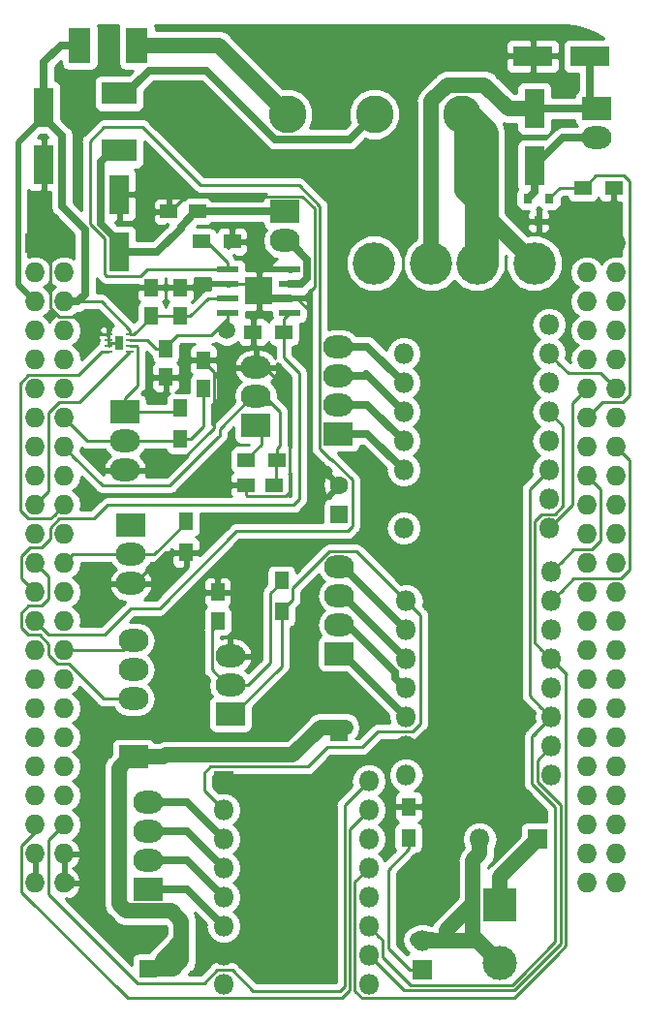
<source format=gbr>
G04 #@! TF.GenerationSoftware,KiCad,Pcbnew,5.0.1-33cea8e~68~ubuntu16.04.1*
G04 #@! TF.CreationDate,2019-04-24T21:21:49+02:00*
G04 #@! TF.ProjectId,BeagleBone-Black-Cape,426561676C65426F6E652D426C61636B,0.2*
G04 #@! TF.SameCoordinates,Original*
G04 #@! TF.FileFunction,Copper,L1,Top,Signal*
G04 #@! TF.FilePolarity,Positive*
%FSLAX46Y46*%
G04 Gerber Fmt 4.6, Leading zero omitted, Abs format (unit mm)*
G04 Created by KiCad (PCBNEW 5.0.1-33cea8e~68~ubuntu16.04.1) date wo 24 apr 2019 21:21:49 CEST*
%MOMM*%
%LPD*%
G01*
G04 APERTURE LIST*
G04 #@! TA.AperFunction,ComponentPad*
%ADD10O,1.800000X1.800000*%
G04 #@! TD*
G04 #@! TA.AperFunction,ComponentPad*
%ADD11R,1.800000X1.800000*%
G04 #@! TD*
G04 #@! TA.AperFunction,ComponentPad*
%ADD12C,3.700000*%
G04 #@! TD*
G04 #@! TA.AperFunction,ComponentPad*
%ADD13R,3.300000X3.300000*%
G04 #@! TD*
G04 #@! TA.AperFunction,ComponentPad*
%ADD14C,3.300000*%
G04 #@! TD*
G04 #@! TA.AperFunction,ComponentPad*
%ADD15C,1.500000*%
G04 #@! TD*
G04 #@! TA.AperFunction,ComponentPad*
%ADD16R,2.600000X2.000000*%
G04 #@! TD*
G04 #@! TA.AperFunction,ComponentPad*
%ADD17O,2.600000X2.000000*%
G04 #@! TD*
G04 #@! TA.AperFunction,SMDPad,CuDef*
%ADD18R,0.700000X1.300000*%
G04 #@! TD*
G04 #@! TA.AperFunction,SMDPad,CuDef*
%ADD19R,0.700000X0.250000*%
G04 #@! TD*
G04 #@! TA.AperFunction,SMDPad,CuDef*
%ADD20R,1.250000X1.500000*%
G04 #@! TD*
G04 #@! TA.AperFunction,SMDPad,CuDef*
%ADD21R,1.500000X1.250000*%
G04 #@! TD*
G04 #@! TA.AperFunction,ComponentPad*
%ADD22R,1.600000X1.600000*%
G04 #@! TD*
G04 #@! TA.AperFunction,ComponentPad*
%ADD23C,1.600000*%
G04 #@! TD*
G04 #@! TA.AperFunction,ComponentPad*
%ADD24R,3.000000X3.000000*%
G04 #@! TD*
G04 #@! TA.AperFunction,ComponentPad*
%ADD25C,3.000000*%
G04 #@! TD*
G04 #@! TA.AperFunction,SMDPad,CuDef*
%ADD26R,1.800000X3.500000*%
G04 #@! TD*
G04 #@! TA.AperFunction,SMDPad,CuDef*
%ADD27R,3.500000X1.800000*%
G04 #@! TD*
G04 #@! TA.AperFunction,SMDPad,CuDef*
%ADD28R,1.500000X1.300000*%
G04 #@! TD*
G04 #@! TA.AperFunction,SMDPad,CuDef*
%ADD29R,1.300000X1.500000*%
G04 #@! TD*
G04 #@! TA.AperFunction,SMDPad,CuDef*
%ADD30R,1.900000X0.600000*%
G04 #@! TD*
G04 #@! TA.AperFunction,SMDPad,CuDef*
%ADD31R,2.400000X2.400000*%
G04 #@! TD*
G04 #@! TA.AperFunction,ComponentPad*
%ADD32O,1.727200X1.727200*%
G04 #@! TD*
G04 #@! TA.AperFunction,ComponentPad*
%ADD33R,1.727200X1.727200*%
G04 #@! TD*
G04 #@! TA.AperFunction,SMDPad,CuDef*
%ADD34R,3.150000X1.960000*%
G04 #@! TD*
G04 #@! TA.AperFunction,SMDPad,CuDef*
%ADD35R,1.960000X3.150000*%
G04 #@! TD*
G04 #@! TA.AperFunction,SMDPad,CuDef*
%ADD36R,0.800000X0.900000*%
G04 #@! TD*
G04 #@! TA.AperFunction,Conductor*
%ADD37C,0.250000*%
G04 #@! TD*
G04 #@! TA.AperFunction,Conductor*
%ADD38C,0.700000*%
G04 #@! TD*
G04 #@! TA.AperFunction,Conductor*
%ADD39C,0.500000*%
G04 #@! TD*
G04 #@! TA.AperFunction,Conductor*
%ADD40C,1.370000*%
G04 #@! TD*
G04 #@! TA.AperFunction,Conductor*
%ADD41C,3.000000*%
G04 #@! TD*
G04 #@! TA.AperFunction,Conductor*
%ADD42C,0.254000*%
G04 #@! TD*
G04 APERTURE END LIST*
D10*
G04 #@! TO.P,U3,8*
G04 #@! TO.N,X_DIR*
X145557240Y-109329220D03*
G04 #@! TO.P,U3,16*
G04 #@! TO.N,+24V*
X132857240Y-127109220D03*
G04 #@! TO.P,U3,7*
G04 #@! TO.N,X_STEP*
X145557240Y-111869220D03*
G04 #@! TO.P,U3,15*
G04 #@! TO.N,GND*
X132857240Y-124569220D03*
G04 #@! TO.P,U3,6*
G04 #@! TO.N,Net-(U3-Pad6)*
X145557240Y-114409220D03*
G04 #@! TO.P,U3,14*
G04 #@! TO.N,X_2B*
X132857240Y-122029220D03*
G04 #@! TO.P,U3,5*
G04 #@! TO.N,SPIO_DO*
X145557240Y-116949220D03*
G04 #@! TO.P,U3,13*
G04 #@! TO.N,X_2A*
X132857240Y-119489220D03*
G04 #@! TO.P,U3,4*
G04 #@! TO.N,SPI0_CSX*
X145557240Y-119489220D03*
G04 #@! TO.P,U3,12*
G04 #@! TO.N,X_1A*
X132857240Y-116949220D03*
G04 #@! TO.P,U3,3*
G04 #@! TO.N,SPIO_SCL*
X145557240Y-122029220D03*
G04 #@! TO.P,U3,11*
G04 #@! TO.N,X_1B*
X132857240Y-114409220D03*
G04 #@! TO.P,U3,2*
G04 #@! TO.N,SPIO_DI*
X145557240Y-124569220D03*
G04 #@! TO.P,U3,10*
G04 #@! TO.N,+3V3*
X132857240Y-111869220D03*
G04 #@! TO.P,U3,1*
G04 #@! TO.N,X_ENABLE*
X145557240Y-127109220D03*
D11*
G04 #@! TO.P,U3,9*
G04 #@! TO.N,GND*
X132857240Y-109329220D03*
G04 #@! TD*
D10*
G04 #@! TO.P,U5,8*
G04 #@! TO.N,Z_DIR*
X161500820Y-91066620D03*
G04 #@! TO.P,U5,16*
G04 #@! TO.N,+24V*
X148800820Y-108846620D03*
G04 #@! TO.P,U5,7*
G04 #@! TO.N,Z_STEP*
X161500820Y-93606620D03*
G04 #@! TO.P,U5,15*
G04 #@! TO.N,GND*
X148800820Y-106306620D03*
G04 #@! TO.P,U5,6*
G04 #@! TO.N,Net-(U5-Pad6)*
X161500820Y-96146620D03*
G04 #@! TO.P,U5,14*
G04 #@! TO.N,Z_2B*
X148800820Y-103766620D03*
G04 #@! TO.P,U5,5*
G04 #@! TO.N,SPIO_DO*
X161500820Y-98686620D03*
G04 #@! TO.P,U5,13*
G04 #@! TO.N,Z_2A*
X148800820Y-101226620D03*
G04 #@! TO.P,U5,4*
G04 #@! TO.N,SPIO_CSZ*
X161500820Y-101226620D03*
G04 #@! TO.P,U5,12*
G04 #@! TO.N,Z_1A*
X148800820Y-98686620D03*
G04 #@! TO.P,U5,3*
G04 #@! TO.N,SPIO_SCL*
X161500820Y-103766620D03*
G04 #@! TO.P,U5,11*
G04 #@! TO.N,Z_1B*
X148800820Y-96146620D03*
G04 #@! TO.P,U5,2*
G04 #@! TO.N,SPIO_DI*
X161500820Y-106306620D03*
G04 #@! TO.P,U5,10*
G04 #@! TO.N,+3V3*
X148800820Y-93606620D03*
G04 #@! TO.P,U5,1*
G04 #@! TO.N,Z_ENABLE*
X161500820Y-108846620D03*
D11*
G04 #@! TO.P,U5,9*
G04 #@! TO.N,GND*
X148800820Y-91066620D03*
G04 #@! TD*
D10*
G04 #@! TO.P,U4,8*
G04 #@! TO.N,Y_DIR*
X161300160Y-69479160D03*
G04 #@! TO.P,U4,16*
G04 #@! TO.N,+24V*
X148600160Y-87259160D03*
G04 #@! TO.P,U4,7*
G04 #@! TO.N,Y_STEP*
X161300160Y-72019160D03*
G04 #@! TO.P,U4,15*
G04 #@! TO.N,GND*
X148600160Y-84719160D03*
G04 #@! TO.P,U4,6*
G04 #@! TO.N,Net-(U4-Pad6)*
X161300160Y-74559160D03*
G04 #@! TO.P,U4,14*
G04 #@! TO.N,Y_2B*
X148600160Y-82179160D03*
G04 #@! TO.P,U4,5*
G04 #@! TO.N,SPIO_DO*
X161300160Y-77099160D03*
G04 #@! TO.P,U4,13*
G04 #@! TO.N,Y_2A*
X148600160Y-79639160D03*
G04 #@! TO.P,U4,4*
G04 #@! TO.N,SPIO_CSY*
X161300160Y-79639160D03*
G04 #@! TO.P,U4,12*
G04 #@! TO.N,Y_1A*
X148600160Y-77099160D03*
G04 #@! TO.P,U4,3*
G04 #@! TO.N,SPIO_SCL*
X161300160Y-82179160D03*
G04 #@! TO.P,U4,11*
G04 #@! TO.N,Y_1B*
X148600160Y-74559160D03*
G04 #@! TO.P,U4,2*
G04 #@! TO.N,SPIO_DI*
X161300160Y-84719160D03*
G04 #@! TO.P,U4,10*
G04 #@! TO.N,+3V3*
X148600160Y-72019160D03*
G04 #@! TO.P,U4,1*
G04 #@! TO.N,Y_ENABLE*
X161300160Y-87259160D03*
D11*
G04 #@! TO.P,U4,9*
G04 #@! TO.N,GND*
X148600160Y-69479160D03*
G04 #@! TD*
D12*
G04 #@! TO.P,F2,4*
G04 #@! TO.N,+24V*
X146025000Y-64109600D03*
G04 #@! TO.P,F2,3*
X151025000Y-64109600D03*
G04 #@! TO.P,F2,2*
G04 #@! TO.N,Net-(F2-Pad1)*
X155025000Y-64109600D03*
G04 #@! TO.P,F2,1*
X160025000Y-64109600D03*
G04 #@! TD*
D13*
G04 #@! TO.P,J1,1*
G04 #@! TO.N,GND*
X130804920Y-51054000D03*
D14*
G04 #@! TO.P,J1,4*
G04 #@! TO.N,Net-(F2-Pad1)*
X153664920Y-51054000D03*
G04 #@! TO.P,J1,2*
G04 #@! TO.N,Net-(F3-Pad2)*
X138424920Y-51054000D03*
G04 #@! TO.P,J1,3*
G04 #@! TO.N,Net-(F1-Pad2)*
X146044920Y-51054000D03*
G04 #@! TD*
D15*
G04 #@! TO.P,TP1,1*
G04 #@! TO.N,POT_W*
X133134100Y-70002400D03*
G04 #@! TD*
D16*
G04 #@! TO.P,J10,1*
G04 #@! TO.N,+3V3*
X135675000Y-78275000D03*
D17*
G04 #@! TO.P,J10,2*
G04 #@! TO.N,Z_PO*
X135675000Y-75735000D03*
G04 #@! TO.P,J10,3*
G04 #@! TO.N,GND*
X135675000Y-73195000D03*
G04 #@! TD*
D18*
G04 #@! TO.P,U1,9*
G04 #@! TO.N,GND*
X123753880Y-71081900D03*
D19*
G04 #@! TO.P,U1,8*
G04 #@! TO.N,+5V*
X124678878Y-70331900D03*
G04 #@! TO.P,U1,7*
G04 #@! TO.N,POT_W*
X124678878Y-70831899D03*
G04 #@! TO.P,U1,6*
G04 #@! TO.N,+3V3*
X124678878Y-71331896D03*
G04 #@! TO.P,U1,5*
G04 #@! TO.N,POT_SCL*
X124678878Y-71831898D03*
G04 #@! TO.P,U1,4*
G04 #@! TO.N,POT_SDA*
X122828882Y-71831898D03*
G04 #@! TO.P,U1,3*
G04 #@! TO.N,GND*
X122828882Y-71331896D03*
G04 #@! TO.P,U1,1*
X122828980Y-70331900D03*
G04 #@! TO.P,U1,2*
X122828882Y-70831899D03*
G04 #@! TD*
D20*
G04 #@! TO.P,C2,1*
G04 #@! TO.N,GND*
X129070100Y-66212400D03*
G04 #@! TO.P,C2,2*
G04 #@! TO.N,+5V*
X129070100Y-68712400D03*
G04 #@! TD*
G04 #@! TO.P,C3,1*
G04 #@! TO.N,GND*
X126530100Y-66212400D03*
G04 #@! TO.P,C3,2*
G04 #@! TO.N,+5V*
X126530100Y-68712400D03*
G04 #@! TD*
G04 #@! TO.P,C1,1*
G04 #@! TO.N,GND*
X127800100Y-74046400D03*
G04 #@! TO.P,C1,2*
G04 #@! TO.N,POT_W*
X127800100Y-71546400D03*
G04 #@! TD*
D21*
G04 #@! TO.P,C9,1*
G04 #@! TO.N,Z_PO*
X137300000Y-83475000D03*
G04 #@! TO.P,C9,2*
G04 #@! TO.N,GND*
X134800000Y-83475000D03*
G04 #@! TD*
G04 #@! TO.P,C6,1*
G04 #@! TO.N,+12V*
X130574100Y-59588400D03*
G04 #@! TO.P,C6,2*
G04 #@! TO.N,GND*
X128074100Y-59588400D03*
G04 #@! TD*
D20*
G04 #@! TO.P,C7,1*
G04 #@! TO.N,X_PO*
X132334000Y-95350000D03*
G04 #@! TO.P,C7,2*
G04 #@! TO.N,GND*
X132334000Y-92850000D03*
G04 #@! TD*
G04 #@! TO.P,C8,1*
G04 #@! TO.N,Y_PO*
X131102100Y-75062400D03*
G04 #@! TO.P,C8,2*
G04 #@! TO.N,GND*
X131102100Y-72562400D03*
G04 #@! TD*
D22*
G04 #@! TO.P,C5,1*
G04 #@! TO.N,+24V*
X142976600Y-86050120D03*
D23*
G04 #@! TO.P,C5,2*
G04 #@! TO.N,GND*
X142976600Y-83550120D03*
G04 #@! TD*
D22*
G04 #@! TO.P,C4,1*
G04 #@! TO.N,+24V*
X142950000Y-105125000D03*
D23*
G04 #@! TO.P,C4,2*
G04 #@! TO.N,GND*
X142950000Y-102625000D03*
G04 #@! TD*
D22*
G04 #@! TO.P,CP_1,1*
G04 #@! TO.N,+24V*
X126275000Y-125775000D03*
D23*
G04 #@! TO.P,CP_1,2*
G04 #@! TO.N,GND*
X126275000Y-123275000D03*
G04 #@! TD*
D16*
G04 #@! TO.P,J11,1*
G04 #@! TO.N,+24V*
X165450000Y-50575000D03*
D17*
G04 #@! TO.P,J11,2*
G04 #@! TO.N,Net-(D5-Pad2)*
X165450000Y-53115000D03*
G04 #@! TD*
D16*
G04 #@! TO.P,J4,1*
G04 #@! TO.N,+12V*
X138214100Y-59588400D03*
D17*
G04 #@! TO.P,J4,2*
G04 #@! TO.N,LDK*
X138214100Y-62128400D03*
G04 #@! TD*
D16*
G04 #@! TO.P,J3,1*
G04 #@! TO.N,+3V3*
X124752100Y-87020400D03*
D17*
G04 #@! TO.P,J3,2*
G04 #@! TO.N,PH_DIODE*
X124752100Y-89560400D03*
G04 #@! TO.P,J3,3*
G04 #@! TO.N,GND*
X124752100Y-92100400D03*
G04 #@! TD*
D16*
G04 #@! TO.P,J6,1*
G04 #@! TO.N,+3V3*
X133456680Y-103510080D03*
D17*
G04 #@! TO.P,J6,2*
G04 #@! TO.N,X_PO*
X133456680Y-100970080D03*
G04 #@! TO.P,J6,3*
G04 #@! TO.N,GND*
X133456680Y-98430080D03*
G04 #@! TD*
D16*
G04 #@! TO.P,J8,1*
G04 #@! TO.N,+3V3*
X124244100Y-77114400D03*
D17*
G04 #@! TO.P,J8,2*
G04 #@! TO.N,Y_PO*
X124244100Y-79654400D03*
G04 #@! TO.P,J8,3*
G04 #@! TO.N,GND*
X124244100Y-82194400D03*
G04 #@! TD*
D16*
G04 #@! TO.P,J5,1*
G04 #@! TO.N,X_2B*
X126314200Y-118826280D03*
D17*
G04 #@! TO.P,J5,2*
G04 #@! TO.N,X_2A*
X126314200Y-116286280D03*
G04 #@! TO.P,J5,3*
G04 #@! TO.N,X_1A*
X126314200Y-113746280D03*
G04 #@! TO.P,J5,4*
G04 #@! TO.N,X_1B*
X126314200Y-111206280D03*
G04 #@! TD*
D16*
G04 #@! TO.P,J9,1*
G04 #@! TO.N,Z_2B*
X142986760Y-98216720D03*
D17*
G04 #@! TO.P,J9,2*
G04 #@! TO.N,Z_2A*
X142986760Y-95676720D03*
G04 #@! TO.P,J9,3*
G04 #@! TO.N,Z_1A*
X142986760Y-93136720D03*
G04 #@! TO.P,J9,4*
G04 #@! TO.N,Z_1B*
X142986760Y-90596720D03*
G04 #@! TD*
D16*
G04 #@! TO.P,J7,1*
G04 #@! TO.N,Y_2B*
X142862300Y-79029560D03*
D17*
G04 #@! TO.P,J7,2*
G04 #@! TO.N,Y_2A*
X142862300Y-76489560D03*
G04 #@! TO.P,J7,3*
G04 #@! TO.N,Y_1A*
X142862300Y-73949560D03*
G04 #@! TO.P,J7,4*
G04 #@! TO.N,Y_1B*
X142862300Y-71409560D03*
G04 #@! TD*
D16*
G04 #@! TO.P,J2,1*
G04 #@! TO.N,+24V*
X124968000Y-107238800D03*
D17*
G04 #@! TO.P,J2,2*
G04 #@! TO.N,GND*
X124968000Y-104698800D03*
G04 #@! TO.P,J2,3*
G04 #@! TO.N,POLY_EN*
X124968000Y-102158800D03*
G04 #@! TO.P,J2,4*
G04 #@! TO.N,POLY_READY*
X124968000Y-99618800D03*
G04 #@! TO.P,J2,5*
G04 #@! TO.N,POLY_PWM*
X124968000Y-97078800D03*
G04 #@! TD*
D24*
G04 #@! TO.P,J12,1*
G04 #@! TO.N,+24V*
X157050000Y-120200000D03*
D25*
G04 #@! TO.P,J12,2*
G04 #@! TO.N,Net-(D4-Pad2)*
X157050000Y-125280000D03*
G04 #@! TD*
D26*
G04 #@! TO.P,D2,1*
G04 #@! TO.N,+12V*
X123736100Y-63104400D03*
G04 #@! TO.P,D2,2*
G04 #@! TO.N,GND*
X123736100Y-58104400D03*
G04 #@! TD*
G04 #@! TO.P,D5,1*
G04 #@! TO.N,+24V*
X160020000Y-50586000D03*
G04 #@! TO.P,D5,2*
G04 #@! TO.N,Net-(D5-Pad2)*
X160020000Y-55586000D03*
G04 #@! TD*
G04 #@! TO.P,D3,1*
G04 #@! TO.N,+5V*
X117132100Y-50484400D03*
G04 #@! TO.P,D3,2*
G04 #@! TO.N,GND*
X117132100Y-55484400D03*
G04 #@! TD*
D27*
G04 #@! TO.P,D1,1*
G04 #@! TO.N,+24V*
X164889820Y-45996860D03*
G04 #@! TO.P,D1,2*
G04 #@! TO.N,GND*
X159889820Y-45996860D03*
G04 #@! TD*
D28*
G04 #@! TO.P,R7,1*
G04 #@! TO.N,GND*
X166958000Y-57513220D03*
G04 #@! TO.P,R7,2*
G04 #@! TO.N,FAN_PWM*
X164258000Y-57513220D03*
G04 #@! TD*
G04 #@! TO.P,R6,1*
G04 #@! TO.N,+3V3*
X134825000Y-81300000D03*
G04 #@! TO.P,R6,2*
G04 #@! TO.N,Z_PO*
X137525000Y-81300000D03*
G04 #@! TD*
D29*
G04 #@! TO.P,R5,1*
G04 #@! TO.N,+3V3*
X129070100Y-76780400D03*
G04 #@! TO.P,R5,2*
G04 #@! TO.N,Y_PO*
X129070100Y-79480400D03*
G04 #@! TD*
G04 #@! TO.P,R4,1*
G04 #@! TO.N,+3V3*
X137922000Y-94545140D03*
G04 #@! TO.P,R4,2*
G04 #@! TO.N,X_PO*
X137922000Y-91845140D03*
G04 #@! TD*
G04 #@! TO.P,R3,1*
G04 #@! TO.N,GND*
X129578100Y-89386400D03*
G04 #@! TO.P,R3,2*
G04 #@! TO.N,PH_DIODE*
X129578100Y-86686400D03*
G04 #@! TD*
D28*
G04 #@! TO.P,R2,1*
G04 #@! TO.N,GND*
X133600000Y-62219840D03*
G04 #@! TO.P,R2,2*
G04 #@! TO.N,IC_HB_PWM2*
X130900000Y-62219840D03*
G04 #@! TD*
G04 #@! TO.P,R1,1*
G04 #@! TO.N,IC_HB_PWM1*
X138150000Y-70100000D03*
G04 #@! TO.P,R1,2*
G04 #@! TO.N,GND*
X135450000Y-70100000D03*
G04 #@! TD*
D29*
G04 #@! TO.P,R8,1*
G04 #@! TO.N,GND*
X149025000Y-111600000D03*
G04 #@! TO.P,R8,2*
G04 #@! TO.N,SPINDLE_PWM*
X149025000Y-114300000D03*
G04 #@! TD*
D30*
G04 #@! TO.P,U2,8*
G04 #@! TO.N,POT_W*
X133243340Y-68440300D03*
G04 #@! TO.P,U2,7*
G04 #@! TO.N,+5V*
X133243340Y-67170300D03*
G04 #@! TO.P,U2,6*
G04 #@! TO.N,GND*
X133243340Y-65900300D03*
G04 #@! TO.P,U2,5*
G04 #@! TO.N,IC_HB_PWM2*
X133243340Y-64630300D03*
G04 #@! TO.P,U2,4*
G04 #@! TO.N,GND*
X138643340Y-64630300D03*
G04 #@! TO.P,U2,3*
G04 #@! TO.N,LDK*
X138643340Y-65900300D03*
G04 #@! TO.P,U2,2*
G04 #@! TO.N,GND*
X138643340Y-67170300D03*
G04 #@! TO.P,U2,1*
G04 #@! TO.N,IC_HB_PWM1*
X138643340Y-68440300D03*
D31*
G04 #@! TO.P,U2,9*
G04 #@! TO.N,GND*
X135943340Y-66535300D03*
G04 #@! TD*
D32*
G04 #@! TO.P,P2,46*
G04 #@! TO.N,GND*
X118910100Y-118262400D03*
G04 #@! TO.P,P2,45*
X116370100Y-118262400D03*
G04 #@! TO.P,P2,44*
X118910100Y-115722400D03*
G04 #@! TO.P,P2,43*
X116370100Y-115722400D03*
G04 #@! TO.P,P2,42*
G04 #@! TO.N,X_DIR*
X118910100Y-113182400D03*
G04 #@! TO.P,P2,41*
G04 #@! TO.N,X_STEP*
X116370100Y-113182400D03*
G04 #@! TO.P,P2,40*
G04 #@! TO.N,Net-(P2-Pad40)*
X118910100Y-110642400D03*
G04 #@! TO.P,P2,39*
G04 #@! TO.N,Net-(P2-Pad39)*
X116370100Y-110642400D03*
G04 #@! TO.P,P2,38*
G04 #@! TO.N,Net-(P2-Pad38)*
X118910100Y-108102400D03*
G04 #@! TO.P,P2,37*
G04 #@! TO.N,Net-(P2-Pad37)*
X116370100Y-108102400D03*
G04 #@! TO.P,P2,36*
G04 #@! TO.N,Net-(P2-Pad36)*
X118910100Y-105562400D03*
G04 #@! TO.P,P2,35*
G04 #@! TO.N,Net-(P2-Pad35)*
X116370100Y-105562400D03*
G04 #@! TO.P,P2,34*
G04 #@! TO.N,Net-(P2-Pad34)*
X118910100Y-103022400D03*
G04 #@! TO.P,P2,33*
G04 #@! TO.N,Net-(P2-Pad33)*
X116370100Y-103022400D03*
G04 #@! TO.P,P2,32*
G04 #@! TO.N,Net-(P2-Pad32)*
X118910100Y-100482400D03*
G04 #@! TO.P,P2,31*
G04 #@! TO.N,Net-(P2-Pad31)*
X116370100Y-100482400D03*
G04 #@! TO.P,P2,30*
G04 #@! TO.N,POLY_PWM*
X118910100Y-97942400D03*
G04 #@! TO.P,P2,29*
G04 #@! TO.N,Net-(P2-Pad29)*
X116370100Y-97942400D03*
G04 #@! TO.P,P2,28*
G04 #@! TO.N,Net-(P2-Pad28)*
X118910100Y-95402400D03*
G04 #@! TO.P,P2,27*
G04 #@! TO.N,IC_HB_PWM2*
X116370100Y-95402400D03*
G04 #@! TO.P,P2,26*
G04 #@! TO.N,POLY_READY*
X118910100Y-92862400D03*
G04 #@! TO.P,P2,25*
G04 #@! TO.N,IC_HB_PWM1*
X116370100Y-92862400D03*
G04 #@! TO.P,P2,24*
G04 #@! TO.N,PH_DIODE*
X118910100Y-90322400D03*
G04 #@! TO.P,P2,23*
G04 #@! TO.N,POLY_EN*
X116370100Y-90322400D03*
G04 #@! TO.P,P2,22*
G04 #@! TO.N,SPIO_SCL*
X118910100Y-87782400D03*
G04 #@! TO.P,P2,21*
G04 #@! TO.N,SPIO_DO*
X116370100Y-87782400D03*
G04 #@! TO.P,P2,20*
G04 #@! TO.N,POT_SDA*
X118910100Y-85242400D03*
G04 #@! TO.P,P2,19*
G04 #@! TO.N,POT_SCL*
X116370100Y-85242400D03*
G04 #@! TO.P,P2,18*
G04 #@! TO.N,SPIO_DI*
X118910100Y-82702400D03*
G04 #@! TO.P,P2,17*
G04 #@! TO.N,SPI0_CSX*
X116370100Y-82702400D03*
G04 #@! TO.P,P2,16*
G04 #@! TO.N,Z_PO*
X118910100Y-80162400D03*
G04 #@! TO.P,P2,15*
G04 #@! TO.N,X_PO*
X116370100Y-80162400D03*
G04 #@! TO.P,P2,14*
G04 #@! TO.N,Y_PO*
X118910100Y-77622400D03*
G04 #@! TO.P,P2,13*
G04 #@! TO.N,Net-(P2-Pad13)*
X116370100Y-77622400D03*
G04 #@! TO.P,P2,12*
G04 #@! TO.N,X_ENABLE*
X118910100Y-75082400D03*
G04 #@! TO.P,P2,11*
G04 #@! TO.N,SPIO_CSY*
X116370100Y-75082400D03*
G04 #@! TO.P,P2,10*
G04 #@! TO.N,Net-(P2-Pad10)*
X118910100Y-72542400D03*
G04 #@! TO.P,P2,9*
G04 #@! TO.N,Net-(P2-Pad9)*
X116370100Y-72542400D03*
G04 #@! TO.P,P2,8*
G04 #@! TO.N,Net-(P2-Pad8)*
X118910100Y-70002400D03*
G04 #@! TO.P,P2,7*
G04 #@! TO.N,Net-(P2-Pad7)*
X116370100Y-70002400D03*
G04 #@! TO.P,P2,6*
G04 #@! TO.N,+5V*
X118910100Y-67462400D03*
G04 #@! TO.P,P2,5*
X116370100Y-67462400D03*
G04 #@! TO.P,P2,4*
G04 #@! TO.N,+3V3*
X118910100Y-64922400D03*
G04 #@! TO.P,P2,3*
X116370100Y-64922400D03*
G04 #@! TO.P,P2,2*
G04 #@! TO.N,GND*
X118910100Y-62382400D03*
D33*
G04 #@! TO.P,P2,1*
X116370100Y-62382400D03*
G04 #@! TD*
D32*
G04 #@! TO.P,P1,46*
G04 #@! TO.N,Net-(P1-Pad46)*
X167170100Y-118262400D03*
G04 #@! TO.P,P1,45*
G04 #@! TO.N,Net-(P1-Pad45)*
X164630100Y-118262400D03*
G04 #@! TO.P,P1,44*
G04 #@! TO.N,Net-(P1-Pad44)*
X167170100Y-115722400D03*
G04 #@! TO.P,P1,43*
G04 #@! TO.N,Net-(P1-Pad43)*
X164630100Y-115722400D03*
G04 #@! TO.P,P1,42*
G04 #@! TO.N,Net-(P1-Pad42)*
X167170100Y-113182400D03*
G04 #@! TO.P,P1,41*
G04 #@! TO.N,Net-(P1-Pad41)*
X164630100Y-113182400D03*
G04 #@! TO.P,P1,40*
G04 #@! TO.N,Net-(P1-Pad40)*
X167170100Y-110642400D03*
G04 #@! TO.P,P1,39*
G04 #@! TO.N,Net-(P1-Pad39)*
X164630100Y-110642400D03*
G04 #@! TO.P,P1,38*
G04 #@! TO.N,Net-(P1-Pad38)*
X167170100Y-108102400D03*
G04 #@! TO.P,P1,37*
G04 #@! TO.N,Net-(P1-Pad37)*
X164630100Y-108102400D03*
G04 #@! TO.P,P1,36*
G04 #@! TO.N,Net-(P1-Pad36)*
X167170100Y-105562400D03*
G04 #@! TO.P,P1,35*
G04 #@! TO.N,Net-(P1-Pad35)*
X164630100Y-105562400D03*
G04 #@! TO.P,P1,34*
G04 #@! TO.N,Net-(P1-Pad34)*
X167170100Y-103022400D03*
G04 #@! TO.P,P1,33*
G04 #@! TO.N,Net-(P1-Pad33)*
X164630100Y-103022400D03*
G04 #@! TO.P,P1,32*
G04 #@! TO.N,Net-(P1-Pad32)*
X167170100Y-100482400D03*
G04 #@! TO.P,P1,31*
G04 #@! TO.N,Net-(P1-Pad31)*
X164630100Y-100482400D03*
G04 #@! TO.P,P1,30*
G04 #@! TO.N,Net-(P1-Pad30)*
X167170100Y-97942400D03*
G04 #@! TO.P,P1,29*
G04 #@! TO.N,Net-(P1-Pad29)*
X164630100Y-97942400D03*
G04 #@! TO.P,P1,28*
G04 #@! TO.N,Net-(P1-Pad28)*
X167170100Y-95402400D03*
G04 #@! TO.P,P1,27*
G04 #@! TO.N,Net-(P1-Pad27)*
X164630100Y-95402400D03*
G04 #@! TO.P,P1,26*
G04 #@! TO.N,Net-(P1-Pad26)*
X167170100Y-92862400D03*
G04 #@! TO.P,P1,25*
G04 #@! TO.N,Net-(P1-Pad25)*
X164630100Y-92862400D03*
G04 #@! TO.P,P1,24*
G04 #@! TO.N,Net-(P1-Pad24)*
X167170100Y-90322400D03*
G04 #@! TO.P,P1,23*
G04 #@! TO.N,Net-(P1-Pad23)*
X164630100Y-90322400D03*
G04 #@! TO.P,P1,22*
G04 #@! TO.N,Net-(P1-Pad22)*
X167170100Y-87782400D03*
G04 #@! TO.P,P1,21*
G04 #@! TO.N,Net-(P1-Pad21)*
X164630100Y-87782400D03*
G04 #@! TO.P,P1,20*
G04 #@! TO.N,Net-(P1-Pad20)*
X167170100Y-85242400D03*
G04 #@! TO.P,P1,19*
G04 #@! TO.N,SPINDLE_PWM*
X164630100Y-85242400D03*
G04 #@! TO.P,P1,18*
G04 #@! TO.N,Z_ENABLE*
X167170100Y-82702400D03*
G04 #@! TO.P,P1,17*
G04 #@! TO.N,Z_DIR*
X164630100Y-82702400D03*
G04 #@! TO.P,P1,16*
G04 #@! TO.N,Z_STEP*
X167170100Y-80162400D03*
G04 #@! TO.P,P1,15*
G04 #@! TO.N,Y_DIR*
X164630100Y-80162400D03*
G04 #@! TO.P,P1,14*
G04 #@! TO.N,SPIO_CSZ*
X167170100Y-77622400D03*
G04 #@! TO.P,P1,13*
G04 #@! TO.N,FAN_PWM*
X164630100Y-77622400D03*
G04 #@! TO.P,P1,12*
G04 #@! TO.N,Y_STEP*
X167170100Y-75082400D03*
G04 #@! TO.P,P1,11*
G04 #@! TO.N,Y_ENABLE*
X164630100Y-75082400D03*
G04 #@! TO.P,P1,10*
G04 #@! TO.N,Net-(P1-Pad10)*
X167170100Y-72542400D03*
G04 #@! TO.P,P1,9*
G04 #@! TO.N,Net-(P1-Pad9)*
X164630100Y-72542400D03*
G04 #@! TO.P,P1,8*
G04 #@! TO.N,Net-(P1-Pad8)*
X167170100Y-70002400D03*
G04 #@! TO.P,P1,7*
G04 #@! TO.N,Net-(P1-Pad7)*
X164630100Y-70002400D03*
G04 #@! TO.P,P1,6*
G04 #@! TO.N,Net-(P1-Pad6)*
X167170100Y-67462400D03*
G04 #@! TO.P,P1,5*
G04 #@! TO.N,Net-(P1-Pad5)*
X164630100Y-67462400D03*
G04 #@! TO.P,P1,4*
G04 #@! TO.N,Net-(P1-Pad4)*
X167170100Y-64922400D03*
G04 #@! TO.P,P1,3*
G04 #@! TO.N,Net-(P1-Pad3)*
X164630100Y-64922400D03*
G04 #@! TO.P,P1,2*
G04 #@! TO.N,GND*
X167170100Y-62382400D03*
D33*
G04 #@! TO.P,P1,1*
X164630100Y-62382400D03*
G04 #@! TD*
D34*
G04 #@! TO.P,F1,2*
G04 #@! TO.N,Net-(F1-Pad2)*
X123736100Y-49264400D03*
G04 #@! TO.P,F1,1*
G04 #@! TO.N,+12V*
X123736100Y-54254400D03*
G04 #@! TD*
D35*
G04 #@! TO.P,F3,2*
G04 #@! TO.N,Net-(F3-Pad2)*
X125284400Y-45051980D03*
G04 #@! TO.P,F3,1*
G04 #@! TO.N,+5V*
X120294400Y-45051980D03*
G04 #@! TD*
D36*
G04 #@! TO.P,Q2,1*
G04 #@! TO.N,FAN_PWM*
X161345920Y-58436000D03*
G04 #@! TO.P,Q2,2*
G04 #@! TO.N,Net-(D5-Pad2)*
X159445920Y-58436000D03*
G04 #@! TO.P,Q2,3*
G04 #@! TO.N,GND*
X160395920Y-60436000D03*
G04 #@! TD*
D11*
G04 #@! TO.P,D4,1*
G04 #@! TO.N,+24V*
X160312100Y-114452400D03*
D10*
G04 #@! TO.P,D4,2*
G04 #@! TO.N,Net-(D4-Pad2)*
X155232100Y-114452400D03*
G04 #@! TD*
D11*
G04 #@! TO.P,Q1,1*
G04 #@! TO.N,SPINDLE_PWM*
X150250000Y-125825000D03*
D10*
G04 #@! TO.P,Q1,2*
G04 #@! TO.N,Net-(D4-Pad2)*
X150250000Y-123285000D03*
G04 #@! TO.P,Q1,3*
G04 #@! TO.N,GND*
X150250000Y-120745000D03*
G04 #@! TD*
D37*
G04 #@! TO.N,+3V3*
X125278878Y-71331896D02*
X124678878Y-71331896D01*
X125353879Y-71406897D02*
X125278878Y-71331896D01*
X125353879Y-74754621D02*
X125353879Y-71406897D01*
X124244100Y-75864400D02*
X125353879Y-74754621D01*
X124244100Y-77114400D02*
X124244100Y-75864400D01*
X128736100Y-77114400D02*
X129070100Y-76780400D01*
X124244100Y-77114400D02*
X128736100Y-77114400D01*
X134932100Y-81178400D02*
X134832100Y-81178400D01*
X136182100Y-79928400D02*
X134932100Y-81178400D01*
X136182100Y-78333600D02*
X136182100Y-79928400D01*
X133756680Y-103510080D02*
X133456680Y-103510080D01*
X137922000Y-99344760D02*
X133756680Y-103510080D01*
X137922000Y-94545140D02*
X137922000Y-99344760D01*
X137922000Y-94445140D02*
X137922000Y-94545140D01*
X138897001Y-93470139D02*
X137922000Y-94445140D01*
X138897001Y-92512632D02*
X138897001Y-93470139D01*
X142137923Y-89271710D02*
X138897001Y-92512632D01*
X144465910Y-89271710D02*
X142137923Y-89271710D01*
X148800820Y-93606620D02*
X144465910Y-89271710D01*
X131697239Y-108104219D02*
X131597458Y-108204000D01*
X131632239Y-110644219D02*
X132857240Y-111869220D01*
X132857240Y-111869220D02*
X131150000Y-110161980D01*
X131150000Y-108651458D02*
X131697239Y-108104219D01*
X131150000Y-110161980D02*
X131150000Y-108651458D01*
X150025821Y-94831621D02*
X148800820Y-93606620D01*
X150025821Y-104354621D02*
X150025821Y-94831621D01*
X149388821Y-104991621D02*
X150025821Y-104354621D01*
X140208000Y-108104219D02*
X141287219Y-107025000D01*
X141287219Y-107025000D02*
X141300000Y-107025000D01*
X146375000Y-104991621D02*
X149388821Y-104991621D01*
X141300000Y-107025000D02*
X141908379Y-106416621D01*
X141908379Y-106416621D02*
X144950000Y-106416621D01*
X131697239Y-108104219D02*
X140208000Y-108104219D01*
X144950000Y-106416621D02*
X146375000Y-104991621D01*
G04 #@! TO.N,+5V*
X126530100Y-68837400D02*
X126530100Y-68712400D01*
X125035600Y-70331900D02*
X126530100Y-68837400D01*
X124678878Y-70331900D02*
X125035600Y-70331900D01*
X126530100Y-68712400D02*
X129070100Y-68712400D01*
X132043340Y-67170300D02*
X133243340Y-67170300D01*
X131487200Y-67170300D02*
X132043340Y-67170300D01*
X129945100Y-68712400D02*
X131487200Y-67170300D01*
X129070100Y-68712400D02*
X129945100Y-68712400D01*
X122184378Y-67462400D02*
X120131414Y-67462400D01*
X124678878Y-69956900D02*
X122184378Y-67462400D01*
X124678878Y-70331900D02*
X124678878Y-69956900D01*
D38*
X117132100Y-48034400D02*
X117132100Y-50484400D01*
X117132100Y-46534280D02*
X117132100Y-48034400D01*
X118614400Y-45051980D02*
X117132100Y-46534280D01*
X120294400Y-45051980D02*
X118614400Y-45051980D01*
D39*
X115506501Y-66598801D02*
X116370100Y-67462400D01*
X114916380Y-66008680D02*
X115506501Y-66598801D01*
X114916380Y-53550120D02*
X114916380Y-66008680D01*
X117132100Y-51334400D02*
X114916380Y-53550120D01*
D38*
X117132100Y-51334400D02*
X117132100Y-50484400D01*
X118732100Y-52934400D02*
X117132100Y-51334400D01*
X120773710Y-61201226D02*
X118732100Y-59159616D01*
X120773710Y-66820104D02*
X120773710Y-61201226D01*
X120131414Y-67462400D02*
X120773710Y-66820104D01*
X118732100Y-59159616D02*
X118732100Y-52934400D01*
X118910100Y-67462400D02*
X120131414Y-67462400D01*
D37*
G04 #@! TO.N,GND*
X135308340Y-65900300D02*
X135943340Y-66535300D01*
X133243340Y-65900300D02*
X135308340Y-65900300D01*
X122828882Y-70331998D02*
X122828980Y-70331900D01*
X122828882Y-71331896D02*
X122828882Y-70331998D01*
X117721499Y-68032929D02*
X117721499Y-66873001D01*
X134932100Y-83464400D02*
X135057100Y-83464400D01*
D38*
X136578340Y-67170300D02*
X135943340Y-66535300D01*
X138643340Y-67170300D02*
X136578340Y-67170300D01*
D37*
X133243340Y-62757020D02*
X133780520Y-62219840D01*
X131102100Y-72687400D02*
X131102100Y-72562400D01*
X132052101Y-73637401D02*
X131102100Y-72687400D01*
X132052101Y-78483401D02*
X132052101Y-73637401D01*
X128341102Y-82194400D02*
X132052101Y-78483401D01*
X124244100Y-82194400D02*
X128341102Y-82194400D01*
X136482100Y-73253600D02*
X136182100Y-73253600D01*
X138607101Y-75378601D02*
X136482100Y-73253600D01*
X129404100Y-89560400D02*
X129578100Y-89386400D01*
X128678100Y-89386400D02*
X129578100Y-89386400D01*
X127766100Y-89386400D02*
X128678100Y-89386400D01*
X125052100Y-92100400D02*
X127766100Y-89386400D01*
X124752100Y-92100400D02*
X125052100Y-92100400D01*
D40*
X118910100Y-118262400D02*
X119227600Y-118262400D01*
X118910100Y-115722400D02*
X118910100Y-115862100D01*
X116370100Y-62382400D02*
X116370100Y-62191900D01*
D38*
X130804920Y-51054000D02*
X130804920Y-50032920D01*
X130810000Y-51054000D02*
X132080000Y-52324000D01*
X130804920Y-51054000D02*
X130810000Y-51054000D01*
X130804920Y-51054000D02*
X132080000Y-51054000D01*
D37*
X130048000Y-51810920D02*
X130804920Y-51054000D01*
X132334000Y-50750620D02*
X132334000Y-51308000D01*
X122228980Y-70331900D02*
X122828980Y-70331900D01*
X120710879Y-68813799D02*
X122228980Y-70331900D01*
X118502369Y-68813799D02*
X120710879Y-68813799D01*
X117721499Y-68032929D02*
X118502369Y-68813799D01*
X117721499Y-63571001D02*
X117721499Y-68032929D01*
X118910100Y-62382400D02*
X117721499Y-63571001D01*
X139293340Y-67170300D02*
X138643340Y-67170300D01*
X140368341Y-68245301D02*
X139293340Y-67170300D01*
X140368341Y-80941861D02*
X140368341Y-68245301D01*
X142976600Y-83550120D02*
X140368341Y-80941861D01*
X128199100Y-59588400D02*
X128074100Y-59588400D01*
X129524101Y-58263399D02*
X128199100Y-59588400D01*
X139774101Y-58263399D02*
X129524101Y-58263399D01*
X140818351Y-59307649D02*
X139774101Y-58263399D01*
X140818351Y-66195289D02*
X140818351Y-59307649D01*
X139843340Y-67170300D02*
X140818351Y-66195289D01*
X138643340Y-67170300D02*
X139843340Y-67170300D01*
X123078878Y-71081900D02*
X122828882Y-71331896D01*
X123753880Y-71081900D02*
X123078878Y-71081900D01*
X138607101Y-84127901D02*
X138607101Y-80250000D01*
X138310001Y-84425001D02*
X138607101Y-84127901D01*
X134875001Y-84425001D02*
X138310001Y-84425001D01*
X134800000Y-84350000D02*
X134875001Y-84425001D01*
X134800000Y-83475000D02*
X134800000Y-84350000D01*
X138607101Y-80250000D02*
X138607101Y-75378601D01*
X138607101Y-80550000D02*
X138607101Y-80250000D01*
D40*
G04 #@! TO.N,Net-(D4-Pad2)*
X149819360Y-123253500D02*
X151092152Y-123253500D01*
X155550001Y-123780001D02*
X157050000Y-125280000D01*
X154664999Y-122894999D02*
X155550001Y-123780001D01*
X155232100Y-115725192D02*
X154664999Y-116292293D01*
X155232100Y-114452400D02*
X155232100Y-115725192D01*
X157050000Y-125280000D02*
X155055000Y-123285000D01*
X152354998Y-122385001D02*
X154664999Y-120075000D01*
X154664999Y-116292293D02*
X154664999Y-120075000D01*
X154664999Y-120075000D02*
X154664999Y-122894999D01*
X152354998Y-123189998D02*
X152450000Y-123285000D01*
X152354998Y-122385001D02*
X152354998Y-123189998D01*
X155055000Y-123285000D02*
X152450000Y-123285000D01*
X152450000Y-123285000D02*
X150250000Y-123285000D01*
D37*
G04 #@! TO.N,SPINDLE_PWM*
X147232250Y-117092750D02*
X147232250Y-120850000D01*
X149025000Y-115300000D02*
X147232250Y-117092750D01*
X149025000Y-114300000D02*
X149025000Y-115300000D01*
X147232250Y-120600250D02*
X147232250Y-120850000D01*
X147232250Y-123957250D02*
X147232250Y-120850000D01*
X149100000Y-125825000D02*
X147232250Y-123957250D01*
X149100000Y-125825000D02*
X150250000Y-125825000D01*
D38*
G04 #@! TO.N,+24V*
X165291140Y-50586000D02*
X165333680Y-50543460D01*
X160020000Y-50586000D02*
X165291140Y-50586000D01*
X164889820Y-50099600D02*
X165333680Y-50543460D01*
X164889820Y-45996860D02*
X164889820Y-50099600D01*
D40*
X127638000Y-107238800D02*
X124968000Y-107238800D01*
X127782591Y-107094209D02*
X127638000Y-107238800D01*
X138893791Y-107094209D02*
X127782591Y-107094209D01*
X141340000Y-104648000D02*
X138893791Y-107094209D01*
X143510000Y-104648000D02*
X141340000Y-104648000D01*
X128322201Y-120711281D02*
X124306199Y-120711281D01*
X129193001Y-121582081D02*
X128322201Y-120711281D01*
X129193001Y-123282999D02*
X129193001Y-121582081D01*
X127508000Y-124968000D02*
X129193001Y-123282999D01*
X123698000Y-108208800D02*
X123698000Y-120103082D01*
X124668000Y-107238800D02*
X123698000Y-108208800D01*
X124968000Y-107238800D02*
X124668000Y-107238800D01*
X124306199Y-120711281D02*
X123698000Y-120103082D01*
X128445000Y-125775000D02*
X126275000Y-125775000D01*
X129193001Y-125026999D02*
X128445000Y-125775000D01*
X129193001Y-123282999D02*
X129193001Y-125026999D01*
X157750000Y-50586000D02*
X160020000Y-50586000D01*
X155682999Y-48518999D02*
X157750000Y-50586000D01*
X152448119Y-48518999D02*
X155682999Y-48518999D01*
X151025000Y-49942118D02*
X152448119Y-48518999D01*
X151025000Y-64109600D02*
X151025000Y-49942118D01*
X157050000Y-117714500D02*
X160312100Y-114452400D01*
X157050000Y-120200000D02*
X157050000Y-117714500D01*
D38*
G04 #@! TO.N,Net-(D5-Pad2)*
X162522540Y-53083460D02*
X160020000Y-55586000D01*
X165333680Y-53083460D02*
X162522540Y-53083460D01*
X160020000Y-57861920D02*
X159445920Y-58436000D01*
X160020000Y-55586000D02*
X160020000Y-57861920D01*
D37*
G04 #@! TO.N,FAN_PWM*
X161345920Y-58386000D02*
X161345920Y-58436000D01*
X162218700Y-57513220D02*
X161345920Y-58386000D01*
X164258000Y-57513220D02*
X162218700Y-57513220D01*
X164358000Y-57513220D02*
X164258000Y-57513220D01*
X167740629Y-76271001D02*
X168358701Y-75652929D01*
X165981499Y-76271001D02*
X167740629Y-76271001D01*
X164630100Y-77622400D02*
X165981499Y-76271001D01*
X168358701Y-61975000D02*
X168358701Y-61513921D01*
X168358701Y-62800000D02*
X168358701Y-61975000D01*
X168358701Y-75652929D02*
X168358701Y-62800000D01*
X168358701Y-56928919D02*
X168300000Y-56870218D01*
X168358701Y-59725000D02*
X168358701Y-59466299D01*
X168358701Y-62800000D02*
X168358701Y-59725000D01*
X167879782Y-56450000D02*
X165421220Y-56450000D01*
X168358701Y-56928919D02*
X167879782Y-56450000D01*
X168358701Y-57125000D02*
X168358701Y-56928919D01*
X168358701Y-59725000D02*
X168358701Y-57125000D01*
X164358000Y-57513220D02*
X165421220Y-56450000D01*
D40*
G04 #@! TO.N,Net-(F3-Pad2)*
X132422900Y-45051980D02*
X125284400Y-45051980D01*
X138424920Y-51054000D02*
X132422900Y-45051980D01*
D38*
G04 #@! TO.N,Net-(F1-Pad2)*
X124331100Y-49264400D02*
X123736100Y-49264400D01*
X126351500Y-47244000D02*
X124331100Y-49264400D01*
X131358918Y-47244000D02*
X126351500Y-47244000D01*
X137368919Y-53254001D02*
X131358918Y-47244000D01*
X143844919Y-53254001D02*
X137368919Y-53254001D01*
X146044920Y-51054000D02*
X143844919Y-53254001D01*
G04 #@! TO.N,+12V*
X138214100Y-59588400D02*
X130574100Y-59588400D01*
X130449100Y-59588400D02*
X130574100Y-59588400D01*
X129124100Y-60913400D02*
X130449100Y-59588400D01*
X129124100Y-61038400D02*
X129124100Y-60913400D01*
X127058100Y-63104400D02*
X129124100Y-61038400D01*
X123736100Y-63104400D02*
X127058100Y-63104400D01*
X123736100Y-62254400D02*
X123736100Y-63104400D01*
X122136100Y-60654400D02*
X123736100Y-62254400D01*
X122136100Y-55259400D02*
X122136100Y-60654400D01*
X123141100Y-54254400D02*
X122136100Y-55259400D01*
X123736100Y-54254400D02*
X123141100Y-54254400D01*
D37*
G04 #@! TO.N,SPIO_DI*
X160275819Y-107531621D02*
X161500820Y-106306620D01*
X160275819Y-109434621D02*
X160275819Y-107531621D01*
X162325000Y-111483802D02*
X160275819Y-109434621D01*
X162325000Y-123550020D02*
X162325000Y-111483802D01*
X148638030Y-127650010D02*
X158292789Y-127650010D01*
X145557240Y-124569220D02*
X148638030Y-127650010D01*
X158292789Y-127650010D02*
X161537101Y-124405698D01*
X161537101Y-124405698D02*
X161537101Y-124387899D01*
X161537101Y-124387899D02*
X162349990Y-123575010D01*
X162349990Y-123575010D02*
X162325000Y-123550020D01*
X161113759Y-85169169D02*
X161300160Y-85169169D01*
D38*
G04 #@! TO.N,Z_1B*
X148800820Y-96110780D02*
X148800820Y-96146620D01*
X143286760Y-90596720D02*
X148800820Y-96110780D01*
X142986760Y-90596720D02*
X143286760Y-90596720D01*
D37*
G04 #@! TO.N,SPIO_SCL*
X158975000Y-126325000D02*
X159087099Y-126212901D01*
X158975000Y-126331389D02*
X158975000Y-126325000D01*
X158952290Y-126354099D02*
X158731389Y-126575000D01*
X158952290Y-126336300D02*
X158952290Y-126354099D01*
X161537101Y-123751489D02*
X158952290Y-126336300D01*
X158975000Y-126331389D02*
X158731389Y-126575000D01*
X161500820Y-103766620D02*
X159825809Y-105441631D01*
X161537101Y-123751489D02*
X161537101Y-123737899D01*
X161537101Y-123737899D02*
X161850000Y-123425000D01*
X161850000Y-123425000D02*
X161850000Y-111649191D01*
X159825809Y-83653511D02*
X161300160Y-82179160D01*
X161850000Y-111649191D02*
X160000809Y-109800000D01*
X160000809Y-109800000D02*
X159825809Y-109625000D01*
X159825809Y-105441631D02*
X160050000Y-105217440D01*
X161500820Y-103766620D02*
X160050000Y-105217440D01*
X161300160Y-82179160D02*
X159625150Y-83854170D01*
X161500820Y-103766620D02*
X160600821Y-104666619D01*
X159825809Y-105441631D02*
X159942440Y-105325000D01*
X159850000Y-109649191D02*
X159825809Y-109625000D01*
X159850000Y-109649191D02*
X160000809Y-109800000D01*
X161500820Y-103766620D02*
X159942440Y-105325000D01*
X159825809Y-109625000D02*
X159825809Y-105441631D01*
X160600821Y-102866621D02*
X161500820Y-103766620D01*
X159625149Y-101890949D02*
X160600821Y-102866621D01*
X159625149Y-83854171D02*
X159625149Y-101890949D01*
X161300160Y-82179160D02*
X159625149Y-83854171D01*
X146457239Y-122929219D02*
X145557240Y-122029220D01*
X146782241Y-123254221D02*
X146457239Y-122929219D01*
X146782241Y-124742243D02*
X146782241Y-123254221D01*
X149239998Y-127200000D02*
X146782241Y-124742243D01*
X158106389Y-127200000D02*
X149239998Y-127200000D01*
X158731389Y-126575000D02*
X158106389Y-127200000D01*
D38*
G04 #@! TO.N,Z_1A*
X148800820Y-98650780D02*
X148800820Y-98686620D01*
X143286760Y-93136720D02*
X148800820Y-98650780D01*
X142986760Y-93136720D02*
X143286760Y-93136720D01*
G04 #@! TO.N,Z_2A*
X147900821Y-100326621D02*
X148800820Y-101226620D01*
X147900821Y-99840779D02*
X147900821Y-100326621D01*
X143736762Y-95676720D02*
X147900821Y-99840779D01*
X142986760Y-95676720D02*
X143736762Y-95676720D01*
D37*
G04 #@! TO.N,SPIO_DO*
X160600821Y-97786621D02*
X161500820Y-98686620D01*
X160075159Y-97260959D02*
X160600821Y-97786621D01*
X160075159Y-86649841D02*
X160075159Y-97260959D01*
X160690841Y-86034159D02*
X160075159Y-86649841D01*
X161798163Y-86034159D02*
X160690841Y-86034159D01*
X162525161Y-85307161D02*
X161798163Y-86034159D01*
X162525161Y-78324161D02*
X162525161Y-85307161D01*
X161300160Y-77099160D02*
X162525161Y-78324161D01*
X162589200Y-99775000D02*
X161500820Y-98686620D01*
X162814200Y-100000000D02*
X162589200Y-99775000D01*
X162800000Y-100014200D02*
X162814200Y-100000000D01*
X162800000Y-123775000D02*
X162800000Y-100014200D01*
X161987110Y-124587890D02*
X162800000Y-123775000D01*
X145557240Y-116949220D02*
X144332239Y-118174221D01*
X144332239Y-118174221D02*
X144332239Y-127697221D01*
X144332239Y-127697221D02*
X144969239Y-128334221D01*
X144969239Y-128334221D02*
X158244988Y-128334221D01*
X158244988Y-128334221D02*
X161987110Y-124592099D01*
X161987110Y-124592099D02*
X161987110Y-124587890D01*
D38*
G04 #@! TO.N,Z_2B*
X143250920Y-98216720D02*
X142986760Y-98216720D01*
X148800820Y-103766620D02*
X143250920Y-98216720D01*
D37*
G04 #@! TO.N,Z_STEP*
X162400819Y-92706621D02*
X161500820Y-93606620D01*
X163433641Y-91673799D02*
X162400819Y-92706621D01*
X167577831Y-91673799D02*
X163433641Y-91673799D01*
X168358701Y-90892929D02*
X167577831Y-91673799D01*
X168358701Y-81351001D02*
X168358701Y-90892929D01*
X167170100Y-80162400D02*
X168358701Y-81351001D01*
G04 #@! TO.N,Z_DIR*
X162400819Y-90166621D02*
X161500820Y-91066620D01*
X163433641Y-89133799D02*
X162400819Y-90166621D01*
X165037831Y-89133799D02*
X163433641Y-89133799D01*
X165818701Y-88352929D02*
X165037831Y-89133799D01*
X165818701Y-83891001D02*
X165818701Y-88352929D01*
X164630100Y-82702400D02*
X165818701Y-83891001D01*
G04 #@! TO.N,Y_STEP*
X162200159Y-72919159D02*
X161300160Y-72019160D01*
X163012001Y-73731001D02*
X162200159Y-72919159D01*
X165818701Y-73731001D02*
X163012001Y-73731001D01*
X167170100Y-75082400D02*
X165818701Y-73731001D01*
D38*
G04 #@! TO.N,Y_2B*
X145450560Y-79029560D02*
X148600160Y-82179160D01*
X142862300Y-79029560D02*
X145450560Y-79029560D01*
G04 #@! TO.N,Y_2A*
X145450560Y-76489560D02*
X148600160Y-79639160D01*
X142862300Y-76489560D02*
X145450560Y-76489560D01*
G04 #@! TO.N,Y_1A*
X148600160Y-77099160D02*
X145313400Y-73812400D01*
X145176240Y-73949560D02*
X142862300Y-73949560D01*
X145313400Y-73812400D02*
X145176240Y-73949560D01*
G04 #@! TO.N,Y_1B*
X145450560Y-71409560D02*
X148600160Y-74559160D01*
X142862300Y-71409560D02*
X145450560Y-71409560D01*
D37*
G04 #@! TO.N,Y_ENABLE*
X163359320Y-76353180D02*
X164630100Y-75082400D01*
X163359320Y-85200000D02*
X163359320Y-76353180D01*
X161300160Y-87259160D02*
X163359320Y-85200000D01*
D38*
G04 #@! TO.N,X_1B*
X129654300Y-111206280D02*
X132857240Y-114409220D01*
X126314200Y-111206280D02*
X129654300Y-111206280D01*
G04 #@! TO.N,X_1A*
X129654300Y-113746280D02*
X132857240Y-116949220D01*
X126314200Y-113746280D02*
X129654300Y-113746280D01*
G04 #@! TO.N,X_2A*
X129654300Y-116286280D02*
X132857240Y-119489220D01*
X126314200Y-116286280D02*
X129654300Y-116286280D01*
G04 #@! TO.N,X_2B*
X129654300Y-118826280D02*
X132857240Y-122029220D01*
X126314200Y-118826280D02*
X129654300Y-118826280D01*
D37*
G04 #@! TO.N,X_STEP*
X116556501Y-113632409D02*
X116688305Y-113500605D01*
X115181499Y-115007411D02*
X116556501Y-113632409D01*
X115181499Y-115500000D02*
X115181499Y-115007411D01*
X115181499Y-115151871D02*
X115181499Y-115500000D01*
X115181499Y-119056499D02*
X115181499Y-115500000D01*
X124459221Y-128334221D02*
X126293021Y-128334221D01*
X124459221Y-128334221D02*
X115181499Y-119056499D01*
X133750000Y-128334221D02*
X143190779Y-128334221D01*
X133750000Y-128334221D02*
X124459221Y-128334221D01*
X134081651Y-128334221D02*
X133750000Y-128334221D01*
X143190779Y-128334221D02*
X143875000Y-127650000D01*
X143875000Y-113551460D02*
X145557240Y-111869220D01*
X143875000Y-127650000D02*
X143875000Y-113551460D01*
G04 #@! TO.N,X_DIR*
X117558701Y-114533799D02*
X118910100Y-113182400D01*
X125314998Y-127000000D02*
X117558701Y-119243703D01*
X131153458Y-127000000D02*
X125314998Y-127000000D01*
X117558701Y-119243703D02*
X117558701Y-114533799D01*
X132269239Y-125884219D02*
X131153458Y-127000000D01*
X145557240Y-109329220D02*
X143424990Y-111461470D01*
X143424990Y-111461470D02*
X143424990Y-127300010D01*
X143424990Y-127300010D02*
X143000000Y-127725000D01*
X135440781Y-127725000D02*
X133600000Y-125884219D01*
X143000000Y-127725000D02*
X135440781Y-127725000D01*
X133600000Y-125884219D02*
X132269239Y-125884219D01*
G04 #@! TO.N,POT_SDA*
X117721499Y-86431001D02*
X118046501Y-86105999D01*
X115799571Y-86431001D02*
X117721499Y-86431001D01*
X122828882Y-71831898D02*
X122228882Y-71831898D01*
X122228882Y-71831898D02*
X120166981Y-73893799D01*
X118046501Y-86105999D02*
X118910100Y-85242400D01*
X120166981Y-73893799D02*
X115799571Y-73893799D01*
X115799571Y-73893799D02*
X115100100Y-74593270D01*
X115100100Y-74593270D02*
X115100100Y-85731530D01*
X115100100Y-85731530D02*
X115799571Y-86431001D01*
G04 #@! TO.N,POT_SCL*
X120239775Y-76271001D02*
X124678878Y-71831898D01*
X118483499Y-76271001D02*
X120239775Y-76271001D01*
X117558701Y-77195799D02*
X118483499Y-76271001D01*
X117558701Y-84053799D02*
X117558701Y-77195799D01*
X116370100Y-85242400D02*
X117558701Y-84053799D01*
G04 #@! TO.N,POT_W*
X133243340Y-69893160D02*
X133134100Y-70002400D01*
X133243340Y-68440300D02*
X133243340Y-69893160D01*
X125278878Y-70831899D02*
X124678878Y-70831899D01*
X126210599Y-70831899D02*
X125278878Y-70831899D01*
X126925100Y-71546400D02*
X126210599Y-70831899D01*
X127800100Y-71546400D02*
X126925100Y-71546400D01*
X133243340Y-68990300D02*
X133243340Y-68440300D01*
X131811669Y-70421971D02*
X133243340Y-68990300D01*
X128799529Y-70421971D02*
X131811669Y-70421971D01*
X127800100Y-71421400D02*
X128799529Y-70421971D01*
X127800100Y-71546400D02*
X127800100Y-71421400D01*
G04 #@! TO.N,Z_PO*
X135857300Y-76118400D02*
X136182100Y-75793600D01*
X136482100Y-75793600D02*
X136182100Y-75793600D01*
X137807101Y-80003399D02*
X137807101Y-77118601D01*
X137532100Y-80278400D02*
X137807101Y-80003399D01*
X137532100Y-81178400D02*
X137532100Y-80278400D01*
X137343100Y-81178400D02*
X137532100Y-81178400D01*
X137432100Y-81278400D02*
X137532100Y-81178400D01*
X137432100Y-83464400D02*
X137432100Y-81278400D01*
X119773699Y-81025999D02*
X118910100Y-80162400D01*
X122267110Y-83519410D02*
X119773699Y-81025999D01*
X128156290Y-83519410D02*
X122267110Y-83519410D01*
X136182100Y-75793600D02*
X135882100Y-75793600D01*
X136351500Y-76411500D02*
X135675000Y-75735000D01*
X137100000Y-76411500D02*
X136351500Y-76411500D01*
X137100000Y-76411500D02*
X136482100Y-75793600D01*
X137807101Y-77118601D02*
X137100000Y-76411500D01*
X135375000Y-75735000D02*
X135675000Y-75735000D01*
X132502111Y-78607889D02*
X135375000Y-75735000D01*
X132502111Y-79173589D02*
X132502111Y-78607889D01*
X132400700Y-79275000D02*
X132502111Y-79173589D01*
X132400700Y-79275000D02*
X128156290Y-83519410D01*
G04 #@! TO.N,IC_HB_PWM1*
X138150000Y-68933640D02*
X138643340Y-68440300D01*
X138150000Y-70100000D02*
X138150000Y-68933640D01*
X115943499Y-88971001D02*
X115181499Y-89733001D01*
X117721499Y-87211871D02*
X117721499Y-88209001D01*
X118502369Y-86431001D02*
X117721499Y-87211871D01*
X138150000Y-70100000D02*
X138150000Y-72365900D01*
X117721499Y-88209001D02*
X116959499Y-88971001D01*
X138150000Y-72365900D02*
X139484100Y-73700000D01*
X116959499Y-88971001D02*
X115943499Y-88971001D01*
X139484100Y-73700000D02*
X139484100Y-84740900D01*
X139484100Y-84740900D02*
X138982600Y-85242400D01*
X115181499Y-91673799D02*
X116370100Y-92862400D01*
X115181499Y-89733001D02*
X115181499Y-91673799D01*
X121547017Y-86431001D02*
X118502369Y-86431001D01*
X138982600Y-85242400D02*
X122735618Y-85242400D01*
X122735618Y-85242400D02*
X121547017Y-86431001D01*
G04 #@! TO.N,IC_HB_PWM2*
X131382880Y-62219840D02*
X131080520Y-62219840D01*
X133243340Y-64080300D02*
X131382880Y-62219840D01*
X133243340Y-64630300D02*
X133243340Y-64080300D01*
X126152198Y-64630300D02*
X133243340Y-64630300D01*
X125580099Y-65202399D02*
X126152198Y-64630300D01*
X122428000Y-61900908D02*
X122428000Y-65031302D01*
X122382598Y-52222400D02*
X121158000Y-53446998D01*
X121158000Y-53446998D02*
X121158000Y-60630908D01*
X130877600Y-57300000D02*
X125800000Y-52222400D01*
X133959600Y-87528400D02*
X143683322Y-87528400D01*
X127254000Y-94234000D02*
X133959600Y-87528400D01*
X124792347Y-94234000D02*
X127254000Y-94234000D01*
X122435346Y-96591001D02*
X124792347Y-94234000D01*
X117558701Y-96591001D02*
X122435346Y-96591001D01*
X141237299Y-80289561D02*
X141237299Y-66412751D01*
X139447112Y-57300000D02*
X130877600Y-57300000D01*
X116370100Y-95402400D02*
X117558701Y-96591001D01*
X141268361Y-66381689D02*
X141268360Y-59121248D01*
X143683322Y-87528400D02*
X144101601Y-87110121D01*
X122599097Y-65202399D02*
X125580099Y-65202399D01*
X144101601Y-87110121D02*
X144101601Y-83010119D01*
X121158000Y-60630908D02*
X122428000Y-61900908D01*
X144101601Y-83010119D02*
X142300000Y-81208518D01*
X122428000Y-65031302D02*
X122599097Y-65202399D01*
X142300000Y-81208518D02*
X142156256Y-81208518D01*
X141268360Y-59121248D02*
X139447112Y-57300000D01*
X142156256Y-81208518D02*
X141237299Y-80289561D01*
X125800000Y-52222400D02*
X122382598Y-52222400D01*
X141237299Y-66412751D02*
X141268361Y-66381689D01*
G04 #@! TO.N,POLY_PWM*
X124104400Y-97942400D02*
X124968000Y-97078800D01*
X118910100Y-97942400D02*
X124104400Y-97942400D01*
G04 #@! TO.N,POLY_EN*
X117558701Y-91511001D02*
X116370100Y-90322400D01*
X117558701Y-93432929D02*
X117558701Y-91511001D01*
X116940629Y-94051001D02*
X117558701Y-93432929D01*
X115181499Y-94669073D02*
X115799571Y-94051001D01*
X115799571Y-94051001D02*
X116940629Y-94051001D01*
X117558701Y-97371871D02*
X116777831Y-96591001D01*
X115181499Y-95972929D02*
X115181499Y-95600000D01*
X117558701Y-98350131D02*
X117558701Y-97371871D01*
X119322201Y-99131001D02*
X118339571Y-99131001D01*
X115799571Y-96591001D02*
X115181499Y-95972929D01*
X124968000Y-102158800D02*
X122350000Y-102158800D01*
X118339571Y-99131001D02*
X117558701Y-98350131D01*
X122350000Y-102158800D02*
X119322201Y-99131001D01*
X116777831Y-96591001D02*
X115799571Y-96591001D01*
X115181499Y-95600000D02*
X115181499Y-94669073D01*
G04 #@! TO.N,PH_DIODE*
X119672100Y-89560400D02*
X118910100Y-90322400D01*
X124752100Y-89560400D02*
X119672100Y-89560400D01*
X129578100Y-86786400D02*
X129578100Y-86686400D01*
X126804100Y-89560400D02*
X129578100Y-86786400D01*
X124752100Y-89560400D02*
X126804100Y-89560400D01*
G04 #@! TO.N,Y_PO*
X131102100Y-76062400D02*
X131102100Y-75062400D01*
X131102100Y-78348400D02*
X131102100Y-76062400D01*
X129970100Y-79480400D02*
X131102100Y-78348400D01*
X129070100Y-79480400D02*
X129970100Y-79480400D01*
X128896100Y-79654400D02*
X129070100Y-79480400D01*
X124244100Y-79654400D02*
X128896100Y-79654400D01*
X120942100Y-79654400D02*
X118910100Y-77622400D01*
X124244100Y-79654400D02*
X120942100Y-79654400D01*
G04 #@! TO.N,X_PO*
X137922000Y-91945140D02*
X137922000Y-91845140D01*
X136946999Y-92920141D02*
X137922000Y-91945140D01*
X136946999Y-99029761D02*
X136946999Y-92920141D01*
X135006680Y-100970080D02*
X136946999Y-99029761D01*
X133456680Y-100970080D02*
X135006680Y-100970080D01*
X133156680Y-100970080D02*
X133456680Y-100970080D01*
X131831670Y-99645070D02*
X133156680Y-100970080D01*
X131831670Y-96111330D02*
X131831670Y-99645070D01*
X132334000Y-95609000D02*
X131831670Y-96111330D01*
X132334000Y-95484000D02*
X132334000Y-95609000D01*
D41*
G04 #@! TO.N,Net-(F2-Pad1)*
X155376880Y-52765960D02*
X155376880Y-64109600D01*
X153664920Y-51054000D02*
X155376880Y-52765960D01*
D40*
X153664920Y-57749520D02*
X153664920Y-51054000D01*
X160025000Y-64109600D02*
X153664920Y-57749520D01*
D38*
G04 #@! TO.N,LDK*
X139613342Y-65900300D02*
X138643340Y-65900300D01*
X140143341Y-65370301D02*
X139613342Y-65900300D01*
X140143341Y-63757641D02*
X140143341Y-65370301D01*
X138514100Y-62128400D02*
X140143341Y-63757641D01*
X138214100Y-62128400D02*
X138514100Y-62128400D01*
D37*
G04 #@! TO.N,Net-(U3-Pad6)*
X145743641Y-114859229D02*
X145557240Y-114859229D01*
G04 #@! TD*
D42*
G04 #@! TO.N,GND*
G36*
X123656960Y-43476980D02*
X123656960Y-46626980D01*
X123706243Y-46874745D01*
X123846591Y-47084789D01*
X124056635Y-47225137D01*
X124304400Y-47274420D01*
X124928080Y-47274420D01*
X124565540Y-47636960D01*
X122161100Y-47636960D01*
X121913335Y-47686243D01*
X121703291Y-47826591D01*
X121562943Y-48036635D01*
X121513660Y-48284400D01*
X121513660Y-50244400D01*
X121562943Y-50492165D01*
X121703291Y-50702209D01*
X121913335Y-50842557D01*
X122161100Y-50891840D01*
X125311100Y-50891840D01*
X125558865Y-50842557D01*
X125768909Y-50702209D01*
X125909257Y-50492165D01*
X125958540Y-50244400D01*
X125958540Y-49029960D01*
X126759500Y-48229000D01*
X130950918Y-48229000D01*
X136603823Y-53881906D01*
X136658774Y-53964146D01*
X136741014Y-54019097D01*
X136741016Y-54019099D01*
X136956232Y-54162901D01*
X136984591Y-54181850D01*
X137271907Y-54239001D01*
X137271911Y-54239001D01*
X137368919Y-54258297D01*
X137465927Y-54239001D01*
X143747911Y-54239001D01*
X143844919Y-54258297D01*
X143941927Y-54239001D01*
X143941931Y-54239001D01*
X144229247Y-54181850D01*
X144555064Y-53964146D01*
X144610017Y-53881903D01*
X145281056Y-53210864D01*
X145590405Y-53339000D01*
X146499435Y-53339000D01*
X147339269Y-52991130D01*
X147982050Y-52348349D01*
X148329920Y-51508515D01*
X148329920Y-50599485D01*
X147982050Y-49759651D01*
X147339269Y-49116870D01*
X146499435Y-48769000D01*
X145590405Y-48769000D01*
X144750571Y-49116870D01*
X144107790Y-49759651D01*
X143759920Y-50599485D01*
X143759920Y-51508515D01*
X143888056Y-51817864D01*
X143436919Y-52269001D01*
X140394917Y-52269001D01*
X140709920Y-51508515D01*
X140709920Y-50599485D01*
X140362050Y-49759651D01*
X139719269Y-49116870D01*
X138879435Y-48769000D01*
X138006682Y-48769000D01*
X135520292Y-46282610D01*
X157504820Y-46282610D01*
X157504820Y-47023170D01*
X157601493Y-47256559D01*
X157780122Y-47435187D01*
X158013511Y-47531860D01*
X159604070Y-47531860D01*
X159762820Y-47373110D01*
X159762820Y-46123860D01*
X160016820Y-46123860D01*
X160016820Y-47373110D01*
X160175570Y-47531860D01*
X161766129Y-47531860D01*
X161999518Y-47435187D01*
X162178147Y-47256559D01*
X162274820Y-47023170D01*
X162274820Y-46282610D01*
X162116070Y-46123860D01*
X160016820Y-46123860D01*
X159762820Y-46123860D01*
X157663570Y-46123860D01*
X157504820Y-46282610D01*
X135520292Y-46282610D01*
X134208232Y-44970550D01*
X157504820Y-44970550D01*
X157504820Y-45711110D01*
X157663570Y-45869860D01*
X159762820Y-45869860D01*
X159762820Y-44620610D01*
X160016820Y-44620610D01*
X160016820Y-45869860D01*
X162116070Y-45869860D01*
X162274820Y-45711110D01*
X162274820Y-44970550D01*
X162178147Y-44737161D01*
X161999518Y-44558533D01*
X161766129Y-44461860D01*
X160175570Y-44461860D01*
X160016820Y-44620610D01*
X159762820Y-44620610D01*
X159604070Y-44461860D01*
X158013511Y-44461860D01*
X157780122Y-44558533D01*
X157601493Y-44737161D01*
X157504820Y-44970550D01*
X134208232Y-44970550D01*
X133448213Y-44210532D01*
X133374567Y-44100313D01*
X132937938Y-43808567D01*
X132552908Y-43731980D01*
X132552906Y-43731980D01*
X132422900Y-43706120D01*
X132292894Y-43731980D01*
X126911840Y-43731980D01*
X126911840Y-43476980D01*
X126883334Y-43333670D01*
X162700096Y-43333670D01*
X163618618Y-43405959D01*
X164490133Y-43615191D01*
X165318189Y-43958184D01*
X166082391Y-44426488D01*
X166109240Y-44449420D01*
X163139820Y-44449420D01*
X162892055Y-44498703D01*
X162682011Y-44639051D01*
X162541663Y-44849095D01*
X162492380Y-45096860D01*
X162492380Y-46896860D01*
X162541663Y-47144625D01*
X162682011Y-47354669D01*
X162892055Y-47495017D01*
X163139820Y-47544300D01*
X163904820Y-47544300D01*
X163904821Y-48976329D01*
X163902235Y-48976843D01*
X163692191Y-49117191D01*
X163551843Y-49327235D01*
X163502560Y-49575000D01*
X163502560Y-49601000D01*
X161567440Y-49601000D01*
X161567440Y-48836000D01*
X161518157Y-48588235D01*
X161377809Y-48378191D01*
X161167765Y-48237843D01*
X160920000Y-48188560D01*
X159120000Y-48188560D01*
X158872235Y-48237843D01*
X158662191Y-48378191D01*
X158521843Y-48588235D01*
X158472560Y-48836000D01*
X158472560Y-49266000D01*
X158296762Y-49266000D01*
X156708312Y-47677551D01*
X156634666Y-47567332D01*
X156198037Y-47275586D01*
X155813007Y-47198999D01*
X155813005Y-47198999D01*
X155682999Y-47173139D01*
X155552993Y-47198999D01*
X152578125Y-47198999D01*
X152448118Y-47173139D01*
X152318111Y-47198999D01*
X151933081Y-47275586D01*
X151933080Y-47275587D01*
X151933079Y-47275587D01*
X151853692Y-47328632D01*
X151496452Y-47567332D01*
X151422808Y-47677548D01*
X150183549Y-48916807D01*
X150073334Y-48990451D01*
X149999690Y-49100667D01*
X149781588Y-49427080D01*
X149679140Y-49942118D01*
X149705001Y-50072129D01*
X149705000Y-61966618D01*
X149617361Y-62002919D01*
X148918319Y-62701961D01*
X148540000Y-63615303D01*
X148540000Y-64603897D01*
X148918319Y-65517239D01*
X149617361Y-66216281D01*
X150530703Y-66594600D01*
X151519297Y-66594600D01*
X152432639Y-66216281D01*
X153025000Y-65623920D01*
X153617361Y-66216281D01*
X154530703Y-66594600D01*
X155519297Y-66594600D01*
X156432639Y-66216281D01*
X157131681Y-65517239D01*
X157339816Y-65014758D01*
X157388006Y-64942636D01*
X157404928Y-64857563D01*
X157510000Y-64603897D01*
X157510000Y-64329330D01*
X157511880Y-64319879D01*
X157511880Y-63463242D01*
X157576302Y-63527663D01*
X157540000Y-63615303D01*
X157540000Y-64603897D01*
X157918319Y-65517239D01*
X158617361Y-66216281D01*
X159530703Y-66594600D01*
X160519297Y-66594600D01*
X161432639Y-66216281D01*
X162131681Y-65517239D01*
X162510000Y-64603897D01*
X162510000Y-63615303D01*
X162131681Y-62701961D01*
X161432639Y-62002919D01*
X160519297Y-61624600D01*
X159530703Y-61624600D01*
X159443063Y-61660902D01*
X158503911Y-60721750D01*
X159360920Y-60721750D01*
X159360920Y-61012309D01*
X159457593Y-61245698D01*
X159636221Y-61424327D01*
X159869610Y-61521000D01*
X160110170Y-61521000D01*
X160268920Y-61362250D01*
X160268920Y-60563000D01*
X160522920Y-60563000D01*
X160522920Y-61362250D01*
X160681670Y-61521000D01*
X160922230Y-61521000D01*
X161155619Y-61424327D01*
X161334247Y-61245698D01*
X161430920Y-61012309D01*
X161430920Y-60721750D01*
X161272170Y-60563000D01*
X160522920Y-60563000D01*
X160268920Y-60563000D01*
X159519670Y-60563000D01*
X159360920Y-60721750D01*
X158503911Y-60721750D01*
X157511880Y-59729719D01*
X157511880Y-52976234D01*
X157553706Y-52765959D01*
X157511880Y-52555682D01*
X157511880Y-52555681D01*
X157388006Y-51932924D01*
X157331699Y-51848655D01*
X157619992Y-51906000D01*
X157619993Y-51906000D01*
X157750000Y-51931860D01*
X157880007Y-51906000D01*
X158472560Y-51906000D01*
X158472560Y-52336000D01*
X158521843Y-52583765D01*
X158662191Y-52793809D01*
X158872235Y-52934157D01*
X159120000Y-52983440D01*
X160920000Y-52983440D01*
X161167765Y-52934157D01*
X161377809Y-52793809D01*
X161518157Y-52583765D01*
X161567440Y-52336000D01*
X161567440Y-51571000D01*
X163502560Y-51571000D01*
X163502560Y-51575000D01*
X163551843Y-51822765D01*
X163692191Y-52032809D01*
X163790444Y-52098460D01*
X162619547Y-52098460D01*
X162522539Y-52079164D01*
X162425531Y-52098460D01*
X162425528Y-52098460D01*
X162138212Y-52155611D01*
X161894637Y-52318362D01*
X161894635Y-52318364D01*
X161812395Y-52373315D01*
X161757444Y-52455555D01*
X161007112Y-53205887D01*
X160920000Y-53188560D01*
X159120000Y-53188560D01*
X158872235Y-53237843D01*
X158662191Y-53378191D01*
X158521843Y-53588235D01*
X158472560Y-53836000D01*
X158472560Y-57336000D01*
X158521843Y-57583765D01*
X158536410Y-57605566D01*
X158447763Y-57738235D01*
X158398480Y-57986000D01*
X158398480Y-58886000D01*
X158447763Y-59133765D01*
X158588111Y-59343809D01*
X158798155Y-59484157D01*
X159045920Y-59533440D01*
X159550454Y-59533440D01*
X159457593Y-59626302D01*
X159360920Y-59859691D01*
X159360920Y-60150250D01*
X159519670Y-60309000D01*
X160268920Y-60309000D01*
X160268920Y-59509750D01*
X160183389Y-59424219D01*
X160303729Y-59343809D01*
X160395920Y-59205836D01*
X160488111Y-59343809D01*
X160608451Y-59424219D01*
X160522920Y-59509750D01*
X160522920Y-60309000D01*
X161272170Y-60309000D01*
X161430920Y-60150250D01*
X161430920Y-59859691D01*
X161334247Y-59626302D01*
X161241386Y-59533440D01*
X161745920Y-59533440D01*
X161993685Y-59484157D01*
X162203729Y-59343809D01*
X162344077Y-59133765D01*
X162393360Y-58886000D01*
X162393360Y-58413362D01*
X162533502Y-58273220D01*
X162882440Y-58273220D01*
X162909843Y-58410985D01*
X163050191Y-58621029D01*
X163260235Y-58761377D01*
X163508000Y-58810660D01*
X165008000Y-58810660D01*
X165255765Y-58761377D01*
X165465809Y-58621029D01*
X165606157Y-58410985D01*
X165611721Y-58383011D01*
X165669673Y-58522919D01*
X165848302Y-58701547D01*
X166081691Y-58798220D01*
X166672250Y-58798220D01*
X166831000Y-58639470D01*
X166831000Y-57640220D01*
X166811000Y-57640220D01*
X166811000Y-57386220D01*
X166831000Y-57386220D01*
X166831000Y-57366220D01*
X167085000Y-57366220D01*
X167085000Y-57386220D01*
X167105000Y-57386220D01*
X167105000Y-57640220D01*
X167085000Y-57640220D01*
X167085000Y-58639470D01*
X167243750Y-58798220D01*
X167598701Y-58798220D01*
X167598701Y-59799851D01*
X167598702Y-59799856D01*
X167598701Y-61900146D01*
X167598701Y-62874851D01*
X167598702Y-62874856D01*
X167598702Y-63479695D01*
X167317698Y-63423800D01*
X167022502Y-63423800D01*
X166585375Y-63510750D01*
X166089670Y-63841970D01*
X165900100Y-64125681D01*
X165710530Y-63841970D01*
X165214825Y-63510750D01*
X164777698Y-63423800D01*
X164482502Y-63423800D01*
X164045375Y-63510750D01*
X163549670Y-63841970D01*
X163218450Y-64337675D01*
X163102141Y-64922400D01*
X163218450Y-65507125D01*
X163549670Y-66002830D01*
X163833381Y-66192400D01*
X163549670Y-66381970D01*
X163218450Y-66877675D01*
X163102141Y-67462400D01*
X163218450Y-68047125D01*
X163549670Y-68542830D01*
X163833381Y-68732400D01*
X163549670Y-68921970D01*
X163218450Y-69417675D01*
X163102141Y-70002400D01*
X163218450Y-70587125D01*
X163549670Y-71082830D01*
X163833381Y-71272400D01*
X163549670Y-71461970D01*
X163218450Y-71957675D01*
X163102141Y-72542400D01*
X163152780Y-72796978D01*
X162790490Y-72434689D01*
X162790488Y-72434686D01*
X162783891Y-72428089D01*
X162865232Y-72019160D01*
X162746098Y-71420233D01*
X162406833Y-70912487D01*
X162162397Y-70749160D01*
X162406833Y-70585833D01*
X162746098Y-70078087D01*
X162865232Y-69479160D01*
X162746098Y-68880233D01*
X162406833Y-68372487D01*
X161899087Y-68033222D01*
X161451342Y-67944160D01*
X161148978Y-67944160D01*
X160701233Y-68033222D01*
X160193487Y-68372487D01*
X159854222Y-68880233D01*
X159735088Y-69479160D01*
X159854222Y-70078087D01*
X160193487Y-70585833D01*
X160437923Y-70749160D01*
X160193487Y-70912487D01*
X159854222Y-71420233D01*
X159735088Y-72019160D01*
X159854222Y-72618087D01*
X160193487Y-73125833D01*
X160437923Y-73289160D01*
X160193487Y-73452487D01*
X159854222Y-73960233D01*
X159735088Y-74559160D01*
X159854222Y-75158087D01*
X160193487Y-75665833D01*
X160437923Y-75829160D01*
X160193487Y-75992487D01*
X159854222Y-76500233D01*
X159735088Y-77099160D01*
X159854222Y-77698087D01*
X160193487Y-78205833D01*
X160437923Y-78369160D01*
X160193487Y-78532487D01*
X159854222Y-79040233D01*
X159735088Y-79639160D01*
X159854222Y-80238087D01*
X160193487Y-80745833D01*
X160437923Y-80909160D01*
X160193487Y-81072487D01*
X159854222Y-81580233D01*
X159735088Y-82179160D01*
X159816429Y-82588089D01*
X159140679Y-83263840D01*
X159077220Y-83306242D01*
X158909245Y-83557635D01*
X158865149Y-83779320D01*
X158865149Y-83779324D01*
X158850261Y-83854171D01*
X158865149Y-83929018D01*
X158865150Y-101816097D01*
X158850261Y-101890949D01*
X158865150Y-101965801D01*
X158909246Y-102187486D01*
X159077221Y-102438878D01*
X159140677Y-102481278D01*
X160017089Y-103357691D01*
X159935748Y-103766620D01*
X160017089Y-104175549D01*
X159838017Y-104354622D01*
X159341337Y-104851302D01*
X159277881Y-104893702D01*
X159235481Y-104957158D01*
X159235480Y-104957159D01*
X159109906Y-105145094D01*
X159050921Y-105441631D01*
X159065810Y-105516483D01*
X159065809Y-109550153D01*
X159050921Y-109625000D01*
X159065809Y-109699847D01*
X159065809Y-109699851D01*
X159109905Y-109921536D01*
X159277880Y-110172929D01*
X159341338Y-110215330D01*
X159516336Y-110390329D01*
X159516339Y-110390331D01*
X161090001Y-111963994D01*
X161090001Y-112904960D01*
X159412100Y-112904960D01*
X159164335Y-112954243D01*
X158954291Y-113094591D01*
X158813943Y-113304635D01*
X158764660Y-113552400D01*
X158764660Y-114133078D01*
X156208550Y-116689189D01*
X156098334Y-116762833D01*
X156024690Y-116873049D01*
X155984999Y-116932451D01*
X155984999Y-116839054D01*
X156073548Y-116750505D01*
X156183767Y-116676859D01*
X156475513Y-116240230D01*
X156552100Y-115855200D01*
X156552100Y-115855199D01*
X156577960Y-115725192D01*
X156552100Y-115595186D01*
X156552100Y-115239807D01*
X156678038Y-115051327D01*
X156797172Y-114452400D01*
X156678038Y-113853473D01*
X156338773Y-113345727D01*
X155831027Y-113006462D01*
X155383282Y-112917400D01*
X155080918Y-112917400D01*
X154633173Y-113006462D01*
X154125427Y-113345727D01*
X153786162Y-113853473D01*
X153667028Y-114452400D01*
X153786162Y-115051327D01*
X153887516Y-115203015D01*
X153823549Y-115266982D01*
X153713332Y-115340627D01*
X153421586Y-115777256D01*
X153348227Y-116146059D01*
X153319139Y-116292293D01*
X153344999Y-116422300D01*
X153345000Y-119528237D01*
X151513547Y-121359691D01*
X151403331Y-121433335D01*
X151111585Y-121869964D01*
X151098947Y-121933500D01*
X150990263Y-121933500D01*
X150848927Y-121839062D01*
X150401182Y-121750000D01*
X150098818Y-121750000D01*
X149651073Y-121839062D01*
X149433602Y-121984372D01*
X149304322Y-122010087D01*
X148867693Y-122301833D01*
X148575947Y-122738462D01*
X148473500Y-123253500D01*
X148575947Y-123768538D01*
X148867693Y-124205167D01*
X149076015Y-124344363D01*
X148892191Y-124467191D01*
X148862071Y-124512269D01*
X147992250Y-123642449D01*
X147992250Y-117407551D01*
X149509476Y-115890327D01*
X149572929Y-115847929D01*
X149615327Y-115784476D01*
X149615329Y-115784474D01*
X149673483Y-115697440D01*
X149675000Y-115697440D01*
X149922765Y-115648157D01*
X150132809Y-115507809D01*
X150273157Y-115297765D01*
X150322440Y-115050000D01*
X150322440Y-113550000D01*
X150273157Y-113302235D01*
X150132809Y-113092191D01*
X149922765Y-112951843D01*
X149894791Y-112946279D01*
X150034699Y-112888327D01*
X150213327Y-112709698D01*
X150310000Y-112476309D01*
X150310000Y-111885750D01*
X150151250Y-111727000D01*
X149152000Y-111727000D01*
X149152000Y-111747000D01*
X148898000Y-111747000D01*
X148898000Y-111727000D01*
X147898750Y-111727000D01*
X147740000Y-111885750D01*
X147740000Y-112476309D01*
X147836673Y-112709698D01*
X148015301Y-112888327D01*
X148155209Y-112946279D01*
X148127235Y-112951843D01*
X147917191Y-113092191D01*
X147776843Y-113302235D01*
X147727560Y-113550000D01*
X147727560Y-115050000D01*
X147776843Y-115297765D01*
X147847175Y-115403023D01*
X146961813Y-116288386D01*
X146663913Y-115842547D01*
X146419477Y-115679220D01*
X146663913Y-115515893D01*
X147003178Y-115008147D01*
X147122312Y-114409220D01*
X147003178Y-113810293D01*
X146663913Y-113302547D01*
X146419477Y-113139220D01*
X146663913Y-112975893D01*
X147003178Y-112468147D01*
X147122312Y-111869220D01*
X147003178Y-111270293D01*
X146663913Y-110762547D01*
X146419477Y-110599220D01*
X146663913Y-110435893D01*
X147003178Y-109928147D01*
X147122312Y-109329220D01*
X147026317Y-108846620D01*
X147235748Y-108846620D01*
X147354882Y-109445547D01*
X147694147Y-109953293D01*
X148148147Y-110256646D01*
X148015301Y-110311673D01*
X147836673Y-110490302D01*
X147740000Y-110723691D01*
X147740000Y-111314250D01*
X147898750Y-111473000D01*
X148898000Y-111473000D01*
X148898000Y-111453000D01*
X149152000Y-111453000D01*
X149152000Y-111473000D01*
X150151250Y-111473000D01*
X150310000Y-111314250D01*
X150310000Y-110723691D01*
X150213327Y-110490302D01*
X150034699Y-110311673D01*
X149801310Y-110215000D01*
X149515821Y-110215000D01*
X149907493Y-109953293D01*
X150246758Y-109445547D01*
X150365892Y-108846620D01*
X150246758Y-108247693D01*
X149907493Y-107739947D01*
X149399747Y-107400682D01*
X148952002Y-107311620D01*
X148649638Y-107311620D01*
X148201893Y-107400682D01*
X147694147Y-107739947D01*
X147354882Y-108247693D01*
X147235748Y-108846620D01*
X147026317Y-108846620D01*
X147003178Y-108730293D01*
X146663913Y-108222547D01*
X146156167Y-107883282D01*
X145708422Y-107794220D01*
X145406058Y-107794220D01*
X144958313Y-107883282D01*
X144450567Y-108222547D01*
X144111302Y-108730293D01*
X143992168Y-109329220D01*
X144073509Y-109738149D01*
X142940520Y-110871139D01*
X142877061Y-110913541D01*
X142709086Y-111164934D01*
X142664990Y-111386619D01*
X142664990Y-111386623D01*
X142650102Y-111461470D01*
X142664990Y-111536317D01*
X142664991Y-126965000D01*
X135755584Y-126965000D01*
X134190331Y-125399749D01*
X134147929Y-125336290D01*
X133896537Y-125168315D01*
X133674852Y-125124219D01*
X133674847Y-125124219D01*
X133600000Y-125109331D01*
X133525153Y-125124219D01*
X132344087Y-125124219D01*
X132269239Y-125109331D01*
X132194391Y-125124219D01*
X132194387Y-125124219D01*
X131972702Y-125168315D01*
X131721310Y-125336290D01*
X131678910Y-125399746D01*
X130838657Y-126240000D01*
X129846761Y-126240000D01*
X130034449Y-126052312D01*
X130144668Y-125978666D01*
X130423469Y-125561411D01*
X130436413Y-125542039D01*
X130436413Y-125542038D01*
X130436414Y-125542037D01*
X130513001Y-125157007D01*
X130538861Y-125027000D01*
X130513001Y-124896993D01*
X130513001Y-123413006D01*
X130538861Y-123283000D01*
X130513001Y-123152991D01*
X130513001Y-121712087D01*
X130538861Y-121582080D01*
X130509274Y-121433335D01*
X130436414Y-121067043D01*
X130428200Y-121054749D01*
X130304219Y-120869199D01*
X131320717Y-121885697D01*
X131292168Y-122029220D01*
X131411302Y-122628147D01*
X131750567Y-123135893D01*
X132258313Y-123475158D01*
X132706058Y-123564220D01*
X133008422Y-123564220D01*
X133456167Y-123475158D01*
X133963913Y-123135893D01*
X134303178Y-122628147D01*
X134422312Y-122029220D01*
X134303178Y-121430293D01*
X133963913Y-120922547D01*
X133719477Y-120759220D01*
X133963913Y-120595893D01*
X134303178Y-120088147D01*
X134422312Y-119489220D01*
X134303178Y-118890293D01*
X133963913Y-118382547D01*
X133719477Y-118219220D01*
X133963913Y-118055893D01*
X134303178Y-117548147D01*
X134422312Y-116949220D01*
X134303178Y-116350293D01*
X133963913Y-115842547D01*
X133719477Y-115679220D01*
X133963913Y-115515893D01*
X134303178Y-115008147D01*
X134422312Y-114409220D01*
X134303178Y-113810293D01*
X133963913Y-113302547D01*
X133719477Y-113139220D01*
X133963913Y-112975893D01*
X134303178Y-112468147D01*
X134422312Y-111869220D01*
X134303178Y-111270293D01*
X133963913Y-110762547D01*
X133456167Y-110423282D01*
X133008422Y-110334220D01*
X132706058Y-110334220D01*
X132448311Y-110385489D01*
X131910000Y-109847179D01*
X131910000Y-108966259D01*
X132012041Y-108864219D01*
X140133153Y-108864219D01*
X140208000Y-108879107D01*
X140282847Y-108864219D01*
X140282852Y-108864219D01*
X140504537Y-108820123D01*
X140755929Y-108652148D01*
X140798331Y-108588689D01*
X141745955Y-107641066D01*
X141847929Y-107572929D01*
X141890331Y-107509470D01*
X142223181Y-107176621D01*
X144875153Y-107176621D01*
X144950000Y-107191509D01*
X145024847Y-107176621D01*
X145024852Y-107176621D01*
X145246537Y-107132525D01*
X145497929Y-106964550D01*
X145540331Y-106901091D01*
X146689803Y-105751621D01*
X149313974Y-105751621D01*
X149388821Y-105766509D01*
X149463668Y-105751621D01*
X149463673Y-105751621D01*
X149685358Y-105707525D01*
X149936750Y-105539550D01*
X149979152Y-105476091D01*
X150510294Y-104944950D01*
X150573750Y-104902550D01*
X150741725Y-104651158D01*
X150785821Y-104429473D01*
X150785821Y-104429469D01*
X150800709Y-104354622D01*
X150785821Y-104279775D01*
X150785821Y-94906467D01*
X150800709Y-94831620D01*
X150785821Y-94756773D01*
X150785821Y-94756769D01*
X150741725Y-94535084D01*
X150573750Y-94283692D01*
X150510294Y-94241292D01*
X150284551Y-94015549D01*
X150365892Y-93606620D01*
X150246758Y-93007693D01*
X149907493Y-92499947D01*
X149399747Y-92160682D01*
X148952002Y-92071620D01*
X148649638Y-92071620D01*
X148391891Y-92122889D01*
X145056241Y-88787240D01*
X145013839Y-88723781D01*
X144762447Y-88555806D01*
X144540762Y-88511710D01*
X144540757Y-88511710D01*
X144465910Y-88496822D01*
X144391063Y-88511710D01*
X142212771Y-88511710D01*
X142137923Y-88496822D01*
X142063075Y-88511710D01*
X142063071Y-88511710D01*
X141903403Y-88543470D01*
X141841385Y-88555806D01*
X141663802Y-88674464D01*
X141589994Y-88723781D01*
X141547594Y-88787237D01*
X139219440Y-91115392D01*
X139219440Y-91095140D01*
X139170157Y-90847375D01*
X139029809Y-90637331D01*
X138819765Y-90496983D01*
X138572000Y-90447700D01*
X137272000Y-90447700D01*
X137024235Y-90496983D01*
X136814191Y-90637331D01*
X136673843Y-90847375D01*
X136624560Y-91095140D01*
X136624560Y-92167779D01*
X136462527Y-92329812D01*
X136399071Y-92372212D01*
X136356671Y-92435668D01*
X136356670Y-92435669D01*
X136231096Y-92623604D01*
X136172111Y-92920141D01*
X136187000Y-92994993D01*
X136186999Y-98714958D01*
X135005624Y-99896335D01*
X134935449Y-99791311D01*
X134769051Y-99680128D01*
X135002602Y-99496397D01*
X135315824Y-98938435D01*
X135346804Y-98810514D01*
X135227457Y-98557080D01*
X133583680Y-98557080D01*
X133583680Y-98577080D01*
X133329680Y-98577080D01*
X133329680Y-98557080D01*
X133309680Y-98557080D01*
X133309680Y-98303080D01*
X133329680Y-98303080D01*
X133329680Y-96795080D01*
X133583680Y-96795080D01*
X133583680Y-98303080D01*
X135227457Y-98303080D01*
X135346804Y-98049646D01*
X135315824Y-97921725D01*
X135002602Y-97363763D01*
X134499700Y-96968138D01*
X133883680Y-96795080D01*
X133583680Y-96795080D01*
X133329680Y-96795080D01*
X133029680Y-96795080D01*
X132591670Y-96918130D01*
X132591670Y-96747440D01*
X132959000Y-96747440D01*
X133206765Y-96698157D01*
X133416809Y-96557809D01*
X133557157Y-96347765D01*
X133606440Y-96100000D01*
X133606440Y-94600000D01*
X133557157Y-94352235D01*
X133416809Y-94142191D01*
X133355680Y-94101346D01*
X133497327Y-93959698D01*
X133594000Y-93726309D01*
X133594000Y-93135750D01*
X133435250Y-92977000D01*
X132461000Y-92977000D01*
X132461000Y-92997000D01*
X132207000Y-92997000D01*
X132207000Y-92977000D01*
X131232750Y-92977000D01*
X131074000Y-93135750D01*
X131074000Y-93726309D01*
X131170673Y-93959698D01*
X131312320Y-94101346D01*
X131251191Y-94142191D01*
X131110843Y-94352235D01*
X131061560Y-94600000D01*
X131061560Y-96087309D01*
X131056782Y-96111330D01*
X131071670Y-96186177D01*
X131071671Y-99570218D01*
X131056782Y-99645070D01*
X131071671Y-99719922D01*
X131090559Y-99814877D01*
X131115767Y-99941607D01*
X131202584Y-100071537D01*
X131283742Y-100192999D01*
X131347198Y-100235399D01*
X131587906Y-100476107D01*
X131489649Y-100970080D01*
X131616544Y-101608025D01*
X131847169Y-101953180D01*
X131698871Y-102052271D01*
X131558523Y-102262315D01*
X131509240Y-102510080D01*
X131509240Y-104510080D01*
X131558523Y-104757845D01*
X131698871Y-104967889D01*
X131908915Y-105108237D01*
X132156680Y-105157520D01*
X134756680Y-105157520D01*
X135004445Y-105108237D01*
X135214489Y-104967889D01*
X135354837Y-104757845D01*
X135404120Y-104510080D01*
X135404120Y-102937441D01*
X138406473Y-99935089D01*
X138469929Y-99892689D01*
X138637904Y-99641297D01*
X138682000Y-99419612D01*
X138682000Y-99419608D01*
X138696888Y-99344761D01*
X138682000Y-99269914D01*
X138682000Y-95920700D01*
X138819765Y-95893297D01*
X139029809Y-95752949D01*
X139170157Y-95542905D01*
X139219440Y-95295140D01*
X139219440Y-94222502D01*
X139381474Y-94060468D01*
X139444930Y-94018068D01*
X139612905Y-93766676D01*
X139657001Y-93544991D01*
X139657001Y-93544987D01*
X139671889Y-93470139D01*
X139657001Y-93395291D01*
X139657001Y-92827433D01*
X141187938Y-91296496D01*
X141507991Y-91775489D01*
X141644528Y-91866720D01*
X141507991Y-91957951D01*
X141146624Y-92498775D01*
X141019729Y-93136720D01*
X141146624Y-93774665D01*
X141507991Y-94315489D01*
X141644528Y-94406720D01*
X141507991Y-94497951D01*
X141146624Y-95038775D01*
X141019729Y-95676720D01*
X141146624Y-96314665D01*
X141377249Y-96659820D01*
X141228951Y-96758911D01*
X141088603Y-96968955D01*
X141039320Y-97216720D01*
X141039320Y-99216720D01*
X141088603Y-99464485D01*
X141228951Y-99674529D01*
X141438995Y-99814877D01*
X141686760Y-99864160D01*
X143505360Y-99864160D01*
X147264296Y-103623097D01*
X147235748Y-103766620D01*
X147328242Y-104231621D01*
X146449846Y-104231621D01*
X146374999Y-104216733D01*
X146300152Y-104231621D01*
X146300148Y-104231621D01*
X146078463Y-104275717D01*
X146078461Y-104275718D01*
X146078462Y-104275718D01*
X145890526Y-104401292D01*
X145890524Y-104401294D01*
X145827071Y-104443692D01*
X145784673Y-104507145D01*
X144635199Y-105656621D01*
X144397440Y-105656621D01*
X144397440Y-105642582D01*
X144461667Y-105599667D01*
X144753413Y-105163038D01*
X144855860Y-104648000D01*
X144753413Y-104132962D01*
X144461667Y-103696333D01*
X144025038Y-103404587D01*
X143640008Y-103328000D01*
X141470006Y-103328000D01*
X141340000Y-103302140D01*
X141209993Y-103328000D01*
X141209992Y-103328000D01*
X140824962Y-103404587D01*
X140388333Y-103696333D01*
X140314689Y-103806549D01*
X138347030Y-105774209D01*
X127912598Y-105774209D01*
X127782591Y-105748349D01*
X127652585Y-105774209D01*
X127652583Y-105774209D01*
X127267553Y-105850796D01*
X127165778Y-105918800D01*
X126817891Y-105918800D01*
X126725809Y-105780991D01*
X126515765Y-105640643D01*
X126268000Y-105591360D01*
X123668000Y-105591360D01*
X123420235Y-105640643D01*
X123210191Y-105780991D01*
X123069843Y-105991035D01*
X123020560Y-106238800D01*
X123020560Y-107019479D01*
X122856549Y-107183490D01*
X122746333Y-107257134D01*
X122454587Y-107693763D01*
X122412080Y-107907463D01*
X122352140Y-108208800D01*
X122378000Y-108338806D01*
X122378001Y-119973071D01*
X122352140Y-120103082D01*
X122436145Y-120525399D01*
X122454588Y-120618120D01*
X122746334Y-121054749D01*
X122856550Y-121128393D01*
X123280886Y-121552729D01*
X123354532Y-121662948D01*
X123663942Y-121869689D01*
X123791159Y-121954693D01*
X123791160Y-121954693D01*
X123791161Y-121954694D01*
X124176191Y-122031281D01*
X124306198Y-122057141D01*
X124436205Y-122031281D01*
X127775440Y-122031281D01*
X127873001Y-122128843D01*
X127873001Y-122736237D01*
X126482690Y-124126549D01*
X126348379Y-124327560D01*
X125475000Y-124327560D01*
X125227235Y-124376843D01*
X125017191Y-124517191D01*
X124876843Y-124727235D01*
X124827560Y-124975000D01*
X124827560Y-125437759D01*
X119037102Y-119647303D01*
X119037102Y-119596870D01*
X119269127Y-119717368D01*
X119798590Y-119469221D01*
X120192788Y-119037347D01*
X120365058Y-118621426D01*
X120243917Y-118389400D01*
X119037100Y-118389400D01*
X119037100Y-118409400D01*
X118783100Y-118409400D01*
X118783100Y-118389400D01*
X118763100Y-118389400D01*
X118763100Y-118135400D01*
X118783100Y-118135400D01*
X118783100Y-115849400D01*
X119037100Y-115849400D01*
X119037100Y-118135400D01*
X120243917Y-118135400D01*
X120365058Y-117903374D01*
X120192788Y-117487453D01*
X119798590Y-117055579D01*
X119663787Y-116992400D01*
X119798590Y-116929221D01*
X120192788Y-116497347D01*
X120365058Y-116081426D01*
X120243917Y-115849400D01*
X119037100Y-115849400D01*
X118783100Y-115849400D01*
X118763100Y-115849400D01*
X118763100Y-115595400D01*
X118783100Y-115595400D01*
X118783100Y-115575400D01*
X119037100Y-115575400D01*
X119037100Y-115595400D01*
X120243917Y-115595400D01*
X120365058Y-115363374D01*
X120192788Y-114947453D01*
X119798590Y-114515579D01*
X119689079Y-114464254D01*
X119990530Y-114262830D01*
X120321750Y-113767125D01*
X120438059Y-113182400D01*
X120321750Y-112597675D01*
X119990530Y-112101970D01*
X119706819Y-111912400D01*
X119990530Y-111722830D01*
X120321750Y-111227125D01*
X120438059Y-110642400D01*
X120321750Y-110057675D01*
X119990530Y-109561970D01*
X119706819Y-109372400D01*
X119990530Y-109182830D01*
X120321750Y-108687125D01*
X120438059Y-108102400D01*
X120321750Y-107517675D01*
X119990530Y-107021970D01*
X119706819Y-106832400D01*
X119990530Y-106642830D01*
X120321750Y-106147125D01*
X120438059Y-105562400D01*
X120321750Y-104977675D01*
X119990530Y-104481970D01*
X119706819Y-104292400D01*
X119990530Y-104102830D01*
X120321750Y-103607125D01*
X120438059Y-103022400D01*
X120321750Y-102437675D01*
X119990530Y-101941970D01*
X119706819Y-101752400D01*
X119990530Y-101562830D01*
X120266384Y-101149986D01*
X121759673Y-102643276D01*
X121802071Y-102706729D01*
X121865524Y-102749127D01*
X121865526Y-102749129D01*
X121936789Y-102796745D01*
X122053463Y-102874704D01*
X122275148Y-102918800D01*
X122275152Y-102918800D01*
X122349999Y-102933688D01*
X122424846Y-102918800D01*
X123209419Y-102918800D01*
X123489231Y-103337569D01*
X124030055Y-103698936D01*
X124506969Y-103793800D01*
X125429031Y-103793800D01*
X125905945Y-103698936D01*
X126446769Y-103337569D01*
X126808136Y-102796745D01*
X126935031Y-102158800D01*
X126808136Y-101520855D01*
X126446769Y-100980031D01*
X126310232Y-100888800D01*
X126446769Y-100797569D01*
X126808136Y-100256745D01*
X126935031Y-99618800D01*
X126808136Y-98980855D01*
X126446769Y-98440031D01*
X126310232Y-98348800D01*
X126446769Y-98257569D01*
X126808136Y-97716745D01*
X126935031Y-97078800D01*
X126808136Y-96440855D01*
X126446769Y-95900031D01*
X125905945Y-95538664D01*
X125429031Y-95443800D01*
X124657349Y-95443800D01*
X125107149Y-94994000D01*
X127179153Y-94994000D01*
X127254000Y-95008888D01*
X127328847Y-94994000D01*
X127328852Y-94994000D01*
X127550537Y-94949904D01*
X127801929Y-94781929D01*
X127844331Y-94718470D01*
X130589110Y-91973691D01*
X131074000Y-91973691D01*
X131074000Y-92564250D01*
X131232750Y-92723000D01*
X132207000Y-92723000D01*
X132207000Y-91623750D01*
X132461000Y-91623750D01*
X132461000Y-92723000D01*
X133435250Y-92723000D01*
X133594000Y-92564250D01*
X133594000Y-91973691D01*
X133497327Y-91740302D01*
X133318699Y-91561673D01*
X133085310Y-91465000D01*
X132619750Y-91465000D01*
X132461000Y-91623750D01*
X132207000Y-91623750D01*
X132048250Y-91465000D01*
X131582690Y-91465000D01*
X131349301Y-91561673D01*
X131170673Y-91740302D01*
X131074000Y-91973691D01*
X130589110Y-91973691D01*
X134274403Y-88288400D01*
X143608475Y-88288400D01*
X143683322Y-88303288D01*
X143758169Y-88288400D01*
X143758174Y-88288400D01*
X143979859Y-88244304D01*
X144231251Y-88076329D01*
X144273653Y-88012870D01*
X144586071Y-87700452D01*
X144649530Y-87658050D01*
X144797632Y-87436400D01*
X144817505Y-87406659D01*
X144846844Y-87259160D01*
X147035088Y-87259160D01*
X147154222Y-87858087D01*
X147493487Y-88365833D01*
X148001233Y-88705098D01*
X148448978Y-88794160D01*
X148751342Y-88794160D01*
X149199087Y-88705098D01*
X149706833Y-88365833D01*
X150046098Y-87858087D01*
X150165232Y-87259160D01*
X150046098Y-86660233D01*
X149706833Y-86152487D01*
X149199087Y-85813222D01*
X148751342Y-85724160D01*
X148448978Y-85724160D01*
X148001233Y-85813222D01*
X147493487Y-86152487D01*
X147154222Y-86660233D01*
X147035088Y-87259160D01*
X144846844Y-87259160D01*
X144861601Y-87184973D01*
X144861601Y-87184969D01*
X144876489Y-87110121D01*
X144861601Y-87035273D01*
X144861601Y-83084967D01*
X144876489Y-83010119D01*
X144861601Y-82935271D01*
X144861601Y-82935267D01*
X144817505Y-82713582D01*
X144649530Y-82462190D01*
X144586074Y-82419790D01*
X142890331Y-80724048D01*
X142858894Y-80677000D01*
X144162300Y-80677000D01*
X144410065Y-80627717D01*
X144620109Y-80487369D01*
X144760457Y-80277325D01*
X144809740Y-80029560D01*
X144809740Y-80014560D01*
X145042560Y-80014560D01*
X147063637Y-82035637D01*
X147035088Y-82179160D01*
X147154222Y-82778087D01*
X147493487Y-83285833D01*
X148001233Y-83625098D01*
X148448978Y-83714160D01*
X148751342Y-83714160D01*
X149199087Y-83625098D01*
X149706833Y-83285833D01*
X150046098Y-82778087D01*
X150165232Y-82179160D01*
X150046098Y-81580233D01*
X149706833Y-81072487D01*
X149462397Y-80909160D01*
X149706833Y-80745833D01*
X150046098Y-80238087D01*
X150165232Y-79639160D01*
X150046098Y-79040233D01*
X149706833Y-78532487D01*
X149462397Y-78369160D01*
X149706833Y-78205833D01*
X150046098Y-77698087D01*
X150165232Y-77099160D01*
X150046098Y-76500233D01*
X149706833Y-75992487D01*
X149462397Y-75829160D01*
X149706833Y-75665833D01*
X150046098Y-75158087D01*
X150165232Y-74559160D01*
X150046098Y-73960233D01*
X149706833Y-73452487D01*
X149462397Y-73289160D01*
X149706833Y-73125833D01*
X150046098Y-72618087D01*
X150165232Y-72019160D01*
X150046098Y-71420233D01*
X149706833Y-70912487D01*
X149199087Y-70573222D01*
X148751342Y-70484160D01*
X148448978Y-70484160D01*
X148001233Y-70573222D01*
X147493487Y-70912487D01*
X147154222Y-71420233D01*
X147104451Y-71670451D01*
X146215658Y-70781658D01*
X146160705Y-70699415D01*
X145834888Y-70481711D01*
X145547572Y-70424560D01*
X145547568Y-70424560D01*
X145450560Y-70405264D01*
X145353552Y-70424560D01*
X144470541Y-70424560D01*
X144341069Y-70230791D01*
X143800245Y-69869424D01*
X143323331Y-69774560D01*
X142401269Y-69774560D01*
X141997299Y-69854915D01*
X141997299Y-66612699D01*
X142028361Y-66456540D01*
X142028361Y-66456537D01*
X142043249Y-66381690D01*
X142028361Y-66306843D01*
X142028361Y-63615303D01*
X143540000Y-63615303D01*
X143540000Y-64603897D01*
X143918319Y-65517239D01*
X144617361Y-66216281D01*
X145530703Y-66594600D01*
X146519297Y-66594600D01*
X147432639Y-66216281D01*
X148131681Y-65517239D01*
X148510000Y-64603897D01*
X148510000Y-63615303D01*
X148131681Y-62701961D01*
X147432639Y-62002919D01*
X146519297Y-61624600D01*
X145530703Y-61624600D01*
X144617361Y-62002919D01*
X143918319Y-62701961D01*
X143540000Y-63615303D01*
X142028361Y-63615303D01*
X142028359Y-59196101D01*
X142043248Y-59121248D01*
X141984264Y-58824711D01*
X141858689Y-58636775D01*
X141858686Y-58636772D01*
X141816288Y-58573319D01*
X141752835Y-58530921D01*
X140037443Y-56815530D01*
X139995041Y-56752071D01*
X139743649Y-56584096D01*
X139521964Y-56540000D01*
X139521959Y-56540000D01*
X139447112Y-56525112D01*
X139372265Y-56540000D01*
X131192402Y-56540000D01*
X126390331Y-51737930D01*
X126347929Y-51674471D01*
X126096537Y-51506496D01*
X125874852Y-51462400D01*
X125874847Y-51462400D01*
X125800000Y-51447512D01*
X125725153Y-51462400D01*
X122457444Y-51462400D01*
X122382597Y-51447512D01*
X122307750Y-51462400D01*
X122307746Y-51462400D01*
X122086061Y-51506496D01*
X121834669Y-51674471D01*
X121792269Y-51737927D01*
X120673530Y-52856667D01*
X120610071Y-52899069D01*
X120442096Y-53150462D01*
X120398000Y-53372147D01*
X120398000Y-53372151D01*
X120383112Y-53446998D01*
X120398000Y-53521845D01*
X120398001Y-59432516D01*
X119717100Y-58751616D01*
X119717100Y-53031408D01*
X119736396Y-52934400D01*
X119717100Y-52837392D01*
X119717100Y-52837388D01*
X119659949Y-52550072D01*
X119611161Y-52477055D01*
X119497198Y-52306497D01*
X119497196Y-52306495D01*
X119442245Y-52224255D01*
X119360005Y-52169304D01*
X118679540Y-51488839D01*
X118679540Y-48734400D01*
X118630257Y-48486635D01*
X118489909Y-48276591D01*
X118279865Y-48136243D01*
X118117100Y-48103867D01*
X118117100Y-46942280D01*
X118666960Y-46392421D01*
X118666960Y-46626980D01*
X118716243Y-46874745D01*
X118856591Y-47084789D01*
X119066635Y-47225137D01*
X119314400Y-47274420D01*
X121274400Y-47274420D01*
X121522165Y-47225137D01*
X121732209Y-47084789D01*
X121872557Y-46874745D01*
X121921840Y-46626980D01*
X121921840Y-43476980D01*
X121893334Y-43333670D01*
X123685466Y-43333670D01*
X123656960Y-43476980D01*
X123656960Y-43476980D01*
G37*
X123656960Y-43476980D02*
X123656960Y-46626980D01*
X123706243Y-46874745D01*
X123846591Y-47084789D01*
X124056635Y-47225137D01*
X124304400Y-47274420D01*
X124928080Y-47274420D01*
X124565540Y-47636960D01*
X122161100Y-47636960D01*
X121913335Y-47686243D01*
X121703291Y-47826591D01*
X121562943Y-48036635D01*
X121513660Y-48284400D01*
X121513660Y-50244400D01*
X121562943Y-50492165D01*
X121703291Y-50702209D01*
X121913335Y-50842557D01*
X122161100Y-50891840D01*
X125311100Y-50891840D01*
X125558865Y-50842557D01*
X125768909Y-50702209D01*
X125909257Y-50492165D01*
X125958540Y-50244400D01*
X125958540Y-49029960D01*
X126759500Y-48229000D01*
X130950918Y-48229000D01*
X136603823Y-53881906D01*
X136658774Y-53964146D01*
X136741014Y-54019097D01*
X136741016Y-54019099D01*
X136956232Y-54162901D01*
X136984591Y-54181850D01*
X137271907Y-54239001D01*
X137271911Y-54239001D01*
X137368919Y-54258297D01*
X137465927Y-54239001D01*
X143747911Y-54239001D01*
X143844919Y-54258297D01*
X143941927Y-54239001D01*
X143941931Y-54239001D01*
X144229247Y-54181850D01*
X144555064Y-53964146D01*
X144610017Y-53881903D01*
X145281056Y-53210864D01*
X145590405Y-53339000D01*
X146499435Y-53339000D01*
X147339269Y-52991130D01*
X147982050Y-52348349D01*
X148329920Y-51508515D01*
X148329920Y-50599485D01*
X147982050Y-49759651D01*
X147339269Y-49116870D01*
X146499435Y-48769000D01*
X145590405Y-48769000D01*
X144750571Y-49116870D01*
X144107790Y-49759651D01*
X143759920Y-50599485D01*
X143759920Y-51508515D01*
X143888056Y-51817864D01*
X143436919Y-52269001D01*
X140394917Y-52269001D01*
X140709920Y-51508515D01*
X140709920Y-50599485D01*
X140362050Y-49759651D01*
X139719269Y-49116870D01*
X138879435Y-48769000D01*
X138006682Y-48769000D01*
X135520292Y-46282610D01*
X157504820Y-46282610D01*
X157504820Y-47023170D01*
X157601493Y-47256559D01*
X157780122Y-47435187D01*
X158013511Y-47531860D01*
X159604070Y-47531860D01*
X159762820Y-47373110D01*
X159762820Y-46123860D01*
X160016820Y-46123860D01*
X160016820Y-47373110D01*
X160175570Y-47531860D01*
X161766129Y-47531860D01*
X161999518Y-47435187D01*
X162178147Y-47256559D01*
X162274820Y-47023170D01*
X162274820Y-46282610D01*
X162116070Y-46123860D01*
X160016820Y-46123860D01*
X159762820Y-46123860D01*
X157663570Y-46123860D01*
X157504820Y-46282610D01*
X135520292Y-46282610D01*
X134208232Y-44970550D01*
X157504820Y-44970550D01*
X157504820Y-45711110D01*
X157663570Y-45869860D01*
X159762820Y-45869860D01*
X159762820Y-44620610D01*
X160016820Y-44620610D01*
X160016820Y-45869860D01*
X162116070Y-45869860D01*
X162274820Y-45711110D01*
X162274820Y-44970550D01*
X162178147Y-44737161D01*
X161999518Y-44558533D01*
X161766129Y-44461860D01*
X160175570Y-44461860D01*
X160016820Y-44620610D01*
X159762820Y-44620610D01*
X159604070Y-44461860D01*
X158013511Y-44461860D01*
X157780122Y-44558533D01*
X157601493Y-44737161D01*
X157504820Y-44970550D01*
X134208232Y-44970550D01*
X133448213Y-44210532D01*
X133374567Y-44100313D01*
X132937938Y-43808567D01*
X132552908Y-43731980D01*
X132552906Y-43731980D01*
X132422900Y-43706120D01*
X132292894Y-43731980D01*
X126911840Y-43731980D01*
X126911840Y-43476980D01*
X126883334Y-43333670D01*
X162700096Y-43333670D01*
X163618618Y-43405959D01*
X164490133Y-43615191D01*
X165318189Y-43958184D01*
X166082391Y-44426488D01*
X166109240Y-44449420D01*
X163139820Y-44449420D01*
X162892055Y-44498703D01*
X162682011Y-44639051D01*
X162541663Y-44849095D01*
X162492380Y-45096860D01*
X162492380Y-46896860D01*
X162541663Y-47144625D01*
X162682011Y-47354669D01*
X162892055Y-47495017D01*
X163139820Y-47544300D01*
X163904820Y-47544300D01*
X163904821Y-48976329D01*
X163902235Y-48976843D01*
X163692191Y-49117191D01*
X163551843Y-49327235D01*
X163502560Y-49575000D01*
X163502560Y-49601000D01*
X161567440Y-49601000D01*
X161567440Y-48836000D01*
X161518157Y-48588235D01*
X161377809Y-48378191D01*
X161167765Y-48237843D01*
X160920000Y-48188560D01*
X159120000Y-48188560D01*
X158872235Y-48237843D01*
X158662191Y-48378191D01*
X158521843Y-48588235D01*
X158472560Y-48836000D01*
X158472560Y-49266000D01*
X158296762Y-49266000D01*
X156708312Y-47677551D01*
X156634666Y-47567332D01*
X156198037Y-47275586D01*
X155813007Y-47198999D01*
X155813005Y-47198999D01*
X155682999Y-47173139D01*
X155552993Y-47198999D01*
X152578125Y-47198999D01*
X152448118Y-47173139D01*
X152318111Y-47198999D01*
X151933081Y-47275586D01*
X151933080Y-47275587D01*
X151933079Y-47275587D01*
X151853692Y-47328632D01*
X151496452Y-47567332D01*
X151422808Y-47677548D01*
X150183549Y-48916807D01*
X150073334Y-48990451D01*
X149999690Y-49100667D01*
X149781588Y-49427080D01*
X149679140Y-49942118D01*
X149705001Y-50072129D01*
X149705000Y-61966618D01*
X149617361Y-62002919D01*
X148918319Y-62701961D01*
X148540000Y-63615303D01*
X148540000Y-64603897D01*
X148918319Y-65517239D01*
X149617361Y-66216281D01*
X150530703Y-66594600D01*
X151519297Y-66594600D01*
X152432639Y-66216281D01*
X153025000Y-65623920D01*
X153617361Y-66216281D01*
X154530703Y-66594600D01*
X155519297Y-66594600D01*
X156432639Y-66216281D01*
X157131681Y-65517239D01*
X157339816Y-65014758D01*
X157388006Y-64942636D01*
X157404928Y-64857563D01*
X157510000Y-64603897D01*
X157510000Y-64329330D01*
X157511880Y-64319879D01*
X157511880Y-63463242D01*
X157576302Y-63527663D01*
X157540000Y-63615303D01*
X157540000Y-64603897D01*
X157918319Y-65517239D01*
X158617361Y-66216281D01*
X159530703Y-66594600D01*
X160519297Y-66594600D01*
X161432639Y-66216281D01*
X162131681Y-65517239D01*
X162510000Y-64603897D01*
X162510000Y-63615303D01*
X162131681Y-62701961D01*
X161432639Y-62002919D01*
X160519297Y-61624600D01*
X159530703Y-61624600D01*
X159443063Y-61660902D01*
X158503911Y-60721750D01*
X159360920Y-60721750D01*
X159360920Y-61012309D01*
X159457593Y-61245698D01*
X159636221Y-61424327D01*
X159869610Y-61521000D01*
X160110170Y-61521000D01*
X160268920Y-61362250D01*
X160268920Y-60563000D01*
X160522920Y-60563000D01*
X160522920Y-61362250D01*
X160681670Y-61521000D01*
X160922230Y-61521000D01*
X161155619Y-61424327D01*
X161334247Y-61245698D01*
X161430920Y-61012309D01*
X161430920Y-60721750D01*
X161272170Y-60563000D01*
X160522920Y-60563000D01*
X160268920Y-60563000D01*
X159519670Y-60563000D01*
X159360920Y-60721750D01*
X158503911Y-60721750D01*
X157511880Y-59729719D01*
X157511880Y-52976234D01*
X157553706Y-52765959D01*
X157511880Y-52555682D01*
X157511880Y-52555681D01*
X157388006Y-51932924D01*
X157331699Y-51848655D01*
X157619992Y-51906000D01*
X157619993Y-51906000D01*
X157750000Y-51931860D01*
X157880007Y-51906000D01*
X158472560Y-51906000D01*
X158472560Y-52336000D01*
X158521843Y-52583765D01*
X158662191Y-52793809D01*
X158872235Y-52934157D01*
X159120000Y-52983440D01*
X160920000Y-52983440D01*
X161167765Y-52934157D01*
X161377809Y-52793809D01*
X161518157Y-52583765D01*
X161567440Y-52336000D01*
X161567440Y-51571000D01*
X163502560Y-51571000D01*
X163502560Y-51575000D01*
X163551843Y-51822765D01*
X163692191Y-52032809D01*
X163790444Y-52098460D01*
X162619547Y-52098460D01*
X162522539Y-52079164D01*
X162425531Y-52098460D01*
X162425528Y-52098460D01*
X162138212Y-52155611D01*
X161894637Y-52318362D01*
X161894635Y-52318364D01*
X161812395Y-52373315D01*
X161757444Y-52455555D01*
X161007112Y-53205887D01*
X160920000Y-53188560D01*
X159120000Y-53188560D01*
X158872235Y-53237843D01*
X158662191Y-53378191D01*
X158521843Y-53588235D01*
X158472560Y-53836000D01*
X158472560Y-57336000D01*
X158521843Y-57583765D01*
X158536410Y-57605566D01*
X158447763Y-57738235D01*
X158398480Y-57986000D01*
X158398480Y-58886000D01*
X158447763Y-59133765D01*
X158588111Y-59343809D01*
X158798155Y-59484157D01*
X159045920Y-59533440D01*
X159550454Y-59533440D01*
X159457593Y-59626302D01*
X159360920Y-59859691D01*
X159360920Y-60150250D01*
X159519670Y-60309000D01*
X160268920Y-60309000D01*
X160268920Y-59509750D01*
X160183389Y-59424219D01*
X160303729Y-59343809D01*
X160395920Y-59205836D01*
X160488111Y-59343809D01*
X160608451Y-59424219D01*
X160522920Y-59509750D01*
X160522920Y-60309000D01*
X161272170Y-60309000D01*
X161430920Y-60150250D01*
X161430920Y-59859691D01*
X161334247Y-59626302D01*
X161241386Y-59533440D01*
X161745920Y-59533440D01*
X161993685Y-59484157D01*
X162203729Y-59343809D01*
X162344077Y-59133765D01*
X162393360Y-58886000D01*
X162393360Y-58413362D01*
X162533502Y-58273220D01*
X162882440Y-58273220D01*
X162909843Y-58410985D01*
X163050191Y-58621029D01*
X163260235Y-58761377D01*
X163508000Y-58810660D01*
X165008000Y-58810660D01*
X165255765Y-58761377D01*
X165465809Y-58621029D01*
X165606157Y-58410985D01*
X165611721Y-58383011D01*
X165669673Y-58522919D01*
X165848302Y-58701547D01*
X166081691Y-58798220D01*
X166672250Y-58798220D01*
X166831000Y-58639470D01*
X166831000Y-57640220D01*
X166811000Y-57640220D01*
X166811000Y-57386220D01*
X166831000Y-57386220D01*
X166831000Y-57366220D01*
X167085000Y-57366220D01*
X167085000Y-57386220D01*
X167105000Y-57386220D01*
X167105000Y-57640220D01*
X167085000Y-57640220D01*
X167085000Y-58639470D01*
X167243750Y-58798220D01*
X167598701Y-58798220D01*
X167598701Y-59799851D01*
X167598702Y-59799856D01*
X167598701Y-61900146D01*
X167598701Y-62874851D01*
X167598702Y-62874856D01*
X167598702Y-63479695D01*
X167317698Y-63423800D01*
X167022502Y-63423800D01*
X166585375Y-63510750D01*
X166089670Y-63841970D01*
X165900100Y-64125681D01*
X165710530Y-63841970D01*
X165214825Y-63510750D01*
X164777698Y-63423800D01*
X164482502Y-63423800D01*
X164045375Y-63510750D01*
X163549670Y-63841970D01*
X163218450Y-64337675D01*
X163102141Y-64922400D01*
X163218450Y-65507125D01*
X163549670Y-66002830D01*
X163833381Y-66192400D01*
X163549670Y-66381970D01*
X163218450Y-66877675D01*
X163102141Y-67462400D01*
X163218450Y-68047125D01*
X163549670Y-68542830D01*
X163833381Y-68732400D01*
X163549670Y-68921970D01*
X163218450Y-69417675D01*
X163102141Y-70002400D01*
X163218450Y-70587125D01*
X163549670Y-71082830D01*
X163833381Y-71272400D01*
X163549670Y-71461970D01*
X163218450Y-71957675D01*
X163102141Y-72542400D01*
X163152780Y-72796978D01*
X162790490Y-72434689D01*
X162790488Y-72434686D01*
X162783891Y-72428089D01*
X162865232Y-72019160D01*
X162746098Y-71420233D01*
X162406833Y-70912487D01*
X162162397Y-70749160D01*
X162406833Y-70585833D01*
X162746098Y-70078087D01*
X162865232Y-69479160D01*
X162746098Y-68880233D01*
X162406833Y-68372487D01*
X161899087Y-68033222D01*
X161451342Y-67944160D01*
X161148978Y-67944160D01*
X160701233Y-68033222D01*
X160193487Y-68372487D01*
X159854222Y-68880233D01*
X159735088Y-69479160D01*
X159854222Y-70078087D01*
X160193487Y-70585833D01*
X160437923Y-70749160D01*
X160193487Y-70912487D01*
X159854222Y-71420233D01*
X159735088Y-72019160D01*
X159854222Y-72618087D01*
X160193487Y-73125833D01*
X160437923Y-73289160D01*
X160193487Y-73452487D01*
X159854222Y-73960233D01*
X159735088Y-74559160D01*
X159854222Y-75158087D01*
X160193487Y-75665833D01*
X160437923Y-75829160D01*
X160193487Y-75992487D01*
X159854222Y-76500233D01*
X159735088Y-77099160D01*
X159854222Y-77698087D01*
X160193487Y-78205833D01*
X160437923Y-78369160D01*
X160193487Y-78532487D01*
X159854222Y-79040233D01*
X159735088Y-79639160D01*
X159854222Y-80238087D01*
X160193487Y-80745833D01*
X160437923Y-80909160D01*
X160193487Y-81072487D01*
X159854222Y-81580233D01*
X159735088Y-82179160D01*
X159816429Y-82588089D01*
X159140679Y-83263840D01*
X159077220Y-83306242D01*
X158909245Y-83557635D01*
X158865149Y-83779320D01*
X158865149Y-83779324D01*
X158850261Y-83854171D01*
X158865149Y-83929018D01*
X158865150Y-101816097D01*
X158850261Y-101890949D01*
X158865150Y-101965801D01*
X158909246Y-102187486D01*
X159077221Y-102438878D01*
X159140677Y-102481278D01*
X160017089Y-103357691D01*
X159935748Y-103766620D01*
X160017089Y-104175549D01*
X159838017Y-104354622D01*
X159341337Y-104851302D01*
X159277881Y-104893702D01*
X159235481Y-104957158D01*
X159235480Y-104957159D01*
X159109906Y-105145094D01*
X159050921Y-105441631D01*
X159065810Y-105516483D01*
X159065809Y-109550153D01*
X159050921Y-109625000D01*
X159065809Y-109699847D01*
X159065809Y-109699851D01*
X159109905Y-109921536D01*
X159277880Y-110172929D01*
X159341338Y-110215330D01*
X159516336Y-110390329D01*
X159516339Y-110390331D01*
X161090001Y-111963994D01*
X161090001Y-112904960D01*
X159412100Y-112904960D01*
X159164335Y-112954243D01*
X158954291Y-113094591D01*
X158813943Y-113304635D01*
X158764660Y-113552400D01*
X158764660Y-114133078D01*
X156208550Y-116689189D01*
X156098334Y-116762833D01*
X156024690Y-116873049D01*
X155984999Y-116932451D01*
X155984999Y-116839054D01*
X156073548Y-116750505D01*
X156183767Y-116676859D01*
X156475513Y-116240230D01*
X156552100Y-115855200D01*
X156552100Y-115855199D01*
X156577960Y-115725192D01*
X156552100Y-115595186D01*
X156552100Y-115239807D01*
X156678038Y-115051327D01*
X156797172Y-114452400D01*
X156678038Y-113853473D01*
X156338773Y-113345727D01*
X155831027Y-113006462D01*
X155383282Y-112917400D01*
X155080918Y-112917400D01*
X154633173Y-113006462D01*
X154125427Y-113345727D01*
X153786162Y-113853473D01*
X153667028Y-114452400D01*
X153786162Y-115051327D01*
X153887516Y-115203015D01*
X153823549Y-115266982D01*
X153713332Y-115340627D01*
X153421586Y-115777256D01*
X153348227Y-116146059D01*
X153319139Y-116292293D01*
X153344999Y-116422300D01*
X153345000Y-119528237D01*
X151513547Y-121359691D01*
X151403331Y-121433335D01*
X151111585Y-121869964D01*
X151098947Y-121933500D01*
X150990263Y-121933500D01*
X150848927Y-121839062D01*
X150401182Y-121750000D01*
X150098818Y-121750000D01*
X149651073Y-121839062D01*
X149433602Y-121984372D01*
X149304322Y-122010087D01*
X148867693Y-122301833D01*
X148575947Y-122738462D01*
X148473500Y-123253500D01*
X148575947Y-123768538D01*
X148867693Y-124205167D01*
X149076015Y-124344363D01*
X148892191Y-124467191D01*
X148862071Y-124512269D01*
X147992250Y-123642449D01*
X147992250Y-117407551D01*
X149509476Y-115890327D01*
X149572929Y-115847929D01*
X149615327Y-115784476D01*
X149615329Y-115784474D01*
X149673483Y-115697440D01*
X149675000Y-115697440D01*
X149922765Y-115648157D01*
X150132809Y-115507809D01*
X150273157Y-115297765D01*
X150322440Y-115050000D01*
X150322440Y-113550000D01*
X150273157Y-113302235D01*
X150132809Y-113092191D01*
X149922765Y-112951843D01*
X149894791Y-112946279D01*
X150034699Y-112888327D01*
X150213327Y-112709698D01*
X150310000Y-112476309D01*
X150310000Y-111885750D01*
X150151250Y-111727000D01*
X149152000Y-111727000D01*
X149152000Y-111747000D01*
X148898000Y-111747000D01*
X148898000Y-111727000D01*
X147898750Y-111727000D01*
X147740000Y-111885750D01*
X147740000Y-112476309D01*
X147836673Y-112709698D01*
X148015301Y-112888327D01*
X148155209Y-112946279D01*
X148127235Y-112951843D01*
X147917191Y-113092191D01*
X147776843Y-113302235D01*
X147727560Y-113550000D01*
X147727560Y-115050000D01*
X147776843Y-115297765D01*
X147847175Y-115403023D01*
X146961813Y-116288386D01*
X146663913Y-115842547D01*
X146419477Y-115679220D01*
X146663913Y-115515893D01*
X147003178Y-115008147D01*
X147122312Y-114409220D01*
X147003178Y-113810293D01*
X146663913Y-113302547D01*
X146419477Y-113139220D01*
X146663913Y-112975893D01*
X147003178Y-112468147D01*
X147122312Y-111869220D01*
X147003178Y-111270293D01*
X146663913Y-110762547D01*
X146419477Y-110599220D01*
X146663913Y-110435893D01*
X147003178Y-109928147D01*
X147122312Y-109329220D01*
X147026317Y-108846620D01*
X147235748Y-108846620D01*
X147354882Y-109445547D01*
X147694147Y-109953293D01*
X148148147Y-110256646D01*
X148015301Y-110311673D01*
X147836673Y-110490302D01*
X147740000Y-110723691D01*
X147740000Y-111314250D01*
X147898750Y-111473000D01*
X148898000Y-111473000D01*
X148898000Y-111453000D01*
X149152000Y-111453000D01*
X149152000Y-111473000D01*
X150151250Y-111473000D01*
X150310000Y-111314250D01*
X150310000Y-110723691D01*
X150213327Y-110490302D01*
X150034699Y-110311673D01*
X149801310Y-110215000D01*
X149515821Y-110215000D01*
X149907493Y-109953293D01*
X150246758Y-109445547D01*
X150365892Y-108846620D01*
X150246758Y-108247693D01*
X149907493Y-107739947D01*
X149399747Y-107400682D01*
X148952002Y-107311620D01*
X148649638Y-107311620D01*
X148201893Y-107400682D01*
X147694147Y-107739947D01*
X147354882Y-108247693D01*
X147235748Y-108846620D01*
X147026317Y-108846620D01*
X147003178Y-108730293D01*
X146663913Y-108222547D01*
X146156167Y-107883282D01*
X145708422Y-107794220D01*
X145406058Y-107794220D01*
X144958313Y-107883282D01*
X144450567Y-108222547D01*
X144111302Y-108730293D01*
X143992168Y-109329220D01*
X144073509Y-109738149D01*
X142940520Y-110871139D01*
X142877061Y-110913541D01*
X142709086Y-111164934D01*
X142664990Y-111386619D01*
X142664990Y-111386623D01*
X142650102Y-111461470D01*
X142664990Y-111536317D01*
X142664991Y-126965000D01*
X135755584Y-126965000D01*
X134190331Y-125399749D01*
X134147929Y-125336290D01*
X133896537Y-125168315D01*
X133674852Y-125124219D01*
X133674847Y-125124219D01*
X133600000Y-125109331D01*
X133525153Y-125124219D01*
X132344087Y-125124219D01*
X132269239Y-125109331D01*
X132194391Y-125124219D01*
X132194387Y-125124219D01*
X131972702Y-125168315D01*
X131721310Y-125336290D01*
X131678910Y-125399746D01*
X130838657Y-126240000D01*
X129846761Y-126240000D01*
X130034449Y-126052312D01*
X130144668Y-125978666D01*
X130423469Y-125561411D01*
X130436413Y-125542039D01*
X130436413Y-125542038D01*
X130436414Y-125542037D01*
X130513001Y-125157007D01*
X130538861Y-125027000D01*
X130513001Y-124896993D01*
X130513001Y-123413006D01*
X130538861Y-123283000D01*
X130513001Y-123152991D01*
X130513001Y-121712087D01*
X130538861Y-121582080D01*
X130509274Y-121433335D01*
X130436414Y-121067043D01*
X130428200Y-121054749D01*
X130304219Y-120869199D01*
X131320717Y-121885697D01*
X131292168Y-122029220D01*
X131411302Y-122628147D01*
X131750567Y-123135893D01*
X132258313Y-123475158D01*
X132706058Y-123564220D01*
X133008422Y-123564220D01*
X133456167Y-123475158D01*
X133963913Y-123135893D01*
X134303178Y-122628147D01*
X134422312Y-122029220D01*
X134303178Y-121430293D01*
X133963913Y-120922547D01*
X133719477Y-120759220D01*
X133963913Y-120595893D01*
X134303178Y-120088147D01*
X134422312Y-119489220D01*
X134303178Y-118890293D01*
X133963913Y-118382547D01*
X133719477Y-118219220D01*
X133963913Y-118055893D01*
X134303178Y-117548147D01*
X134422312Y-116949220D01*
X134303178Y-116350293D01*
X133963913Y-115842547D01*
X133719477Y-115679220D01*
X133963913Y-115515893D01*
X134303178Y-115008147D01*
X134422312Y-114409220D01*
X134303178Y-113810293D01*
X133963913Y-113302547D01*
X133719477Y-113139220D01*
X133963913Y-112975893D01*
X134303178Y-112468147D01*
X134422312Y-111869220D01*
X134303178Y-111270293D01*
X133963913Y-110762547D01*
X133456167Y-110423282D01*
X133008422Y-110334220D01*
X132706058Y-110334220D01*
X132448311Y-110385489D01*
X131910000Y-109847179D01*
X131910000Y-108966259D01*
X132012041Y-108864219D01*
X140133153Y-108864219D01*
X140208000Y-108879107D01*
X140282847Y-108864219D01*
X140282852Y-108864219D01*
X140504537Y-108820123D01*
X140755929Y-108652148D01*
X140798331Y-108588689D01*
X141745955Y-107641066D01*
X141847929Y-107572929D01*
X141890331Y-107509470D01*
X142223181Y-107176621D01*
X144875153Y-107176621D01*
X144950000Y-107191509D01*
X145024847Y-107176621D01*
X145024852Y-107176621D01*
X145246537Y-107132525D01*
X145497929Y-106964550D01*
X145540331Y-106901091D01*
X146689803Y-105751621D01*
X149313974Y-105751621D01*
X149388821Y-105766509D01*
X149463668Y-105751621D01*
X149463673Y-105751621D01*
X149685358Y-105707525D01*
X149936750Y-105539550D01*
X149979152Y-105476091D01*
X150510294Y-104944950D01*
X150573750Y-104902550D01*
X150741725Y-104651158D01*
X150785821Y-104429473D01*
X150785821Y-104429469D01*
X150800709Y-104354622D01*
X150785821Y-104279775D01*
X150785821Y-94906467D01*
X150800709Y-94831620D01*
X150785821Y-94756773D01*
X150785821Y-94756769D01*
X150741725Y-94535084D01*
X150573750Y-94283692D01*
X150510294Y-94241292D01*
X150284551Y-94015549D01*
X150365892Y-93606620D01*
X150246758Y-93007693D01*
X149907493Y-92499947D01*
X149399747Y-92160682D01*
X148952002Y-92071620D01*
X148649638Y-92071620D01*
X148391891Y-92122889D01*
X145056241Y-88787240D01*
X145013839Y-88723781D01*
X144762447Y-88555806D01*
X144540762Y-88511710D01*
X144540757Y-88511710D01*
X144465910Y-88496822D01*
X144391063Y-88511710D01*
X142212771Y-88511710D01*
X142137923Y-88496822D01*
X142063075Y-88511710D01*
X142063071Y-88511710D01*
X141903403Y-88543470D01*
X141841385Y-88555806D01*
X141663802Y-88674464D01*
X141589994Y-88723781D01*
X141547594Y-88787237D01*
X139219440Y-91115392D01*
X139219440Y-91095140D01*
X139170157Y-90847375D01*
X139029809Y-90637331D01*
X138819765Y-90496983D01*
X138572000Y-90447700D01*
X137272000Y-90447700D01*
X137024235Y-90496983D01*
X136814191Y-90637331D01*
X136673843Y-90847375D01*
X136624560Y-91095140D01*
X136624560Y-92167779D01*
X136462527Y-92329812D01*
X136399071Y-92372212D01*
X136356671Y-92435668D01*
X136356670Y-92435669D01*
X136231096Y-92623604D01*
X136172111Y-92920141D01*
X136187000Y-92994993D01*
X136186999Y-98714958D01*
X135005624Y-99896335D01*
X134935449Y-99791311D01*
X134769051Y-99680128D01*
X135002602Y-99496397D01*
X135315824Y-98938435D01*
X135346804Y-98810514D01*
X135227457Y-98557080D01*
X133583680Y-98557080D01*
X133583680Y-98577080D01*
X133329680Y-98577080D01*
X133329680Y-98557080D01*
X133309680Y-98557080D01*
X133309680Y-98303080D01*
X133329680Y-98303080D01*
X133329680Y-96795080D01*
X133583680Y-96795080D01*
X133583680Y-98303080D01*
X135227457Y-98303080D01*
X135346804Y-98049646D01*
X135315824Y-97921725D01*
X135002602Y-97363763D01*
X134499700Y-96968138D01*
X133883680Y-96795080D01*
X133583680Y-96795080D01*
X133329680Y-96795080D01*
X133029680Y-96795080D01*
X132591670Y-96918130D01*
X132591670Y-96747440D01*
X132959000Y-96747440D01*
X133206765Y-96698157D01*
X133416809Y-96557809D01*
X133557157Y-96347765D01*
X133606440Y-96100000D01*
X133606440Y-94600000D01*
X133557157Y-94352235D01*
X133416809Y-94142191D01*
X133355680Y-94101346D01*
X133497327Y-93959698D01*
X133594000Y-93726309D01*
X133594000Y-93135750D01*
X133435250Y-92977000D01*
X132461000Y-92977000D01*
X132461000Y-92997000D01*
X132207000Y-92997000D01*
X132207000Y-92977000D01*
X131232750Y-92977000D01*
X131074000Y-93135750D01*
X131074000Y-93726309D01*
X131170673Y-93959698D01*
X131312320Y-94101346D01*
X131251191Y-94142191D01*
X131110843Y-94352235D01*
X131061560Y-94600000D01*
X131061560Y-96087309D01*
X131056782Y-96111330D01*
X131071670Y-96186177D01*
X131071671Y-99570218D01*
X131056782Y-99645070D01*
X131071671Y-99719922D01*
X131090559Y-99814877D01*
X131115767Y-99941607D01*
X131202584Y-100071537D01*
X131283742Y-100192999D01*
X131347198Y-100235399D01*
X131587906Y-100476107D01*
X131489649Y-100970080D01*
X131616544Y-101608025D01*
X131847169Y-101953180D01*
X131698871Y-102052271D01*
X131558523Y-102262315D01*
X131509240Y-102510080D01*
X131509240Y-104510080D01*
X131558523Y-104757845D01*
X131698871Y-104967889D01*
X131908915Y-105108237D01*
X132156680Y-105157520D01*
X134756680Y-105157520D01*
X135004445Y-105108237D01*
X135214489Y-104967889D01*
X135354837Y-104757845D01*
X135404120Y-104510080D01*
X135404120Y-102937441D01*
X138406473Y-99935089D01*
X138469929Y-99892689D01*
X138637904Y-99641297D01*
X138682000Y-99419612D01*
X138682000Y-99419608D01*
X138696888Y-99344761D01*
X138682000Y-99269914D01*
X138682000Y-95920700D01*
X138819765Y-95893297D01*
X139029809Y-95752949D01*
X139170157Y-95542905D01*
X139219440Y-95295140D01*
X139219440Y-94222502D01*
X139381474Y-94060468D01*
X139444930Y-94018068D01*
X139612905Y-93766676D01*
X139657001Y-93544991D01*
X139657001Y-93544987D01*
X139671889Y-93470139D01*
X139657001Y-93395291D01*
X139657001Y-92827433D01*
X141187938Y-91296496D01*
X141507991Y-91775489D01*
X141644528Y-91866720D01*
X141507991Y-91957951D01*
X141146624Y-92498775D01*
X141019729Y-93136720D01*
X141146624Y-93774665D01*
X141507991Y-94315489D01*
X141644528Y-94406720D01*
X141507991Y-94497951D01*
X141146624Y-95038775D01*
X141019729Y-95676720D01*
X141146624Y-96314665D01*
X141377249Y-96659820D01*
X141228951Y-96758911D01*
X141088603Y-96968955D01*
X141039320Y-97216720D01*
X141039320Y-99216720D01*
X141088603Y-99464485D01*
X141228951Y-99674529D01*
X141438995Y-99814877D01*
X141686760Y-99864160D01*
X143505360Y-99864160D01*
X147264296Y-103623097D01*
X147235748Y-103766620D01*
X147328242Y-104231621D01*
X146449846Y-104231621D01*
X146374999Y-104216733D01*
X146300152Y-104231621D01*
X146300148Y-104231621D01*
X146078463Y-104275717D01*
X146078461Y-104275718D01*
X146078462Y-104275718D01*
X145890526Y-104401292D01*
X145890524Y-104401294D01*
X145827071Y-104443692D01*
X145784673Y-104507145D01*
X144635199Y-105656621D01*
X144397440Y-105656621D01*
X144397440Y-105642582D01*
X144461667Y-105599667D01*
X144753413Y-105163038D01*
X144855860Y-104648000D01*
X144753413Y-104132962D01*
X144461667Y-103696333D01*
X144025038Y-103404587D01*
X143640008Y-103328000D01*
X141470006Y-103328000D01*
X141340000Y-103302140D01*
X141209993Y-103328000D01*
X141209992Y-103328000D01*
X140824962Y-103404587D01*
X140388333Y-103696333D01*
X140314689Y-103806549D01*
X138347030Y-105774209D01*
X127912598Y-105774209D01*
X127782591Y-105748349D01*
X127652585Y-105774209D01*
X127652583Y-105774209D01*
X127267553Y-105850796D01*
X127165778Y-105918800D01*
X126817891Y-105918800D01*
X126725809Y-105780991D01*
X126515765Y-105640643D01*
X126268000Y-105591360D01*
X123668000Y-105591360D01*
X123420235Y-105640643D01*
X123210191Y-105780991D01*
X123069843Y-105991035D01*
X123020560Y-106238800D01*
X123020560Y-107019479D01*
X122856549Y-107183490D01*
X122746333Y-107257134D01*
X122454587Y-107693763D01*
X122412080Y-107907463D01*
X122352140Y-108208800D01*
X122378000Y-108338806D01*
X122378001Y-119973071D01*
X122352140Y-120103082D01*
X122436145Y-120525399D01*
X122454588Y-120618120D01*
X122746334Y-121054749D01*
X122856550Y-121128393D01*
X123280886Y-121552729D01*
X123354532Y-121662948D01*
X123663942Y-121869689D01*
X123791159Y-121954693D01*
X123791160Y-121954693D01*
X123791161Y-121954694D01*
X124176191Y-122031281D01*
X124306198Y-122057141D01*
X124436205Y-122031281D01*
X127775440Y-122031281D01*
X127873001Y-122128843D01*
X127873001Y-122736237D01*
X126482690Y-124126549D01*
X126348379Y-124327560D01*
X125475000Y-124327560D01*
X125227235Y-124376843D01*
X125017191Y-124517191D01*
X124876843Y-124727235D01*
X124827560Y-124975000D01*
X124827560Y-125437759D01*
X119037102Y-119647303D01*
X119037102Y-119596870D01*
X119269127Y-119717368D01*
X119798590Y-119469221D01*
X120192788Y-119037347D01*
X120365058Y-118621426D01*
X120243917Y-118389400D01*
X119037100Y-118389400D01*
X119037100Y-118409400D01*
X118783100Y-118409400D01*
X118783100Y-118389400D01*
X118763100Y-118389400D01*
X118763100Y-118135400D01*
X118783100Y-118135400D01*
X118783100Y-115849400D01*
X119037100Y-115849400D01*
X119037100Y-118135400D01*
X120243917Y-118135400D01*
X120365058Y-117903374D01*
X120192788Y-117487453D01*
X119798590Y-117055579D01*
X119663787Y-116992400D01*
X119798590Y-116929221D01*
X120192788Y-116497347D01*
X120365058Y-116081426D01*
X120243917Y-115849400D01*
X119037100Y-115849400D01*
X118783100Y-115849400D01*
X118763100Y-115849400D01*
X118763100Y-115595400D01*
X118783100Y-115595400D01*
X118783100Y-115575400D01*
X119037100Y-115575400D01*
X119037100Y-115595400D01*
X120243917Y-115595400D01*
X120365058Y-115363374D01*
X120192788Y-114947453D01*
X119798590Y-114515579D01*
X119689079Y-114464254D01*
X119990530Y-114262830D01*
X120321750Y-113767125D01*
X120438059Y-113182400D01*
X120321750Y-112597675D01*
X119990530Y-112101970D01*
X119706819Y-111912400D01*
X119990530Y-111722830D01*
X120321750Y-111227125D01*
X120438059Y-110642400D01*
X120321750Y-110057675D01*
X119990530Y-109561970D01*
X119706819Y-109372400D01*
X119990530Y-109182830D01*
X120321750Y-108687125D01*
X120438059Y-108102400D01*
X120321750Y-107517675D01*
X119990530Y-107021970D01*
X119706819Y-106832400D01*
X119990530Y-106642830D01*
X120321750Y-106147125D01*
X120438059Y-105562400D01*
X120321750Y-104977675D01*
X119990530Y-104481970D01*
X119706819Y-104292400D01*
X119990530Y-104102830D01*
X120321750Y-103607125D01*
X120438059Y-103022400D01*
X120321750Y-102437675D01*
X119990530Y-101941970D01*
X119706819Y-101752400D01*
X119990530Y-101562830D01*
X120266384Y-101149986D01*
X121759673Y-102643276D01*
X121802071Y-102706729D01*
X121865524Y-102749127D01*
X121865526Y-102749129D01*
X121936789Y-102796745D01*
X122053463Y-102874704D01*
X122275148Y-102918800D01*
X122275152Y-102918800D01*
X122349999Y-102933688D01*
X122424846Y-102918800D01*
X123209419Y-102918800D01*
X123489231Y-103337569D01*
X124030055Y-103698936D01*
X124506969Y-103793800D01*
X125429031Y-103793800D01*
X125905945Y-103698936D01*
X126446769Y-103337569D01*
X126808136Y-102796745D01*
X126935031Y-102158800D01*
X126808136Y-101520855D01*
X126446769Y-100980031D01*
X126310232Y-100888800D01*
X126446769Y-100797569D01*
X126808136Y-100256745D01*
X126935031Y-99618800D01*
X126808136Y-98980855D01*
X126446769Y-98440031D01*
X126310232Y-98348800D01*
X126446769Y-98257569D01*
X126808136Y-97716745D01*
X126935031Y-97078800D01*
X126808136Y-96440855D01*
X126446769Y-95900031D01*
X125905945Y-95538664D01*
X125429031Y-95443800D01*
X124657349Y-95443800D01*
X125107149Y-94994000D01*
X127179153Y-94994000D01*
X127254000Y-95008888D01*
X127328847Y-94994000D01*
X127328852Y-94994000D01*
X127550537Y-94949904D01*
X127801929Y-94781929D01*
X127844331Y-94718470D01*
X130589110Y-91973691D01*
X131074000Y-91973691D01*
X131074000Y-92564250D01*
X131232750Y-92723000D01*
X132207000Y-92723000D01*
X132207000Y-91623750D01*
X132461000Y-91623750D01*
X132461000Y-92723000D01*
X133435250Y-92723000D01*
X133594000Y-92564250D01*
X133594000Y-91973691D01*
X133497327Y-91740302D01*
X133318699Y-91561673D01*
X133085310Y-91465000D01*
X132619750Y-91465000D01*
X132461000Y-91623750D01*
X132207000Y-91623750D01*
X132048250Y-91465000D01*
X131582690Y-91465000D01*
X131349301Y-91561673D01*
X131170673Y-91740302D01*
X131074000Y-91973691D01*
X130589110Y-91973691D01*
X134274403Y-88288400D01*
X143608475Y-88288400D01*
X143683322Y-88303288D01*
X143758169Y-88288400D01*
X143758174Y-88288400D01*
X143979859Y-88244304D01*
X144231251Y-88076329D01*
X144273653Y-88012870D01*
X144586071Y-87700452D01*
X144649530Y-87658050D01*
X144797632Y-87436400D01*
X144817505Y-87406659D01*
X144846844Y-87259160D01*
X147035088Y-87259160D01*
X147154222Y-87858087D01*
X147493487Y-88365833D01*
X148001233Y-88705098D01*
X148448978Y-88794160D01*
X148751342Y-88794160D01*
X149199087Y-88705098D01*
X149706833Y-88365833D01*
X150046098Y-87858087D01*
X150165232Y-87259160D01*
X150046098Y-86660233D01*
X149706833Y-86152487D01*
X149199087Y-85813222D01*
X148751342Y-85724160D01*
X148448978Y-85724160D01*
X148001233Y-85813222D01*
X147493487Y-86152487D01*
X147154222Y-86660233D01*
X147035088Y-87259160D01*
X144846844Y-87259160D01*
X144861601Y-87184973D01*
X144861601Y-87184969D01*
X144876489Y-87110121D01*
X144861601Y-87035273D01*
X144861601Y-83084967D01*
X144876489Y-83010119D01*
X144861601Y-82935271D01*
X144861601Y-82935267D01*
X144817505Y-82713582D01*
X144649530Y-82462190D01*
X144586074Y-82419790D01*
X142890331Y-80724048D01*
X142858894Y-80677000D01*
X144162300Y-80677000D01*
X144410065Y-80627717D01*
X144620109Y-80487369D01*
X144760457Y-80277325D01*
X144809740Y-80029560D01*
X144809740Y-80014560D01*
X145042560Y-80014560D01*
X147063637Y-82035637D01*
X147035088Y-82179160D01*
X147154222Y-82778087D01*
X147493487Y-83285833D01*
X148001233Y-83625098D01*
X148448978Y-83714160D01*
X148751342Y-83714160D01*
X149199087Y-83625098D01*
X149706833Y-83285833D01*
X150046098Y-82778087D01*
X150165232Y-82179160D01*
X150046098Y-81580233D01*
X149706833Y-81072487D01*
X149462397Y-80909160D01*
X149706833Y-80745833D01*
X150046098Y-80238087D01*
X150165232Y-79639160D01*
X150046098Y-79040233D01*
X149706833Y-78532487D01*
X149462397Y-78369160D01*
X149706833Y-78205833D01*
X150046098Y-77698087D01*
X150165232Y-77099160D01*
X150046098Y-76500233D01*
X149706833Y-75992487D01*
X149462397Y-75829160D01*
X149706833Y-75665833D01*
X150046098Y-75158087D01*
X150165232Y-74559160D01*
X150046098Y-73960233D01*
X149706833Y-73452487D01*
X149462397Y-73289160D01*
X149706833Y-73125833D01*
X150046098Y-72618087D01*
X150165232Y-72019160D01*
X150046098Y-71420233D01*
X149706833Y-70912487D01*
X149199087Y-70573222D01*
X148751342Y-70484160D01*
X148448978Y-70484160D01*
X148001233Y-70573222D01*
X147493487Y-70912487D01*
X147154222Y-71420233D01*
X147104451Y-71670451D01*
X146215658Y-70781658D01*
X146160705Y-70699415D01*
X145834888Y-70481711D01*
X145547572Y-70424560D01*
X145547568Y-70424560D01*
X145450560Y-70405264D01*
X145353552Y-70424560D01*
X144470541Y-70424560D01*
X144341069Y-70230791D01*
X143800245Y-69869424D01*
X143323331Y-69774560D01*
X142401269Y-69774560D01*
X141997299Y-69854915D01*
X141997299Y-66612699D01*
X142028361Y-66456540D01*
X142028361Y-66456537D01*
X142043249Y-66381690D01*
X142028361Y-66306843D01*
X142028361Y-63615303D01*
X143540000Y-63615303D01*
X143540000Y-64603897D01*
X143918319Y-65517239D01*
X144617361Y-66216281D01*
X145530703Y-66594600D01*
X146519297Y-66594600D01*
X147432639Y-66216281D01*
X148131681Y-65517239D01*
X148510000Y-64603897D01*
X148510000Y-63615303D01*
X148131681Y-62701961D01*
X147432639Y-62002919D01*
X146519297Y-61624600D01*
X145530703Y-61624600D01*
X144617361Y-62002919D01*
X143918319Y-62701961D01*
X143540000Y-63615303D01*
X142028361Y-63615303D01*
X142028359Y-59196101D01*
X142043248Y-59121248D01*
X141984264Y-58824711D01*
X141858689Y-58636775D01*
X141858686Y-58636772D01*
X141816288Y-58573319D01*
X141752835Y-58530921D01*
X140037443Y-56815530D01*
X139995041Y-56752071D01*
X139743649Y-56584096D01*
X139521964Y-56540000D01*
X139521959Y-56540000D01*
X139447112Y-56525112D01*
X139372265Y-56540000D01*
X131192402Y-56540000D01*
X126390331Y-51737930D01*
X126347929Y-51674471D01*
X126096537Y-51506496D01*
X125874852Y-51462400D01*
X125874847Y-51462400D01*
X125800000Y-51447512D01*
X125725153Y-51462400D01*
X122457444Y-51462400D01*
X122382597Y-51447512D01*
X122307750Y-51462400D01*
X122307746Y-51462400D01*
X122086061Y-51506496D01*
X121834669Y-51674471D01*
X121792269Y-51737927D01*
X120673530Y-52856667D01*
X120610071Y-52899069D01*
X120442096Y-53150462D01*
X120398000Y-53372147D01*
X120398000Y-53372151D01*
X120383112Y-53446998D01*
X120398000Y-53521845D01*
X120398001Y-59432516D01*
X119717100Y-58751616D01*
X119717100Y-53031408D01*
X119736396Y-52934400D01*
X119717100Y-52837392D01*
X119717100Y-52837388D01*
X119659949Y-52550072D01*
X119611161Y-52477055D01*
X119497198Y-52306497D01*
X119497196Y-52306495D01*
X119442245Y-52224255D01*
X119360005Y-52169304D01*
X118679540Y-51488839D01*
X118679540Y-48734400D01*
X118630257Y-48486635D01*
X118489909Y-48276591D01*
X118279865Y-48136243D01*
X118117100Y-48103867D01*
X118117100Y-46942280D01*
X118666960Y-46392421D01*
X118666960Y-46626980D01*
X118716243Y-46874745D01*
X118856591Y-47084789D01*
X119066635Y-47225137D01*
X119314400Y-47274420D01*
X121274400Y-47274420D01*
X121522165Y-47225137D01*
X121732209Y-47084789D01*
X121872557Y-46874745D01*
X121921840Y-46626980D01*
X121921840Y-43476980D01*
X121893334Y-43333670D01*
X123685466Y-43333670D01*
X123656960Y-43476980D01*
G36*
X116497100Y-115595400D02*
X116517100Y-115595400D01*
X116517100Y-115849400D01*
X116497100Y-115849400D01*
X116497100Y-118135400D01*
X116517100Y-118135400D01*
X116517100Y-118389400D01*
X116497100Y-118389400D01*
X116497100Y-118409400D01*
X116243100Y-118409400D01*
X116243100Y-118389400D01*
X116223100Y-118389400D01*
X116223100Y-118135400D01*
X116243100Y-118135400D01*
X116243100Y-115849400D01*
X116223100Y-115849400D01*
X116223100Y-115595400D01*
X116243100Y-115595400D01*
X116243100Y-115575400D01*
X116497100Y-115575400D01*
X116497100Y-115595400D01*
X116497100Y-115595400D01*
G37*
X116497100Y-115595400D02*
X116517100Y-115595400D01*
X116517100Y-115849400D01*
X116497100Y-115849400D01*
X116497100Y-118135400D01*
X116517100Y-118135400D01*
X116517100Y-118389400D01*
X116497100Y-118389400D01*
X116497100Y-118409400D01*
X116243100Y-118409400D01*
X116243100Y-118389400D01*
X116223100Y-118389400D01*
X116223100Y-118135400D01*
X116243100Y-118135400D01*
X116243100Y-115849400D01*
X116223100Y-115849400D01*
X116223100Y-115595400D01*
X116243100Y-115595400D01*
X116243100Y-115575400D01*
X116497100Y-115575400D01*
X116497100Y-115595400D01*
G36*
X140477300Y-66487603D02*
X140477299Y-80214714D01*
X140462411Y-80289561D01*
X140477299Y-80364408D01*
X140477299Y-80364412D01*
X140521395Y-80586097D01*
X140689370Y-80837490D01*
X140752828Y-80879892D01*
X141565929Y-81692993D01*
X141608327Y-81756447D01*
X141671780Y-81798845D01*
X141671782Y-81798847D01*
X141797158Y-81882620D01*
X141859719Y-81924422D01*
X141961311Y-81944630D01*
X142286476Y-82269795D01*
X142222595Y-82296256D01*
X142148461Y-82542375D01*
X142976600Y-83370515D01*
X142990742Y-83356372D01*
X143170348Y-83535978D01*
X143156205Y-83550120D01*
X143170348Y-83564263D01*
X142990743Y-83743868D01*
X142976600Y-83729725D01*
X142148461Y-84557865D01*
X142162787Y-84605427D01*
X141928835Y-84651963D01*
X141718791Y-84792311D01*
X141578443Y-85002355D01*
X141529160Y-85250120D01*
X141529160Y-86768400D01*
X134034446Y-86768400D01*
X133959599Y-86753512D01*
X133884752Y-86768400D01*
X133884748Y-86768400D01*
X133663063Y-86812496D01*
X133663061Y-86812497D01*
X133663062Y-86812497D01*
X133475126Y-86938071D01*
X133475124Y-86938073D01*
X133411671Y-86980471D01*
X133369273Y-87043924D01*
X130802074Y-89611124D01*
X130704350Y-89513400D01*
X129705100Y-89513400D01*
X129705100Y-90612650D01*
X129752824Y-90660374D01*
X126939199Y-93474000D01*
X125907417Y-93474000D01*
X126298022Y-93166717D01*
X126611244Y-92608755D01*
X126642224Y-92480834D01*
X126522877Y-92227400D01*
X124879100Y-92227400D01*
X124879100Y-92247400D01*
X124625100Y-92247400D01*
X124625100Y-92227400D01*
X122981323Y-92227400D01*
X122861976Y-92480834D01*
X122892956Y-92608755D01*
X123206178Y-93166717D01*
X123709080Y-93562342D01*
X124229418Y-93708520D01*
X124202018Y-93749527D01*
X122120545Y-95831001D01*
X120352805Y-95831001D01*
X120438059Y-95402400D01*
X120321750Y-94817675D01*
X119990530Y-94321970D01*
X119706819Y-94132400D01*
X119990530Y-93942830D01*
X120321750Y-93447125D01*
X120438059Y-92862400D01*
X120321750Y-92277675D01*
X119990530Y-91781970D01*
X119706819Y-91592400D01*
X119990530Y-91402830D01*
X120321750Y-90907125D01*
X120438059Y-90322400D01*
X120437661Y-90320400D01*
X122993519Y-90320400D01*
X123273331Y-90739169D01*
X123439729Y-90850352D01*
X123206178Y-91034083D01*
X122892956Y-91592045D01*
X122861976Y-91719966D01*
X122981323Y-91973400D01*
X124625100Y-91973400D01*
X124625100Y-91953400D01*
X124879100Y-91953400D01*
X124879100Y-91973400D01*
X126522877Y-91973400D01*
X126642224Y-91719966D01*
X126611244Y-91592045D01*
X126298022Y-91034083D01*
X126064471Y-90850352D01*
X126230869Y-90739169D01*
X126510681Y-90320400D01*
X126729253Y-90320400D01*
X126804100Y-90335288D01*
X126878947Y-90320400D01*
X126878952Y-90320400D01*
X127100637Y-90276304D01*
X127352029Y-90108329D01*
X127394431Y-90044870D01*
X127767151Y-89672150D01*
X128293100Y-89672150D01*
X128293100Y-90262709D01*
X128389773Y-90496098D01*
X128568401Y-90674727D01*
X128801790Y-90771400D01*
X129292350Y-90771400D01*
X129451100Y-90612650D01*
X129451100Y-89513400D01*
X128451850Y-89513400D01*
X128293100Y-89672150D01*
X127767151Y-89672150D01*
X128315876Y-89123426D01*
X128451850Y-89259400D01*
X129451100Y-89259400D01*
X129451100Y-89239400D01*
X129705100Y-89239400D01*
X129705100Y-89259400D01*
X130704350Y-89259400D01*
X130863100Y-89100650D01*
X130863100Y-88510091D01*
X130766427Y-88276702D01*
X130587799Y-88098073D01*
X130447891Y-88040121D01*
X130475865Y-88034557D01*
X130685909Y-87894209D01*
X130826257Y-87684165D01*
X130875540Y-87436400D01*
X130875540Y-86002400D01*
X138907753Y-86002400D01*
X138982600Y-86017288D01*
X139057447Y-86002400D01*
X139057452Y-86002400D01*
X139279137Y-85958304D01*
X139530529Y-85790329D01*
X139572931Y-85726871D01*
X139968572Y-85331229D01*
X140032029Y-85288829D01*
X140200004Y-85037437D01*
X140244100Y-84815752D01*
X140244100Y-84815748D01*
X140258988Y-84740901D01*
X140244100Y-84666054D01*
X140244100Y-83333343D01*
X141529635Y-83333343D01*
X141556822Y-83903574D01*
X141722736Y-84304125D01*
X141968855Y-84378259D01*
X142796995Y-83550120D01*
X141968855Y-82721981D01*
X141722736Y-82796115D01*
X141529635Y-83333343D01*
X140244100Y-83333343D01*
X140244100Y-73774846D01*
X140258988Y-73699999D01*
X140244100Y-73625152D01*
X140244100Y-73625148D01*
X140200004Y-73403463D01*
X140133191Y-73303470D01*
X140074429Y-73215526D01*
X140074427Y-73215524D01*
X140032029Y-73152071D01*
X139968576Y-73109673D01*
X138910000Y-72051099D01*
X138910000Y-71395451D01*
X139147765Y-71348157D01*
X139357809Y-71207809D01*
X139498157Y-70997765D01*
X139547440Y-70750000D01*
X139547440Y-69450000D01*
X139535056Y-69387740D01*
X139593340Y-69387740D01*
X139841105Y-69338457D01*
X140051149Y-69198109D01*
X140191497Y-68988065D01*
X140240780Y-68740300D01*
X140240780Y-68140300D01*
X140191497Y-67892535D01*
X140138572Y-67813328D01*
X140228340Y-67596609D01*
X140228340Y-67456050D01*
X140069590Y-67297300D01*
X138770340Y-67297300D01*
X138770340Y-67317300D01*
X138516340Y-67317300D01*
X138516340Y-67297300D01*
X138496340Y-67297300D01*
X138496340Y-67043300D01*
X138516340Y-67043300D01*
X138516340Y-67023300D01*
X138770340Y-67023300D01*
X138770340Y-67043300D01*
X140069590Y-67043300D01*
X140228340Y-66884550D01*
X140228340Y-66743991D01*
X140205640Y-66689188D01*
X140323487Y-66610445D01*
X140378440Y-66528202D01*
X140467634Y-66439008D01*
X140477300Y-66487603D01*
X140477300Y-66487603D01*
G37*
X140477300Y-66487603D02*
X140477299Y-80214714D01*
X140462411Y-80289561D01*
X140477299Y-80364408D01*
X140477299Y-80364412D01*
X140521395Y-80586097D01*
X140689370Y-80837490D01*
X140752828Y-80879892D01*
X141565929Y-81692993D01*
X141608327Y-81756447D01*
X141671780Y-81798845D01*
X141671782Y-81798847D01*
X141797158Y-81882620D01*
X141859719Y-81924422D01*
X141961311Y-81944630D01*
X142286476Y-82269795D01*
X142222595Y-82296256D01*
X142148461Y-82542375D01*
X142976600Y-83370515D01*
X142990742Y-83356372D01*
X143170348Y-83535978D01*
X143156205Y-83550120D01*
X143170348Y-83564263D01*
X142990743Y-83743868D01*
X142976600Y-83729725D01*
X142148461Y-84557865D01*
X142162787Y-84605427D01*
X141928835Y-84651963D01*
X141718791Y-84792311D01*
X141578443Y-85002355D01*
X141529160Y-85250120D01*
X141529160Y-86768400D01*
X134034446Y-86768400D01*
X133959599Y-86753512D01*
X133884752Y-86768400D01*
X133884748Y-86768400D01*
X133663063Y-86812496D01*
X133663061Y-86812497D01*
X133663062Y-86812497D01*
X133475126Y-86938071D01*
X133475124Y-86938073D01*
X133411671Y-86980471D01*
X133369273Y-87043924D01*
X130802074Y-89611124D01*
X130704350Y-89513400D01*
X129705100Y-89513400D01*
X129705100Y-90612650D01*
X129752824Y-90660374D01*
X126939199Y-93474000D01*
X125907417Y-93474000D01*
X126298022Y-93166717D01*
X126611244Y-92608755D01*
X126642224Y-92480834D01*
X126522877Y-92227400D01*
X124879100Y-92227400D01*
X124879100Y-92247400D01*
X124625100Y-92247400D01*
X124625100Y-92227400D01*
X122981323Y-92227400D01*
X122861976Y-92480834D01*
X122892956Y-92608755D01*
X123206178Y-93166717D01*
X123709080Y-93562342D01*
X124229418Y-93708520D01*
X124202018Y-93749527D01*
X122120545Y-95831001D01*
X120352805Y-95831001D01*
X120438059Y-95402400D01*
X120321750Y-94817675D01*
X119990530Y-94321970D01*
X119706819Y-94132400D01*
X119990530Y-93942830D01*
X120321750Y-93447125D01*
X120438059Y-92862400D01*
X120321750Y-92277675D01*
X119990530Y-91781970D01*
X119706819Y-91592400D01*
X119990530Y-91402830D01*
X120321750Y-90907125D01*
X120438059Y-90322400D01*
X120437661Y-90320400D01*
X122993519Y-90320400D01*
X123273331Y-90739169D01*
X123439729Y-90850352D01*
X123206178Y-91034083D01*
X122892956Y-91592045D01*
X122861976Y-91719966D01*
X122981323Y-91973400D01*
X124625100Y-91973400D01*
X124625100Y-91953400D01*
X124879100Y-91953400D01*
X124879100Y-91973400D01*
X126522877Y-91973400D01*
X126642224Y-91719966D01*
X126611244Y-91592045D01*
X126298022Y-91034083D01*
X126064471Y-90850352D01*
X126230869Y-90739169D01*
X126510681Y-90320400D01*
X126729253Y-90320400D01*
X126804100Y-90335288D01*
X126878947Y-90320400D01*
X126878952Y-90320400D01*
X127100637Y-90276304D01*
X127352029Y-90108329D01*
X127394431Y-90044870D01*
X127767151Y-89672150D01*
X128293100Y-89672150D01*
X128293100Y-90262709D01*
X128389773Y-90496098D01*
X128568401Y-90674727D01*
X128801790Y-90771400D01*
X129292350Y-90771400D01*
X129451100Y-90612650D01*
X129451100Y-89513400D01*
X128451850Y-89513400D01*
X128293100Y-89672150D01*
X127767151Y-89672150D01*
X128315876Y-89123426D01*
X128451850Y-89259400D01*
X129451100Y-89259400D01*
X129451100Y-89239400D01*
X129705100Y-89239400D01*
X129705100Y-89259400D01*
X130704350Y-89259400D01*
X130863100Y-89100650D01*
X130863100Y-88510091D01*
X130766427Y-88276702D01*
X130587799Y-88098073D01*
X130447891Y-88040121D01*
X130475865Y-88034557D01*
X130685909Y-87894209D01*
X130826257Y-87684165D01*
X130875540Y-87436400D01*
X130875540Y-86002400D01*
X138907753Y-86002400D01*
X138982600Y-86017288D01*
X139057447Y-86002400D01*
X139057452Y-86002400D01*
X139279137Y-85958304D01*
X139530529Y-85790329D01*
X139572931Y-85726871D01*
X139968572Y-85331229D01*
X140032029Y-85288829D01*
X140200004Y-85037437D01*
X140244100Y-84815752D01*
X140244100Y-84815748D01*
X140258988Y-84740901D01*
X140244100Y-84666054D01*
X140244100Y-83333343D01*
X141529635Y-83333343D01*
X141556822Y-83903574D01*
X141722736Y-84304125D01*
X141968855Y-84378259D01*
X142796995Y-83550120D01*
X141968855Y-82721981D01*
X141722736Y-82796115D01*
X141529635Y-83333343D01*
X140244100Y-83333343D01*
X140244100Y-73774846D01*
X140258988Y-73699999D01*
X140244100Y-73625152D01*
X140244100Y-73625148D01*
X140200004Y-73403463D01*
X140133191Y-73303470D01*
X140074429Y-73215526D01*
X140074427Y-73215524D01*
X140032029Y-73152071D01*
X139968576Y-73109673D01*
X138910000Y-72051099D01*
X138910000Y-71395451D01*
X139147765Y-71348157D01*
X139357809Y-71207809D01*
X139498157Y-70997765D01*
X139547440Y-70750000D01*
X139547440Y-69450000D01*
X139535056Y-69387740D01*
X139593340Y-69387740D01*
X139841105Y-69338457D01*
X140051149Y-69198109D01*
X140191497Y-68988065D01*
X140240780Y-68740300D01*
X140240780Y-68140300D01*
X140191497Y-67892535D01*
X140138572Y-67813328D01*
X140228340Y-67596609D01*
X140228340Y-67456050D01*
X140069590Y-67297300D01*
X138770340Y-67297300D01*
X138770340Y-67317300D01*
X138516340Y-67317300D01*
X138516340Y-67297300D01*
X138496340Y-67297300D01*
X138496340Y-67043300D01*
X138516340Y-67043300D01*
X138516340Y-67023300D01*
X138770340Y-67023300D01*
X138770340Y-67043300D01*
X140069590Y-67043300D01*
X140228340Y-66884550D01*
X140228340Y-66743991D01*
X140205640Y-66689188D01*
X140323487Y-66610445D01*
X140378440Y-66528202D01*
X140467634Y-66439008D01*
X140477300Y-66487603D01*
G36*
X133727560Y-79275000D02*
X133776843Y-79522765D01*
X133917191Y-79732809D01*
X134127235Y-79873157D01*
X134375000Y-79922440D01*
X135113258Y-79922440D01*
X135033138Y-80002560D01*
X134075000Y-80002560D01*
X133827235Y-80051843D01*
X133617191Y-80192191D01*
X133476843Y-80402235D01*
X133427560Y-80650000D01*
X133427560Y-81950000D01*
X133476843Y-82197765D01*
X133607968Y-82394006D01*
X133511673Y-82490301D01*
X133415000Y-82723690D01*
X133415000Y-83189250D01*
X133573750Y-83348000D01*
X134673000Y-83348000D01*
X134673000Y-83328000D01*
X134927000Y-83328000D01*
X134927000Y-83348000D01*
X134947000Y-83348000D01*
X134947000Y-83602000D01*
X134927000Y-83602000D01*
X134927000Y-83622000D01*
X134673000Y-83622000D01*
X134673000Y-83602000D01*
X133573750Y-83602000D01*
X133415000Y-83760750D01*
X133415000Y-84226310D01*
X133511673Y-84459699D01*
X133534374Y-84482400D01*
X122810466Y-84482400D01*
X122735618Y-84467512D01*
X122660770Y-84482400D01*
X122660766Y-84482400D01*
X122487223Y-84516920D01*
X122439080Y-84526496D01*
X122314601Y-84609671D01*
X122187689Y-84694471D01*
X122145289Y-84757927D01*
X121232216Y-85671001D01*
X120352805Y-85671001D01*
X120438059Y-85242400D01*
X120321750Y-84657675D01*
X119990530Y-84161970D01*
X119706819Y-83972400D01*
X119990530Y-83782830D01*
X120321750Y-83287125D01*
X120427646Y-82754748D01*
X121676781Y-84003883D01*
X121719181Y-84067339D01*
X121782637Y-84109739D01*
X121970572Y-84235314D01*
X122013436Y-84243840D01*
X122192258Y-84279410D01*
X122192262Y-84279410D01*
X122267110Y-84294298D01*
X122341958Y-84279410D01*
X128081443Y-84279410D01*
X128156290Y-84294298D01*
X128231137Y-84279410D01*
X128231142Y-84279410D01*
X128452827Y-84235314D01*
X128704219Y-84067339D01*
X128746621Y-84003880D01*
X132986584Y-79763918D01*
X133050040Y-79721518D01*
X133218015Y-79470126D01*
X133262111Y-79248441D01*
X133262111Y-79248437D01*
X133276999Y-79173589D01*
X133262111Y-79098741D01*
X133262111Y-78922690D01*
X133727560Y-78457241D01*
X133727560Y-79275000D01*
X133727560Y-79275000D01*
G37*
X133727560Y-79275000D02*
X133776843Y-79522765D01*
X133917191Y-79732809D01*
X134127235Y-79873157D01*
X134375000Y-79922440D01*
X135113258Y-79922440D01*
X135033138Y-80002560D01*
X134075000Y-80002560D01*
X133827235Y-80051843D01*
X133617191Y-80192191D01*
X133476843Y-80402235D01*
X133427560Y-80650000D01*
X133427560Y-81950000D01*
X133476843Y-82197765D01*
X133607968Y-82394006D01*
X133511673Y-82490301D01*
X133415000Y-82723690D01*
X133415000Y-83189250D01*
X133573750Y-83348000D01*
X134673000Y-83348000D01*
X134673000Y-83328000D01*
X134927000Y-83328000D01*
X134927000Y-83348000D01*
X134947000Y-83348000D01*
X134947000Y-83602000D01*
X134927000Y-83602000D01*
X134927000Y-83622000D01*
X134673000Y-83622000D01*
X134673000Y-83602000D01*
X133573750Y-83602000D01*
X133415000Y-83760750D01*
X133415000Y-84226310D01*
X133511673Y-84459699D01*
X133534374Y-84482400D01*
X122810466Y-84482400D01*
X122735618Y-84467512D01*
X122660770Y-84482400D01*
X122660766Y-84482400D01*
X122487223Y-84516920D01*
X122439080Y-84526496D01*
X122314601Y-84609671D01*
X122187689Y-84694471D01*
X122145289Y-84757927D01*
X121232216Y-85671001D01*
X120352805Y-85671001D01*
X120438059Y-85242400D01*
X120321750Y-84657675D01*
X119990530Y-84161970D01*
X119706819Y-83972400D01*
X119990530Y-83782830D01*
X120321750Y-83287125D01*
X120427646Y-82754748D01*
X121676781Y-84003883D01*
X121719181Y-84067339D01*
X121782637Y-84109739D01*
X121970572Y-84235314D01*
X122013436Y-84243840D01*
X122192258Y-84279410D01*
X122192262Y-84279410D01*
X122267110Y-84294298D01*
X122341958Y-84279410D01*
X128081443Y-84279410D01*
X128156290Y-84294298D01*
X128231137Y-84279410D01*
X128231142Y-84279410D01*
X128452827Y-84235314D01*
X128704219Y-84067339D01*
X128746621Y-84003880D01*
X132986584Y-79763918D01*
X133050040Y-79721518D01*
X133218015Y-79470126D01*
X133262111Y-79248441D01*
X133262111Y-79248437D01*
X133276999Y-79173589D01*
X133262111Y-79098741D01*
X133262111Y-78922690D01*
X133727560Y-78457241D01*
X133727560Y-79275000D01*
G36*
X138724101Y-84426097D02*
X138667799Y-84482400D01*
X138558196Y-84482400D01*
X138648157Y-84347765D01*
X138697440Y-84100000D01*
X138697440Y-82850000D01*
X138648157Y-82602235D01*
X138584472Y-82506925D01*
X138724101Y-82413628D01*
X138724101Y-84426097D01*
X138724101Y-84426097D01*
G37*
X138724101Y-84426097D02*
X138667799Y-84482400D01*
X138558196Y-84482400D01*
X138648157Y-84347765D01*
X138697440Y-84100000D01*
X138697440Y-82850000D01*
X138648157Y-82602235D01*
X138584472Y-82506925D01*
X138724101Y-82413628D01*
X138724101Y-84426097D01*
G36*
X120645563Y-80370304D02*
X120867248Y-80414400D01*
X120867253Y-80414400D01*
X120942100Y-80429288D01*
X121016947Y-80414400D01*
X122485519Y-80414400D01*
X122765331Y-80833169D01*
X122931729Y-80944352D01*
X122698178Y-81128083D01*
X122384956Y-81686045D01*
X122353976Y-81813966D01*
X122473323Y-82067400D01*
X124117100Y-82067400D01*
X124117100Y-82047400D01*
X124371100Y-82047400D01*
X124371100Y-82067400D01*
X126014877Y-82067400D01*
X126134224Y-81813966D01*
X126103244Y-81686045D01*
X125790022Y-81128083D01*
X125556471Y-80944352D01*
X125722869Y-80833169D01*
X126002681Y-80414400D01*
X127809259Y-80414400D01*
X127821943Y-80478165D01*
X127962291Y-80688209D01*
X128172335Y-80828557D01*
X128420100Y-80877840D01*
X129720100Y-80877840D01*
X129723793Y-80877105D01*
X127841489Y-82759410D01*
X126071440Y-82759410D01*
X126103244Y-82702755D01*
X126134224Y-82574834D01*
X126014877Y-82321400D01*
X124371100Y-82321400D01*
X124371100Y-82341400D01*
X124117100Y-82341400D01*
X124117100Y-82321400D01*
X122473323Y-82321400D01*
X122367858Y-82545356D01*
X120364032Y-80541531D01*
X120364028Y-80541525D01*
X120362876Y-80540373D01*
X120425900Y-80223529D01*
X120645563Y-80370304D01*
X120645563Y-80370304D01*
G37*
X120645563Y-80370304D02*
X120867248Y-80414400D01*
X120867253Y-80414400D01*
X120942100Y-80429288D01*
X121016947Y-80414400D01*
X122485519Y-80414400D01*
X122765331Y-80833169D01*
X122931729Y-80944352D01*
X122698178Y-81128083D01*
X122384956Y-81686045D01*
X122353976Y-81813966D01*
X122473323Y-82067400D01*
X124117100Y-82067400D01*
X124117100Y-82047400D01*
X124371100Y-82047400D01*
X124371100Y-82067400D01*
X126014877Y-82067400D01*
X126134224Y-81813966D01*
X126103244Y-81686045D01*
X125790022Y-81128083D01*
X125556471Y-80944352D01*
X125722869Y-80833169D01*
X126002681Y-80414400D01*
X127809259Y-80414400D01*
X127821943Y-80478165D01*
X127962291Y-80688209D01*
X128172335Y-80828557D01*
X128420100Y-80877840D01*
X129720100Y-80877840D01*
X129723793Y-80877105D01*
X127841489Y-82759410D01*
X126071440Y-82759410D01*
X126103244Y-82702755D01*
X126134224Y-82574834D01*
X126014877Y-82321400D01*
X124371100Y-82321400D01*
X124371100Y-82341400D01*
X124117100Y-82341400D01*
X124117100Y-82321400D01*
X122473323Y-82321400D01*
X122367858Y-82545356D01*
X120364032Y-80541531D01*
X120364028Y-80541525D01*
X120362876Y-80540373D01*
X120425900Y-80223529D01*
X120645563Y-80370304D01*
G36*
X136266660Y-60588400D02*
X136315943Y-60836165D01*
X136456291Y-61046209D01*
X136604589Y-61145300D01*
X136373964Y-61490455D01*
X136247069Y-62128400D01*
X136373964Y-62766345D01*
X136735331Y-63307169D01*
X137276155Y-63668536D01*
X137516315Y-63716307D01*
X137333641Y-63791973D01*
X137155013Y-63970602D01*
X137058340Y-64203991D01*
X137058340Y-64344550D01*
X137217090Y-64503300D01*
X138516340Y-64503300D01*
X138516340Y-64483300D01*
X138770340Y-64483300D01*
X138770340Y-64503300D01*
X138790340Y-64503300D01*
X138790340Y-64757300D01*
X138770340Y-64757300D01*
X138770340Y-64777300D01*
X138516340Y-64777300D01*
X138516340Y-64757300D01*
X137407260Y-64757300D01*
X137269650Y-64700300D01*
X136229090Y-64700300D01*
X136070340Y-64859050D01*
X136070340Y-66408300D01*
X136090340Y-66408300D01*
X136090340Y-66662300D01*
X136070340Y-66662300D01*
X136070340Y-68211550D01*
X136229090Y-68370300D01*
X137045900Y-68370300D01*
X137045900Y-68740300D01*
X137077959Y-68901473D01*
X136942191Y-68992191D01*
X136801843Y-69202235D01*
X136796279Y-69230209D01*
X136738327Y-69090301D01*
X136559698Y-68911673D01*
X136326309Y-68815000D01*
X135735750Y-68815000D01*
X135577000Y-68973750D01*
X135577000Y-69973000D01*
X135597000Y-69973000D01*
X135597000Y-70227000D01*
X135577000Y-70227000D01*
X135577000Y-71226250D01*
X135735750Y-71385000D01*
X136326309Y-71385000D01*
X136559698Y-71288327D01*
X136738327Y-71109699D01*
X136796279Y-70969791D01*
X136801843Y-70997765D01*
X136942191Y-71207809D01*
X137152235Y-71348157D01*
X137390001Y-71395451D01*
X137390001Y-72291048D01*
X137375112Y-72365900D01*
X137386650Y-72423904D01*
X137220922Y-72128683D01*
X136718020Y-71733058D01*
X136102000Y-71560000D01*
X135802000Y-71560000D01*
X135802000Y-73068000D01*
X137445777Y-73068000D01*
X137552979Y-72840356D01*
X137558187Y-72848150D01*
X137602072Y-72913829D01*
X137665528Y-72956229D01*
X138724100Y-74014803D01*
X138724101Y-80186372D01*
X138566536Y-80081090D01*
X138567101Y-80078251D01*
X138567101Y-80078247D01*
X138581989Y-80003400D01*
X138567101Y-79928553D01*
X138567101Y-77193449D01*
X138581989Y-77118601D01*
X138567101Y-77043753D01*
X138567101Y-77043749D01*
X138528067Y-76847512D01*
X138523005Y-76822063D01*
X138397430Y-76634128D01*
X138355030Y-76570672D01*
X138291574Y-76528272D01*
X137690331Y-75927030D01*
X137647929Y-75863571D01*
X137620149Y-75845009D01*
X137642031Y-75735000D01*
X137515136Y-75097055D01*
X137153769Y-74556231D01*
X136987371Y-74445048D01*
X137220922Y-74261317D01*
X137534144Y-73703355D01*
X137565124Y-73575434D01*
X137445777Y-73322000D01*
X135802000Y-73322000D01*
X135802000Y-73342000D01*
X135548000Y-73342000D01*
X135548000Y-73322000D01*
X133904223Y-73322000D01*
X133784876Y-73575434D01*
X133815856Y-73703355D01*
X134129078Y-74261317D01*
X134362629Y-74445048D01*
X134196231Y-74556231D01*
X133834864Y-75097055D01*
X133707969Y-75735000D01*
X133806226Y-76228972D01*
X132017639Y-78017560D01*
X131954183Y-78059960D01*
X131862100Y-78197771D01*
X131862100Y-76432987D01*
X131974865Y-76410557D01*
X132184909Y-76270209D01*
X132325257Y-76060165D01*
X132374540Y-75812400D01*
X132374540Y-74312400D01*
X132325257Y-74064635D01*
X132184909Y-73854591D01*
X132123780Y-73813746D01*
X132265427Y-73672098D01*
X132362100Y-73438709D01*
X132362100Y-72848150D01*
X132328516Y-72814566D01*
X133784876Y-72814566D01*
X133904223Y-73068000D01*
X135548000Y-73068000D01*
X135548000Y-71560000D01*
X135248000Y-71560000D01*
X134631980Y-71733058D01*
X134129078Y-72128683D01*
X133815856Y-72686645D01*
X133784876Y-72814566D01*
X132328516Y-72814566D01*
X132203350Y-72689400D01*
X131229100Y-72689400D01*
X131229100Y-72709400D01*
X130975100Y-72709400D01*
X130975100Y-72689400D01*
X130000850Y-72689400D01*
X129842100Y-72848150D01*
X129842100Y-73438709D01*
X129938773Y-73672098D01*
X130080420Y-73813746D01*
X130019291Y-73854591D01*
X129878943Y-74064635D01*
X129829660Y-74312400D01*
X129829660Y-75404753D01*
X129720100Y-75382960D01*
X128668354Y-75382960D01*
X128784799Y-75334727D01*
X128963427Y-75156098D01*
X129060100Y-74922709D01*
X129060100Y-74332150D01*
X128901350Y-74173400D01*
X127927100Y-74173400D01*
X127927100Y-75272650D01*
X128085850Y-75431400D01*
X128176573Y-75431400D01*
X128172335Y-75432243D01*
X127962291Y-75572591D01*
X127821943Y-75782635D01*
X127772660Y-76030400D01*
X127772660Y-76354400D01*
X126191540Y-76354400D01*
X126191540Y-76114400D01*
X126142257Y-75866635D01*
X126001909Y-75656591D01*
X125791865Y-75516243D01*
X125687765Y-75495536D01*
X125838352Y-75344950D01*
X125901808Y-75302550D01*
X126069783Y-75051158D01*
X126113879Y-74829473D01*
X126113879Y-74829469D01*
X126128767Y-74754621D01*
X126113879Y-74679773D01*
X126113879Y-74332150D01*
X126540100Y-74332150D01*
X126540100Y-74922709D01*
X126636773Y-75156098D01*
X126815401Y-75334727D01*
X127048790Y-75431400D01*
X127514350Y-75431400D01*
X127673100Y-75272650D01*
X127673100Y-74173400D01*
X126698850Y-74173400D01*
X126540100Y-74332150D01*
X126113879Y-74332150D01*
X126113879Y-71809981D01*
X126334771Y-72030873D01*
X126377171Y-72094329D01*
X126527660Y-72194883D01*
X126527660Y-72296400D01*
X126576943Y-72544165D01*
X126717291Y-72754209D01*
X126778420Y-72795054D01*
X126636773Y-72936702D01*
X126540100Y-73170091D01*
X126540100Y-73760650D01*
X126698850Y-73919400D01*
X127673100Y-73919400D01*
X127673100Y-73899400D01*
X127927100Y-73899400D01*
X127927100Y-73919400D01*
X128901350Y-73919400D01*
X129060100Y-73760650D01*
X129060100Y-73170091D01*
X128963427Y-72936702D01*
X128821780Y-72795054D01*
X128882909Y-72754209D01*
X129023257Y-72544165D01*
X129072540Y-72296400D01*
X129072540Y-71223762D01*
X129114331Y-71181971D01*
X130339755Y-71181971D01*
X130117401Y-71274073D01*
X129938773Y-71452702D01*
X129842100Y-71686091D01*
X129842100Y-72276650D01*
X130000850Y-72435400D01*
X130975100Y-72435400D01*
X130975100Y-72415400D01*
X131229100Y-72415400D01*
X131229100Y-72435400D01*
X132203350Y-72435400D01*
X132362100Y-72276650D01*
X132362100Y-71686091D01*
X132265427Y-71452702D01*
X132086799Y-71274073D01*
X131871606Y-71184937D01*
X131886516Y-71181971D01*
X131886521Y-71181971D01*
X132108206Y-71137875D01*
X132229705Y-71056692D01*
X132349560Y-71176547D01*
X132858606Y-71387400D01*
X133409594Y-71387400D01*
X133918640Y-71176547D01*
X134110070Y-70985117D01*
X134161673Y-71109699D01*
X134340302Y-71288327D01*
X134573691Y-71385000D01*
X135164250Y-71385000D01*
X135323000Y-71226250D01*
X135323000Y-70227000D01*
X135303000Y-70227000D01*
X135303000Y-69973000D01*
X135323000Y-69973000D01*
X135323000Y-68973750D01*
X135164250Y-68815000D01*
X134825921Y-68815000D01*
X134840780Y-68740300D01*
X134840780Y-68370300D01*
X135657590Y-68370300D01*
X135816340Y-68211550D01*
X135816340Y-66662300D01*
X135796340Y-66662300D01*
X135796340Y-66408300D01*
X135816340Y-66408300D01*
X135816340Y-64859050D01*
X135657590Y-64700300D01*
X134840780Y-64700300D01*
X134840780Y-64330300D01*
X134791497Y-64082535D01*
X134651149Y-63872491D01*
X134441105Y-63732143D01*
X134193340Y-63682860D01*
X133891823Y-63682860D01*
X133833669Y-63595827D01*
X133791269Y-63532371D01*
X133727813Y-63489971D01*
X133727002Y-63489160D01*
X133727002Y-63346092D01*
X133885750Y-63504840D01*
X134476309Y-63504840D01*
X134709698Y-63408167D01*
X134888327Y-63229539D01*
X134985000Y-62996150D01*
X134985000Y-62505590D01*
X134826250Y-62346840D01*
X133727000Y-62346840D01*
X133727000Y-62366840D01*
X133473000Y-62366840D01*
X133473000Y-62346840D01*
X133453000Y-62346840D01*
X133453000Y-62092840D01*
X133473000Y-62092840D01*
X133473000Y-61093590D01*
X133727000Y-61093590D01*
X133727000Y-62092840D01*
X134826250Y-62092840D01*
X134985000Y-61934090D01*
X134985000Y-61443530D01*
X134888327Y-61210141D01*
X134709698Y-61031513D01*
X134476309Y-60934840D01*
X133885750Y-60934840D01*
X133727000Y-61093590D01*
X133473000Y-61093590D01*
X133314250Y-60934840D01*
X132723691Y-60934840D01*
X132490302Y-61031513D01*
X132311673Y-61210141D01*
X132253721Y-61350049D01*
X132248157Y-61322075D01*
X132107809Y-61112031D01*
X131897765Y-60971683D01*
X131650000Y-60922400D01*
X130508101Y-60922400D01*
X130569661Y-60860840D01*
X131324100Y-60860840D01*
X131571865Y-60811557D01*
X131781909Y-60671209D01*
X131847263Y-60573400D01*
X136266660Y-60573400D01*
X136266660Y-60588400D01*
X136266660Y-60588400D01*
G37*
X136266660Y-60588400D02*
X136315943Y-60836165D01*
X136456291Y-61046209D01*
X136604589Y-61145300D01*
X136373964Y-61490455D01*
X136247069Y-62128400D01*
X136373964Y-62766345D01*
X136735331Y-63307169D01*
X137276155Y-63668536D01*
X137516315Y-63716307D01*
X137333641Y-63791973D01*
X137155013Y-63970602D01*
X137058340Y-64203991D01*
X137058340Y-64344550D01*
X137217090Y-64503300D01*
X138516340Y-64503300D01*
X138516340Y-64483300D01*
X138770340Y-64483300D01*
X138770340Y-64503300D01*
X138790340Y-64503300D01*
X138790340Y-64757300D01*
X138770340Y-64757300D01*
X138770340Y-64777300D01*
X138516340Y-64777300D01*
X138516340Y-64757300D01*
X137407260Y-64757300D01*
X137269650Y-64700300D01*
X136229090Y-64700300D01*
X136070340Y-64859050D01*
X136070340Y-66408300D01*
X136090340Y-66408300D01*
X136090340Y-66662300D01*
X136070340Y-66662300D01*
X136070340Y-68211550D01*
X136229090Y-68370300D01*
X137045900Y-68370300D01*
X137045900Y-68740300D01*
X137077959Y-68901473D01*
X136942191Y-68992191D01*
X136801843Y-69202235D01*
X136796279Y-69230209D01*
X136738327Y-69090301D01*
X136559698Y-68911673D01*
X136326309Y-68815000D01*
X135735750Y-68815000D01*
X135577000Y-68973750D01*
X135577000Y-69973000D01*
X135597000Y-69973000D01*
X135597000Y-70227000D01*
X135577000Y-70227000D01*
X135577000Y-71226250D01*
X135735750Y-71385000D01*
X136326309Y-71385000D01*
X136559698Y-71288327D01*
X136738327Y-71109699D01*
X136796279Y-70969791D01*
X136801843Y-70997765D01*
X136942191Y-71207809D01*
X137152235Y-71348157D01*
X137390001Y-71395451D01*
X137390001Y-72291048D01*
X137375112Y-72365900D01*
X137386650Y-72423904D01*
X137220922Y-72128683D01*
X136718020Y-71733058D01*
X136102000Y-71560000D01*
X135802000Y-71560000D01*
X135802000Y-73068000D01*
X137445777Y-73068000D01*
X137552979Y-72840356D01*
X137558187Y-72848150D01*
X137602072Y-72913829D01*
X137665528Y-72956229D01*
X138724100Y-74014803D01*
X138724101Y-80186372D01*
X138566536Y-80081090D01*
X138567101Y-80078251D01*
X138567101Y-80078247D01*
X138581989Y-80003400D01*
X138567101Y-79928553D01*
X138567101Y-77193449D01*
X138581989Y-77118601D01*
X138567101Y-77043753D01*
X138567101Y-77043749D01*
X138528067Y-76847512D01*
X138523005Y-76822063D01*
X138397430Y-76634128D01*
X138355030Y-76570672D01*
X138291574Y-76528272D01*
X137690331Y-75927030D01*
X137647929Y-75863571D01*
X137620149Y-75845009D01*
X137642031Y-75735000D01*
X137515136Y-75097055D01*
X137153769Y-74556231D01*
X136987371Y-74445048D01*
X137220922Y-74261317D01*
X137534144Y-73703355D01*
X137565124Y-73575434D01*
X137445777Y-73322000D01*
X135802000Y-73322000D01*
X135802000Y-73342000D01*
X135548000Y-73342000D01*
X135548000Y-73322000D01*
X133904223Y-73322000D01*
X133784876Y-73575434D01*
X133815856Y-73703355D01*
X134129078Y-74261317D01*
X134362629Y-74445048D01*
X134196231Y-74556231D01*
X133834864Y-75097055D01*
X133707969Y-75735000D01*
X133806226Y-76228972D01*
X132017639Y-78017560D01*
X131954183Y-78059960D01*
X131862100Y-78197771D01*
X131862100Y-76432987D01*
X131974865Y-76410557D01*
X132184909Y-76270209D01*
X132325257Y-76060165D01*
X132374540Y-75812400D01*
X132374540Y-74312400D01*
X132325257Y-74064635D01*
X132184909Y-73854591D01*
X132123780Y-73813746D01*
X132265427Y-73672098D01*
X132362100Y-73438709D01*
X132362100Y-72848150D01*
X132328516Y-72814566D01*
X133784876Y-72814566D01*
X133904223Y-73068000D01*
X135548000Y-73068000D01*
X135548000Y-71560000D01*
X135248000Y-71560000D01*
X134631980Y-71733058D01*
X134129078Y-72128683D01*
X133815856Y-72686645D01*
X133784876Y-72814566D01*
X132328516Y-72814566D01*
X132203350Y-72689400D01*
X131229100Y-72689400D01*
X131229100Y-72709400D01*
X130975100Y-72709400D01*
X130975100Y-72689400D01*
X130000850Y-72689400D01*
X129842100Y-72848150D01*
X129842100Y-73438709D01*
X129938773Y-73672098D01*
X130080420Y-73813746D01*
X130019291Y-73854591D01*
X129878943Y-74064635D01*
X129829660Y-74312400D01*
X129829660Y-75404753D01*
X129720100Y-75382960D01*
X128668354Y-75382960D01*
X128784799Y-75334727D01*
X128963427Y-75156098D01*
X129060100Y-74922709D01*
X129060100Y-74332150D01*
X128901350Y-74173400D01*
X127927100Y-74173400D01*
X127927100Y-75272650D01*
X128085850Y-75431400D01*
X128176573Y-75431400D01*
X128172335Y-75432243D01*
X127962291Y-75572591D01*
X127821943Y-75782635D01*
X127772660Y-76030400D01*
X127772660Y-76354400D01*
X126191540Y-76354400D01*
X126191540Y-76114400D01*
X126142257Y-75866635D01*
X126001909Y-75656591D01*
X125791865Y-75516243D01*
X125687765Y-75495536D01*
X125838352Y-75344950D01*
X125901808Y-75302550D01*
X126069783Y-75051158D01*
X126113879Y-74829473D01*
X126113879Y-74829469D01*
X126128767Y-74754621D01*
X126113879Y-74679773D01*
X126113879Y-74332150D01*
X126540100Y-74332150D01*
X126540100Y-74922709D01*
X126636773Y-75156098D01*
X126815401Y-75334727D01*
X127048790Y-75431400D01*
X127514350Y-75431400D01*
X127673100Y-75272650D01*
X127673100Y-74173400D01*
X126698850Y-74173400D01*
X126540100Y-74332150D01*
X126113879Y-74332150D01*
X126113879Y-71809981D01*
X126334771Y-72030873D01*
X126377171Y-72094329D01*
X126527660Y-72194883D01*
X126527660Y-72296400D01*
X126576943Y-72544165D01*
X126717291Y-72754209D01*
X126778420Y-72795054D01*
X126636773Y-72936702D01*
X126540100Y-73170091D01*
X126540100Y-73760650D01*
X126698850Y-73919400D01*
X127673100Y-73919400D01*
X127673100Y-73899400D01*
X127927100Y-73899400D01*
X127927100Y-73919400D01*
X128901350Y-73919400D01*
X129060100Y-73760650D01*
X129060100Y-73170091D01*
X128963427Y-72936702D01*
X128821780Y-72795054D01*
X128882909Y-72754209D01*
X129023257Y-72544165D01*
X129072540Y-72296400D01*
X129072540Y-71223762D01*
X129114331Y-71181971D01*
X130339755Y-71181971D01*
X130117401Y-71274073D01*
X129938773Y-71452702D01*
X129842100Y-71686091D01*
X129842100Y-72276650D01*
X130000850Y-72435400D01*
X130975100Y-72435400D01*
X130975100Y-72415400D01*
X131229100Y-72415400D01*
X131229100Y-72435400D01*
X132203350Y-72435400D01*
X132362100Y-72276650D01*
X132362100Y-71686091D01*
X132265427Y-71452702D01*
X132086799Y-71274073D01*
X131871606Y-71184937D01*
X131886516Y-71181971D01*
X131886521Y-71181971D01*
X132108206Y-71137875D01*
X132229705Y-71056692D01*
X132349560Y-71176547D01*
X132858606Y-71387400D01*
X133409594Y-71387400D01*
X133918640Y-71176547D01*
X134110070Y-70985117D01*
X134161673Y-71109699D01*
X134340302Y-71288327D01*
X134573691Y-71385000D01*
X135164250Y-71385000D01*
X135323000Y-71226250D01*
X135323000Y-70227000D01*
X135303000Y-70227000D01*
X135303000Y-69973000D01*
X135323000Y-69973000D01*
X135323000Y-68973750D01*
X135164250Y-68815000D01*
X134825921Y-68815000D01*
X134840780Y-68740300D01*
X134840780Y-68370300D01*
X135657590Y-68370300D01*
X135816340Y-68211550D01*
X135816340Y-66662300D01*
X135796340Y-66662300D01*
X135796340Y-66408300D01*
X135816340Y-66408300D01*
X135816340Y-64859050D01*
X135657590Y-64700300D01*
X134840780Y-64700300D01*
X134840780Y-64330300D01*
X134791497Y-64082535D01*
X134651149Y-63872491D01*
X134441105Y-63732143D01*
X134193340Y-63682860D01*
X133891823Y-63682860D01*
X133833669Y-63595827D01*
X133791269Y-63532371D01*
X133727813Y-63489971D01*
X133727002Y-63489160D01*
X133727002Y-63346092D01*
X133885750Y-63504840D01*
X134476309Y-63504840D01*
X134709698Y-63408167D01*
X134888327Y-63229539D01*
X134985000Y-62996150D01*
X134985000Y-62505590D01*
X134826250Y-62346840D01*
X133727000Y-62346840D01*
X133727000Y-62366840D01*
X133473000Y-62366840D01*
X133473000Y-62346840D01*
X133453000Y-62346840D01*
X133453000Y-62092840D01*
X133473000Y-62092840D01*
X133473000Y-61093590D01*
X133727000Y-61093590D01*
X133727000Y-62092840D01*
X134826250Y-62092840D01*
X134985000Y-61934090D01*
X134985000Y-61443530D01*
X134888327Y-61210141D01*
X134709698Y-61031513D01*
X134476309Y-60934840D01*
X133885750Y-60934840D01*
X133727000Y-61093590D01*
X133473000Y-61093590D01*
X133314250Y-60934840D01*
X132723691Y-60934840D01*
X132490302Y-61031513D01*
X132311673Y-61210141D01*
X132253721Y-61350049D01*
X132248157Y-61322075D01*
X132107809Y-61112031D01*
X131897765Y-60971683D01*
X131650000Y-60922400D01*
X130508101Y-60922400D01*
X130569661Y-60860840D01*
X131324100Y-60860840D01*
X131571865Y-60811557D01*
X131781909Y-60671209D01*
X131847263Y-60573400D01*
X136266660Y-60573400D01*
X136266660Y-60588400D01*
G36*
X123219076Y-69571900D02*
X123114730Y-69571900D01*
X122955980Y-69730650D01*
X122955980Y-69981775D01*
X122865553Y-70072201D01*
X122768880Y-70305590D01*
X122768880Y-70456900D01*
X122701980Y-70456900D01*
X122701980Y-70394400D01*
X122701882Y-70394400D01*
X122701882Y-70269400D01*
X122701980Y-70269400D01*
X122701980Y-69730650D01*
X122543230Y-69571900D01*
X122352671Y-69571900D01*
X122119282Y-69668573D01*
X121940653Y-69847201D01*
X121843980Y-70080590D01*
X121843980Y-70110650D01*
X122002730Y-70269400D01*
X122018355Y-70269400D01*
X121940555Y-70347200D01*
X121863215Y-70533915D01*
X121843980Y-70553150D01*
X121843980Y-70580352D01*
X121843882Y-70580589D01*
X121843882Y-70610649D01*
X121863452Y-70630219D01*
X121940653Y-70816599D01*
X121955903Y-70831849D01*
X121940555Y-70847197D01*
X121863283Y-71033748D01*
X121843882Y-71053149D01*
X121843882Y-71110646D01*
X121863283Y-71130047D01*
X121873695Y-71155183D01*
X121744408Y-71241569D01*
X121744406Y-71241571D01*
X121680953Y-71283969D01*
X121638555Y-71347422D01*
X120436689Y-72549290D01*
X120438059Y-72542400D01*
X120321750Y-71957675D01*
X119990530Y-71461970D01*
X119706819Y-71272400D01*
X119990530Y-71082830D01*
X120321750Y-70587125D01*
X120438059Y-70002400D01*
X120321750Y-69417675D01*
X119990530Y-68921970D01*
X119706819Y-68732400D01*
X119990530Y-68542830D01*
X120051961Y-68450892D01*
X120131414Y-68466696D01*
X120228422Y-68447400D01*
X120228426Y-68447400D01*
X120515742Y-68390249D01*
X120766946Y-68222400D01*
X121869577Y-68222400D01*
X123219076Y-69571900D01*
X123219076Y-69571900D01*
G37*
X123219076Y-69571900D02*
X123114730Y-69571900D01*
X122955980Y-69730650D01*
X122955980Y-69981775D01*
X122865553Y-70072201D01*
X122768880Y-70305590D01*
X122768880Y-70456900D01*
X122701980Y-70456900D01*
X122701980Y-70394400D01*
X122701882Y-70394400D01*
X122701882Y-70269400D01*
X122701980Y-70269400D01*
X122701980Y-69730650D01*
X122543230Y-69571900D01*
X122352671Y-69571900D01*
X122119282Y-69668573D01*
X121940653Y-69847201D01*
X121843980Y-70080590D01*
X121843980Y-70110650D01*
X122002730Y-70269400D01*
X122018355Y-70269400D01*
X121940555Y-70347200D01*
X121863215Y-70533915D01*
X121843980Y-70553150D01*
X121843980Y-70580352D01*
X121843882Y-70580589D01*
X121843882Y-70610649D01*
X121863452Y-70630219D01*
X121940653Y-70816599D01*
X121955903Y-70831849D01*
X121940555Y-70847197D01*
X121863283Y-71033748D01*
X121843882Y-71053149D01*
X121843882Y-71110646D01*
X121863283Y-71130047D01*
X121873695Y-71155183D01*
X121744408Y-71241569D01*
X121744406Y-71241571D01*
X121680953Y-71283969D01*
X121638555Y-71347422D01*
X120436689Y-72549290D01*
X120438059Y-72542400D01*
X120321750Y-71957675D01*
X119990530Y-71461970D01*
X119706819Y-71272400D01*
X119990530Y-71082830D01*
X120321750Y-70587125D01*
X120438059Y-70002400D01*
X120321750Y-69417675D01*
X119990530Y-68921970D01*
X119706819Y-68732400D01*
X119990530Y-68542830D01*
X120051961Y-68450892D01*
X120131414Y-68466696D01*
X120228422Y-68447400D01*
X120228426Y-68447400D01*
X120515742Y-68390249D01*
X120766946Y-68222400D01*
X121869577Y-68222400D01*
X123219076Y-69571900D01*
G36*
X127810100Y-65926650D02*
X127968850Y-66085400D01*
X128943100Y-66085400D01*
X128943100Y-66065400D01*
X129197100Y-66065400D01*
X129197100Y-66085400D01*
X130171350Y-66085400D01*
X130330100Y-65926650D01*
X130330100Y-65390300D01*
X131693006Y-65390300D01*
X131658340Y-65473991D01*
X131658340Y-65614550D01*
X131817090Y-65773300D01*
X133116340Y-65773300D01*
X133116340Y-65753300D01*
X133370340Y-65753300D01*
X133370340Y-65773300D01*
X133390340Y-65773300D01*
X133390340Y-66027300D01*
X133370340Y-66027300D01*
X133370340Y-66047300D01*
X133116340Y-66047300D01*
X133116340Y-66027300D01*
X131817090Y-66027300D01*
X131658340Y-66186050D01*
X131658340Y-66326609D01*
X131693006Y-66410300D01*
X131562048Y-66410300D01*
X131487200Y-66395412D01*
X131412352Y-66410300D01*
X131412348Y-66410300D01*
X131238805Y-66444820D01*
X131190662Y-66454396D01*
X131032619Y-66559998D01*
X130939271Y-66622371D01*
X130896871Y-66685827D01*
X130108069Y-67474630D01*
X130091780Y-67463746D01*
X130233427Y-67322098D01*
X130330100Y-67088709D01*
X130330100Y-66498150D01*
X130171350Y-66339400D01*
X129197100Y-66339400D01*
X129197100Y-66359400D01*
X128943100Y-66359400D01*
X128943100Y-66339400D01*
X127968850Y-66339400D01*
X127810100Y-66498150D01*
X127810100Y-67088709D01*
X127906773Y-67322098D01*
X128048420Y-67463746D01*
X127987291Y-67504591D01*
X127846943Y-67714635D01*
X127800100Y-67950133D01*
X127753257Y-67714635D01*
X127612909Y-67504591D01*
X127551780Y-67463746D01*
X127693427Y-67322098D01*
X127790100Y-67088709D01*
X127790100Y-66498150D01*
X127631350Y-66339400D01*
X126657100Y-66339400D01*
X126657100Y-66359400D01*
X126403100Y-66359400D01*
X126403100Y-66339400D01*
X125428850Y-66339400D01*
X125270100Y-66498150D01*
X125270100Y-67088709D01*
X125366773Y-67322098D01*
X125508420Y-67463746D01*
X125447291Y-67504591D01*
X125306943Y-67714635D01*
X125257660Y-67962400D01*
X125257660Y-69035038D01*
X125044739Y-69247959D01*
X122774709Y-66977930D01*
X122732307Y-66914471D01*
X122480915Y-66746496D01*
X122259230Y-66702400D01*
X122259225Y-66702400D01*
X122184378Y-66687512D01*
X122109531Y-66702400D01*
X121758710Y-66702400D01*
X121758710Y-65397600D01*
X121826421Y-65498936D01*
X121880072Y-65579231D01*
X121943528Y-65621631D01*
X122008766Y-65686869D01*
X122051168Y-65750328D01*
X122302560Y-65918303D01*
X122524245Y-65962399D01*
X122524249Y-65962399D01*
X122599097Y-65977287D01*
X122673945Y-65962399D01*
X125305849Y-65962399D01*
X125428850Y-66085400D01*
X126403100Y-66085400D01*
X126403100Y-66065400D01*
X126657100Y-66065400D01*
X126657100Y-66085400D01*
X127631350Y-66085400D01*
X127790100Y-65926650D01*
X127790100Y-65390300D01*
X127810100Y-65390300D01*
X127810100Y-65926650D01*
X127810100Y-65926650D01*
G37*
X127810100Y-65926650D02*
X127968850Y-66085400D01*
X128943100Y-66085400D01*
X128943100Y-66065400D01*
X129197100Y-66065400D01*
X129197100Y-66085400D01*
X130171350Y-66085400D01*
X130330100Y-65926650D01*
X130330100Y-65390300D01*
X131693006Y-65390300D01*
X131658340Y-65473991D01*
X131658340Y-65614550D01*
X131817090Y-65773300D01*
X133116340Y-65773300D01*
X133116340Y-65753300D01*
X133370340Y-65753300D01*
X133370340Y-65773300D01*
X133390340Y-65773300D01*
X133390340Y-66027300D01*
X133370340Y-66027300D01*
X133370340Y-66047300D01*
X133116340Y-66047300D01*
X133116340Y-66027300D01*
X131817090Y-66027300D01*
X131658340Y-66186050D01*
X131658340Y-66326609D01*
X131693006Y-66410300D01*
X131562048Y-66410300D01*
X131487200Y-66395412D01*
X131412352Y-66410300D01*
X131412348Y-66410300D01*
X131238805Y-66444820D01*
X131190662Y-66454396D01*
X131032619Y-66559998D01*
X130939271Y-66622371D01*
X130896871Y-66685827D01*
X130108069Y-67474630D01*
X130091780Y-67463746D01*
X130233427Y-67322098D01*
X130330100Y-67088709D01*
X130330100Y-66498150D01*
X130171350Y-66339400D01*
X129197100Y-66339400D01*
X129197100Y-66359400D01*
X128943100Y-66359400D01*
X128943100Y-66339400D01*
X127968850Y-66339400D01*
X127810100Y-66498150D01*
X127810100Y-67088709D01*
X127906773Y-67322098D01*
X128048420Y-67463746D01*
X127987291Y-67504591D01*
X127846943Y-67714635D01*
X127800100Y-67950133D01*
X127753257Y-67714635D01*
X127612909Y-67504591D01*
X127551780Y-67463746D01*
X127693427Y-67322098D01*
X127790100Y-67088709D01*
X127790100Y-66498150D01*
X127631350Y-66339400D01*
X126657100Y-66339400D01*
X126657100Y-66359400D01*
X126403100Y-66359400D01*
X126403100Y-66339400D01*
X125428850Y-66339400D01*
X125270100Y-66498150D01*
X125270100Y-67088709D01*
X125366773Y-67322098D01*
X125508420Y-67463746D01*
X125447291Y-67504591D01*
X125306943Y-67714635D01*
X125257660Y-67962400D01*
X125257660Y-69035038D01*
X125044739Y-69247959D01*
X122774709Y-66977930D01*
X122732307Y-66914471D01*
X122480915Y-66746496D01*
X122259230Y-66702400D01*
X122259225Y-66702400D01*
X122184378Y-66687512D01*
X122109531Y-66702400D01*
X121758710Y-66702400D01*
X121758710Y-65397600D01*
X121826421Y-65498936D01*
X121880072Y-65579231D01*
X121943528Y-65621631D01*
X122008766Y-65686869D01*
X122051168Y-65750328D01*
X122302560Y-65918303D01*
X122524245Y-65962399D01*
X122524249Y-65962399D01*
X122599097Y-65977287D01*
X122673945Y-65962399D01*
X125305849Y-65962399D01*
X125428850Y-66085400D01*
X126403100Y-66085400D01*
X126403100Y-66065400D01*
X126657100Y-66065400D01*
X126657100Y-66085400D01*
X127631350Y-66085400D01*
X127790100Y-65926650D01*
X127790100Y-65390300D01*
X127810100Y-65390300D01*
X127810100Y-65926650D01*
G36*
X117829670Y-68542830D02*
X118113381Y-68732400D01*
X117829670Y-68921970D01*
X117640100Y-69205681D01*
X117450530Y-68921970D01*
X117166819Y-68732400D01*
X117450530Y-68542830D01*
X117640100Y-68259119D01*
X117829670Y-68542830D01*
X117829670Y-68542830D01*
G37*
X117829670Y-68542830D02*
X118113381Y-68732400D01*
X117829670Y-68921970D01*
X117640100Y-69205681D01*
X117450530Y-68921970D01*
X117166819Y-68732400D01*
X117450530Y-68542830D01*
X117640100Y-68259119D01*
X117829670Y-68542830D01*
G36*
X117829670Y-66002830D02*
X118113381Y-66192400D01*
X117829670Y-66381970D01*
X117640100Y-66665681D01*
X117450530Y-66381970D01*
X117166819Y-66192400D01*
X117450530Y-66002830D01*
X117640100Y-65719119D01*
X117829670Y-66002830D01*
X117829670Y-66002830D01*
G37*
X117829670Y-66002830D02*
X118113381Y-66192400D01*
X117829670Y-66381970D01*
X117640100Y-66665681D01*
X117450530Y-66381970D01*
X117166819Y-66192400D01*
X117450530Y-66002830D01*
X117640100Y-65719119D01*
X117829670Y-66002830D01*
G36*
X117504099Y-53099400D02*
X117417850Y-53099400D01*
X117259100Y-53258150D01*
X117259100Y-55357400D01*
X117279100Y-55357400D01*
X117279100Y-55611400D01*
X117259100Y-55611400D01*
X117259100Y-57710650D01*
X117417850Y-57869400D01*
X117747100Y-57869400D01*
X117747100Y-59062608D01*
X117727804Y-59159616D01*
X117747100Y-59256624D01*
X117747100Y-59256627D01*
X117783634Y-59440296D01*
X117804251Y-59543943D01*
X117918815Y-59715400D01*
X118021955Y-59869761D01*
X118104198Y-59924714D01*
X119788711Y-61609228D01*
X119788711Y-63707118D01*
X119494825Y-63510750D01*
X119057698Y-63423800D01*
X118762502Y-63423800D01*
X118325375Y-63510750D01*
X117829670Y-63841970D01*
X117640100Y-64125681D01*
X117450530Y-63841970D01*
X116954825Y-63510750D01*
X116517698Y-63423800D01*
X116222502Y-63423800D01*
X115801380Y-63507566D01*
X115801380Y-57701706D01*
X115872401Y-57772727D01*
X116105790Y-57869400D01*
X116846350Y-57869400D01*
X117005100Y-57710650D01*
X117005100Y-55611400D01*
X116985100Y-55611400D01*
X116985100Y-55357400D01*
X117005100Y-55357400D01*
X117005100Y-53258150D01*
X116846350Y-53099400D01*
X116618678Y-53099400D01*
X116836239Y-52881840D01*
X117286539Y-52881840D01*
X117504099Y-53099400D01*
X117504099Y-53099400D01*
G37*
X117504099Y-53099400D02*
X117417850Y-53099400D01*
X117259100Y-53258150D01*
X117259100Y-55357400D01*
X117279100Y-55357400D01*
X117279100Y-55611400D01*
X117259100Y-55611400D01*
X117259100Y-57710650D01*
X117417850Y-57869400D01*
X117747100Y-57869400D01*
X117747100Y-59062608D01*
X117727804Y-59159616D01*
X117747100Y-59256624D01*
X117747100Y-59256627D01*
X117783634Y-59440296D01*
X117804251Y-59543943D01*
X117918815Y-59715400D01*
X118021955Y-59869761D01*
X118104198Y-59924714D01*
X119788711Y-61609228D01*
X119788711Y-63707118D01*
X119494825Y-63510750D01*
X119057698Y-63423800D01*
X118762502Y-63423800D01*
X118325375Y-63510750D01*
X117829670Y-63841970D01*
X117640100Y-64125681D01*
X117450530Y-63841970D01*
X116954825Y-63510750D01*
X116517698Y-63423800D01*
X116222502Y-63423800D01*
X115801380Y-63507566D01*
X115801380Y-57701706D01*
X115872401Y-57772727D01*
X116105790Y-57869400D01*
X116846350Y-57869400D01*
X117005100Y-57710650D01*
X117005100Y-55611400D01*
X116985100Y-55611400D01*
X116985100Y-55357400D01*
X117005100Y-55357400D01*
X117005100Y-53258150D01*
X116846350Y-53099400D01*
X116618678Y-53099400D01*
X116836239Y-52881840D01*
X117286539Y-52881840D01*
X117504099Y-53099400D01*
G36*
X130287270Y-57784472D02*
X130329671Y-57847929D01*
X130393127Y-57890329D01*
X130581062Y-58015904D01*
X130629205Y-58025480D01*
X130802748Y-58060000D01*
X130802752Y-58060000D01*
X130877600Y-58074888D01*
X130952448Y-58060000D01*
X136561937Y-58060000D01*
X136456291Y-58130591D01*
X136315943Y-58340635D01*
X136266660Y-58588400D01*
X136266660Y-58603400D01*
X131847263Y-58603400D01*
X131781909Y-58505591D01*
X131571865Y-58365243D01*
X131324100Y-58315960D01*
X129824100Y-58315960D01*
X129576335Y-58365243D01*
X129366291Y-58505591D01*
X129325446Y-58566720D01*
X129183798Y-58425073D01*
X128950409Y-58328400D01*
X128359850Y-58328400D01*
X128201100Y-58487150D01*
X128201100Y-59461400D01*
X128221100Y-59461400D01*
X128221100Y-59715400D01*
X128201100Y-59715400D01*
X128201100Y-59735400D01*
X127947100Y-59735400D01*
X127947100Y-59715400D01*
X126847850Y-59715400D01*
X126689100Y-59874150D01*
X126689100Y-60339710D01*
X126785773Y-60573099D01*
X126964402Y-60751727D01*
X127197791Y-60848400D01*
X127788350Y-60848400D01*
X127947098Y-60689652D01*
X127947098Y-60822402D01*
X126650100Y-62119400D01*
X125283540Y-62119400D01*
X125283540Y-61354400D01*
X125234257Y-61106635D01*
X125093909Y-60896591D01*
X124883865Y-60756243D01*
X124636100Y-60706960D01*
X123581660Y-60706960D01*
X123364100Y-60489400D01*
X123450350Y-60489400D01*
X123609100Y-60330650D01*
X123609100Y-58231400D01*
X123863100Y-58231400D01*
X123863100Y-60330650D01*
X124021850Y-60489400D01*
X124762410Y-60489400D01*
X124995799Y-60392727D01*
X125174427Y-60214098D01*
X125271100Y-59980709D01*
X125271100Y-58837090D01*
X126689100Y-58837090D01*
X126689100Y-59302650D01*
X126847850Y-59461400D01*
X127947100Y-59461400D01*
X127947100Y-58487150D01*
X127788350Y-58328400D01*
X127197791Y-58328400D01*
X126964402Y-58425073D01*
X126785773Y-58603701D01*
X126689100Y-58837090D01*
X125271100Y-58837090D01*
X125271100Y-58390150D01*
X125112350Y-58231400D01*
X123863100Y-58231400D01*
X123609100Y-58231400D01*
X123589100Y-58231400D01*
X123589100Y-57977400D01*
X123609100Y-57977400D01*
X123609100Y-57957400D01*
X123863100Y-57957400D01*
X123863100Y-57977400D01*
X125112350Y-57977400D01*
X125271100Y-57818650D01*
X125271100Y-56228091D01*
X125174427Y-55994702D01*
X125061566Y-55881840D01*
X125311100Y-55881840D01*
X125558865Y-55832557D01*
X125768909Y-55692209D01*
X125909257Y-55482165D01*
X125958540Y-55234400D01*
X125958540Y-53455741D01*
X130287270Y-57784472D01*
X130287270Y-57784472D01*
G37*
X130287270Y-57784472D02*
X130329671Y-57847929D01*
X130393127Y-57890329D01*
X130581062Y-58015904D01*
X130629205Y-58025480D01*
X130802748Y-58060000D01*
X130802752Y-58060000D01*
X130877600Y-58074888D01*
X130952448Y-58060000D01*
X136561937Y-58060000D01*
X136456291Y-58130591D01*
X136315943Y-58340635D01*
X136266660Y-58588400D01*
X136266660Y-58603400D01*
X131847263Y-58603400D01*
X131781909Y-58505591D01*
X131571865Y-58365243D01*
X131324100Y-58315960D01*
X129824100Y-58315960D01*
X129576335Y-58365243D01*
X129366291Y-58505591D01*
X129325446Y-58566720D01*
X129183798Y-58425073D01*
X128950409Y-58328400D01*
X128359850Y-58328400D01*
X128201100Y-58487150D01*
X128201100Y-59461400D01*
X128221100Y-59461400D01*
X128221100Y-59715400D01*
X128201100Y-59715400D01*
X128201100Y-59735400D01*
X127947100Y-59735400D01*
X127947100Y-59715400D01*
X126847850Y-59715400D01*
X126689100Y-59874150D01*
X126689100Y-60339710D01*
X126785773Y-60573099D01*
X126964402Y-60751727D01*
X127197791Y-60848400D01*
X127788350Y-60848400D01*
X127947098Y-60689652D01*
X127947098Y-60822402D01*
X126650100Y-62119400D01*
X125283540Y-62119400D01*
X125283540Y-61354400D01*
X125234257Y-61106635D01*
X125093909Y-60896591D01*
X124883865Y-60756243D01*
X124636100Y-60706960D01*
X123581660Y-60706960D01*
X123364100Y-60489400D01*
X123450350Y-60489400D01*
X123609100Y-60330650D01*
X123609100Y-58231400D01*
X123863100Y-58231400D01*
X123863100Y-60330650D01*
X124021850Y-60489400D01*
X124762410Y-60489400D01*
X124995799Y-60392727D01*
X125174427Y-60214098D01*
X125271100Y-59980709D01*
X125271100Y-58837090D01*
X126689100Y-58837090D01*
X126689100Y-59302650D01*
X126847850Y-59461400D01*
X127947100Y-59461400D01*
X127947100Y-58487150D01*
X127788350Y-58328400D01*
X127197791Y-58328400D01*
X126964402Y-58425073D01*
X126785773Y-58603701D01*
X126689100Y-58837090D01*
X125271100Y-58837090D01*
X125271100Y-58390150D01*
X125112350Y-58231400D01*
X123863100Y-58231400D01*
X123609100Y-58231400D01*
X123589100Y-58231400D01*
X123589100Y-57977400D01*
X123609100Y-57977400D01*
X123609100Y-57957400D01*
X123863100Y-57957400D01*
X123863100Y-57977400D01*
X125112350Y-57977400D01*
X125271100Y-57818650D01*
X125271100Y-56228091D01*
X125174427Y-55994702D01*
X125061566Y-55881840D01*
X125311100Y-55881840D01*
X125558865Y-55832557D01*
X125768909Y-55692209D01*
X125909257Y-55482165D01*
X125958540Y-55234400D01*
X125958540Y-53455741D01*
X130287270Y-57784472D01*
G04 #@! TD*
M02*

</source>
